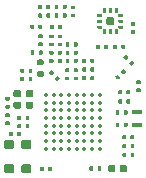
<source format=gtp>
G04 #@! TF.GenerationSoftware,KiCad,Pcbnew,(5.1.2-1)-1*
G04 #@! TF.CreationDate,2019-07-31T11:47:25+02:00*
G04 #@! TF.ProjectId,TLM-v1_2,544c4d2d-7631-45f3-922e-6b696361645f,1.1*
G04 #@! TF.SameCoordinates,Original*
G04 #@! TF.FileFunction,Paste,Top*
G04 #@! TF.FilePolarity,Positive*
%FSLAX46Y46*%
G04 Gerber Fmt 4.6, Leading zero omitted, Abs format (unit mm)*
G04 Created by KiCad (PCBNEW (5.1.2-1)-1) date 2019-07-31 11:47:25*
%MOMM*%
%LPD*%
G04 APERTURE LIST*
%ADD10C,0.100000*%
%ADD11C,0.318000*%
%ADD12C,0.760000*%
%ADD13C,0.740000*%
%ADD14C,0.347600*%
%ADD15C,0.590000*%
%ADD16C,0.350000*%
%ADD17C,0.250000*%
%ADD18C,0.670000*%
%ADD19C,0.488400*%
G04 APERTURE END LIST*
D10*
G36*
X132507292Y-84320383D02*
G01*
X132515010Y-84321528D01*
X132522578Y-84323423D01*
X132529923Y-84326052D01*
X132536976Y-84329387D01*
X132543668Y-84333398D01*
X132549934Y-84338046D01*
X132555715Y-84343285D01*
X132560954Y-84349066D01*
X132565602Y-84355332D01*
X132569613Y-84362024D01*
X132572948Y-84369077D01*
X132575577Y-84376422D01*
X132577472Y-84383990D01*
X132578617Y-84391708D01*
X132579000Y-84399500D01*
X132579000Y-84600500D01*
X132578617Y-84608292D01*
X132577472Y-84616010D01*
X132575577Y-84623578D01*
X132572948Y-84630923D01*
X132569613Y-84637976D01*
X132565602Y-84644668D01*
X132560954Y-84650934D01*
X132555715Y-84656715D01*
X132549934Y-84661954D01*
X132543668Y-84666602D01*
X132536976Y-84670613D01*
X132529923Y-84673948D01*
X132522578Y-84676577D01*
X132515010Y-84678472D01*
X132507292Y-84679617D01*
X132499500Y-84680000D01*
X132340500Y-84680000D01*
X132332708Y-84679617D01*
X132324990Y-84678472D01*
X132317422Y-84676577D01*
X132310077Y-84673948D01*
X132303024Y-84670613D01*
X132296332Y-84666602D01*
X132290066Y-84661954D01*
X132284285Y-84656715D01*
X132279046Y-84650934D01*
X132274398Y-84644668D01*
X132270387Y-84637976D01*
X132267052Y-84630923D01*
X132264423Y-84623578D01*
X132262528Y-84616010D01*
X132261383Y-84608292D01*
X132261000Y-84600500D01*
X132261000Y-84399500D01*
X132261383Y-84391708D01*
X132262528Y-84383990D01*
X132264423Y-84376422D01*
X132267052Y-84369077D01*
X132270387Y-84362024D01*
X132274398Y-84355332D01*
X132279046Y-84349066D01*
X132284285Y-84343285D01*
X132290066Y-84338046D01*
X132296332Y-84333398D01*
X132303024Y-84329387D01*
X132310077Y-84326052D01*
X132317422Y-84323423D01*
X132324990Y-84321528D01*
X132332708Y-84320383D01*
X132340500Y-84320000D01*
X132499500Y-84320000D01*
X132507292Y-84320383D01*
X132507292Y-84320383D01*
G37*
D11*
X132420000Y-84500000D03*
D10*
G36*
X131817292Y-84320383D02*
G01*
X131825010Y-84321528D01*
X131832578Y-84323423D01*
X131839923Y-84326052D01*
X131846976Y-84329387D01*
X131853668Y-84333398D01*
X131859934Y-84338046D01*
X131865715Y-84343285D01*
X131870954Y-84349066D01*
X131875602Y-84355332D01*
X131879613Y-84362024D01*
X131882948Y-84369077D01*
X131885577Y-84376422D01*
X131887472Y-84383990D01*
X131888617Y-84391708D01*
X131889000Y-84399500D01*
X131889000Y-84600500D01*
X131888617Y-84608292D01*
X131887472Y-84616010D01*
X131885577Y-84623578D01*
X131882948Y-84630923D01*
X131879613Y-84637976D01*
X131875602Y-84644668D01*
X131870954Y-84650934D01*
X131865715Y-84656715D01*
X131859934Y-84661954D01*
X131853668Y-84666602D01*
X131846976Y-84670613D01*
X131839923Y-84673948D01*
X131832578Y-84676577D01*
X131825010Y-84678472D01*
X131817292Y-84679617D01*
X131809500Y-84680000D01*
X131650500Y-84680000D01*
X131642708Y-84679617D01*
X131634990Y-84678472D01*
X131627422Y-84676577D01*
X131620077Y-84673948D01*
X131613024Y-84670613D01*
X131606332Y-84666602D01*
X131600066Y-84661954D01*
X131594285Y-84656715D01*
X131589046Y-84650934D01*
X131584398Y-84644668D01*
X131580387Y-84637976D01*
X131577052Y-84630923D01*
X131574423Y-84623578D01*
X131572528Y-84616010D01*
X131571383Y-84608292D01*
X131571000Y-84600500D01*
X131571000Y-84399500D01*
X131571383Y-84391708D01*
X131572528Y-84383990D01*
X131574423Y-84376422D01*
X131577052Y-84369077D01*
X131580387Y-84362024D01*
X131584398Y-84355332D01*
X131589046Y-84349066D01*
X131594285Y-84343285D01*
X131600066Y-84338046D01*
X131606332Y-84333398D01*
X131613024Y-84329387D01*
X131620077Y-84326052D01*
X131627422Y-84323423D01*
X131634990Y-84321528D01*
X131642708Y-84320383D01*
X131650500Y-84320000D01*
X131809500Y-84320000D01*
X131817292Y-84320383D01*
X131817292Y-84320383D01*
G37*
D11*
X131730000Y-84500000D03*
D10*
G36*
X131133623Y-87720914D02*
G01*
X131152067Y-87723650D01*
X131170154Y-87728180D01*
X131187710Y-87734462D01*
X131204565Y-87742434D01*
X131220558Y-87752020D01*
X131235535Y-87763127D01*
X131249350Y-87775649D01*
X131261872Y-87789464D01*
X131272979Y-87804441D01*
X131282565Y-87820434D01*
X131290537Y-87837289D01*
X131296819Y-87854845D01*
X131301349Y-87872932D01*
X131304085Y-87891376D01*
X131305000Y-87909999D01*
X131305000Y-88289999D01*
X131304085Y-88308622D01*
X131301349Y-88327066D01*
X131296819Y-88345153D01*
X131290537Y-88362709D01*
X131282565Y-88379564D01*
X131272979Y-88395557D01*
X131261872Y-88410534D01*
X131249350Y-88424349D01*
X131235535Y-88436871D01*
X131220558Y-88447978D01*
X131204565Y-88457564D01*
X131187710Y-88465536D01*
X131170154Y-88471818D01*
X131152067Y-88476348D01*
X131133623Y-88479084D01*
X131115000Y-88479999D01*
X130635000Y-88479999D01*
X130616377Y-88479084D01*
X130597933Y-88476348D01*
X130579846Y-88471818D01*
X130562290Y-88465536D01*
X130545435Y-88457564D01*
X130529442Y-88447978D01*
X130514465Y-88436871D01*
X130500650Y-88424349D01*
X130488128Y-88410534D01*
X130477021Y-88395557D01*
X130467435Y-88379564D01*
X130459463Y-88362709D01*
X130453181Y-88345153D01*
X130448651Y-88327066D01*
X130445915Y-88308622D01*
X130445000Y-88289999D01*
X130445000Y-87909999D01*
X130445915Y-87891376D01*
X130448651Y-87872932D01*
X130453181Y-87854845D01*
X130459463Y-87837289D01*
X130467435Y-87820434D01*
X130477021Y-87804441D01*
X130488128Y-87789464D01*
X130500650Y-87775649D01*
X130514465Y-87763127D01*
X130529442Y-87752020D01*
X130545435Y-87742434D01*
X130562290Y-87734462D01*
X130579846Y-87728180D01*
X130597933Y-87723650D01*
X130616377Y-87720914D01*
X130635000Y-87719999D01*
X131115000Y-87719999D01*
X131133623Y-87720914D01*
X131133623Y-87720914D01*
G37*
D12*
X130875000Y-88099999D03*
D10*
G36*
X132578133Y-87730890D02*
G01*
X132596092Y-87733554D01*
X132613703Y-87737965D01*
X132630796Y-87744081D01*
X132647208Y-87751844D01*
X132662780Y-87761177D01*
X132677363Y-87771992D01*
X132690815Y-87784184D01*
X132703007Y-87797636D01*
X132713822Y-87812219D01*
X132723155Y-87827791D01*
X132730918Y-87844203D01*
X132737034Y-87861296D01*
X132741445Y-87878907D01*
X132744109Y-87896866D01*
X132745000Y-87914999D01*
X132745000Y-88284999D01*
X132744109Y-88303132D01*
X132741445Y-88321091D01*
X132737034Y-88338702D01*
X132730918Y-88355795D01*
X132723155Y-88372207D01*
X132713822Y-88387779D01*
X132703007Y-88402362D01*
X132690815Y-88415814D01*
X132677363Y-88428006D01*
X132662780Y-88438821D01*
X132647208Y-88448154D01*
X132630796Y-88455917D01*
X132613703Y-88462033D01*
X132596092Y-88466444D01*
X132578133Y-88469108D01*
X132560000Y-88469999D01*
X132090000Y-88469999D01*
X132071867Y-88469108D01*
X132053908Y-88466444D01*
X132036297Y-88462033D01*
X132019204Y-88455917D01*
X132002792Y-88448154D01*
X131987220Y-88438821D01*
X131972637Y-88428006D01*
X131959185Y-88415814D01*
X131946993Y-88402362D01*
X131936178Y-88387779D01*
X131926845Y-88372207D01*
X131919082Y-88355795D01*
X131912966Y-88338702D01*
X131908555Y-88321091D01*
X131905891Y-88303132D01*
X131905000Y-88284999D01*
X131905000Y-87914999D01*
X131905891Y-87896866D01*
X131908555Y-87878907D01*
X131912966Y-87861296D01*
X131919082Y-87844203D01*
X131926845Y-87827791D01*
X131936178Y-87812219D01*
X131946993Y-87797636D01*
X131959185Y-87784184D01*
X131972637Y-87771992D01*
X131987220Y-87761177D01*
X132002792Y-87751844D01*
X132019204Y-87744081D01*
X132036297Y-87737965D01*
X132053908Y-87733554D01*
X132071867Y-87730890D01*
X132090000Y-87729999D01*
X132560000Y-87729999D01*
X132578133Y-87730890D01*
X132578133Y-87730890D01*
G37*
D13*
X132325000Y-88099999D03*
D10*
G36*
X131133623Y-85670915D02*
G01*
X131152067Y-85673651D01*
X131170154Y-85678181D01*
X131187710Y-85684463D01*
X131204565Y-85692435D01*
X131220558Y-85702021D01*
X131235535Y-85713128D01*
X131249350Y-85725650D01*
X131261872Y-85739465D01*
X131272979Y-85754442D01*
X131282565Y-85770435D01*
X131290537Y-85787290D01*
X131296819Y-85804846D01*
X131301349Y-85822933D01*
X131304085Y-85841377D01*
X131305000Y-85860000D01*
X131305000Y-86240000D01*
X131304085Y-86258623D01*
X131301349Y-86277067D01*
X131296819Y-86295154D01*
X131290537Y-86312710D01*
X131282565Y-86329565D01*
X131272979Y-86345558D01*
X131261872Y-86360535D01*
X131249350Y-86374350D01*
X131235535Y-86386872D01*
X131220558Y-86397979D01*
X131204565Y-86407565D01*
X131187710Y-86415537D01*
X131170154Y-86421819D01*
X131152067Y-86426349D01*
X131133623Y-86429085D01*
X131115000Y-86430000D01*
X130635000Y-86430000D01*
X130616377Y-86429085D01*
X130597933Y-86426349D01*
X130579846Y-86421819D01*
X130562290Y-86415537D01*
X130545435Y-86407565D01*
X130529442Y-86397979D01*
X130514465Y-86386872D01*
X130500650Y-86374350D01*
X130488128Y-86360535D01*
X130477021Y-86345558D01*
X130467435Y-86329565D01*
X130459463Y-86312710D01*
X130453181Y-86295154D01*
X130448651Y-86277067D01*
X130445915Y-86258623D01*
X130445000Y-86240000D01*
X130445000Y-85860000D01*
X130445915Y-85841377D01*
X130448651Y-85822933D01*
X130453181Y-85804846D01*
X130459463Y-85787290D01*
X130467435Y-85770435D01*
X130477021Y-85754442D01*
X130488128Y-85739465D01*
X130500650Y-85725650D01*
X130514465Y-85713128D01*
X130529442Y-85702021D01*
X130545435Y-85692435D01*
X130562290Y-85684463D01*
X130579846Y-85678181D01*
X130597933Y-85673651D01*
X130616377Y-85670915D01*
X130635000Y-85670000D01*
X131115000Y-85670000D01*
X131133623Y-85670915D01*
X131133623Y-85670915D01*
G37*
D12*
X130875000Y-86050000D03*
D10*
G36*
X132583623Y-85670915D02*
G01*
X132602067Y-85673651D01*
X132620154Y-85678181D01*
X132637710Y-85684463D01*
X132654565Y-85692435D01*
X132670558Y-85702021D01*
X132685535Y-85713128D01*
X132699350Y-85725650D01*
X132711872Y-85739465D01*
X132722979Y-85754442D01*
X132732565Y-85770435D01*
X132740537Y-85787290D01*
X132746819Y-85804846D01*
X132751349Y-85822933D01*
X132754085Y-85841377D01*
X132755000Y-85860000D01*
X132755000Y-86240000D01*
X132754085Y-86258623D01*
X132751349Y-86277067D01*
X132746819Y-86295154D01*
X132740537Y-86312710D01*
X132732565Y-86329565D01*
X132722979Y-86345558D01*
X132711872Y-86360535D01*
X132699350Y-86374350D01*
X132685535Y-86386872D01*
X132670558Y-86397979D01*
X132654565Y-86407565D01*
X132637710Y-86415537D01*
X132620154Y-86421819D01*
X132602067Y-86426349D01*
X132583623Y-86429085D01*
X132565000Y-86430000D01*
X132085000Y-86430000D01*
X132066377Y-86429085D01*
X132047933Y-86426349D01*
X132029846Y-86421819D01*
X132012290Y-86415537D01*
X131995435Y-86407565D01*
X131979442Y-86397979D01*
X131964465Y-86386872D01*
X131950650Y-86374350D01*
X131938128Y-86360535D01*
X131927021Y-86345558D01*
X131917435Y-86329565D01*
X131909463Y-86312710D01*
X131903181Y-86295154D01*
X131898651Y-86277067D01*
X131895915Y-86258623D01*
X131895000Y-86240000D01*
X131895000Y-85860000D01*
X131895915Y-85841377D01*
X131898651Y-85822933D01*
X131903181Y-85804846D01*
X131909463Y-85787290D01*
X131917435Y-85770435D01*
X131927021Y-85754442D01*
X131938128Y-85739465D01*
X131950650Y-85725650D01*
X131964465Y-85713128D01*
X131979442Y-85702021D01*
X131995435Y-85692435D01*
X132012290Y-85684463D01*
X132029846Y-85678181D01*
X132047933Y-85673651D01*
X132066377Y-85670915D01*
X132085000Y-85670000D01*
X132565000Y-85670000D01*
X132583623Y-85670915D01*
X132583623Y-85670915D01*
G37*
D12*
X132325000Y-86050000D03*
D10*
G36*
X142045418Y-83126618D02*
G01*
X142053853Y-83127870D01*
X142062126Y-83129942D01*
X142070155Y-83132815D01*
X142077864Y-83136461D01*
X142085179Y-83140845D01*
X142092029Y-83145925D01*
X142098348Y-83151652D01*
X142104075Y-83157971D01*
X142109155Y-83164821D01*
X142113539Y-83172136D01*
X142117185Y-83179845D01*
X142120058Y-83187874D01*
X142122130Y-83196147D01*
X142123382Y-83204582D01*
X142123800Y-83213100D01*
X142123800Y-83386900D01*
X142123382Y-83395418D01*
X142122130Y-83403853D01*
X142120058Y-83412126D01*
X142117185Y-83420155D01*
X142113539Y-83427864D01*
X142109155Y-83435179D01*
X142104075Y-83442029D01*
X142098348Y-83448348D01*
X142092029Y-83454075D01*
X142085179Y-83459155D01*
X142077864Y-83463539D01*
X142070155Y-83467185D01*
X142062126Y-83470058D01*
X142053853Y-83472130D01*
X142045418Y-83473382D01*
X142036900Y-83473800D01*
X141363100Y-83473800D01*
X141354582Y-83473382D01*
X141346147Y-83472130D01*
X141337874Y-83470058D01*
X141329845Y-83467185D01*
X141322136Y-83463539D01*
X141314821Y-83459155D01*
X141307971Y-83454075D01*
X141301652Y-83448348D01*
X141295925Y-83442029D01*
X141290845Y-83435179D01*
X141286461Y-83427864D01*
X141282815Y-83420155D01*
X141279942Y-83412126D01*
X141277870Y-83403853D01*
X141276618Y-83395418D01*
X141276200Y-83386900D01*
X141276200Y-83213100D01*
X141276618Y-83204582D01*
X141277870Y-83196147D01*
X141279942Y-83187874D01*
X141282815Y-83179845D01*
X141286461Y-83172136D01*
X141290845Y-83164821D01*
X141295925Y-83157971D01*
X141301652Y-83151652D01*
X141307971Y-83145925D01*
X141314821Y-83140845D01*
X141322136Y-83136461D01*
X141329845Y-83132815D01*
X141337874Y-83129942D01*
X141346147Y-83127870D01*
X141354582Y-83126618D01*
X141363100Y-83126200D01*
X142036900Y-83126200D01*
X142045418Y-83126618D01*
X142045418Y-83126618D01*
G37*
D14*
X141700000Y-83300000D03*
D10*
G36*
X142045418Y-84226618D02*
G01*
X142053853Y-84227870D01*
X142062126Y-84229942D01*
X142070155Y-84232815D01*
X142077864Y-84236461D01*
X142085179Y-84240845D01*
X142092029Y-84245925D01*
X142098348Y-84251652D01*
X142104075Y-84257971D01*
X142109155Y-84264821D01*
X142113539Y-84272136D01*
X142117185Y-84279845D01*
X142120058Y-84287874D01*
X142122130Y-84296147D01*
X142123382Y-84304582D01*
X142123800Y-84313100D01*
X142123800Y-84486900D01*
X142123382Y-84495418D01*
X142122130Y-84503853D01*
X142120058Y-84512126D01*
X142117185Y-84520155D01*
X142113539Y-84527864D01*
X142109155Y-84535179D01*
X142104075Y-84542029D01*
X142098348Y-84548348D01*
X142092029Y-84554075D01*
X142085179Y-84559155D01*
X142077864Y-84563539D01*
X142070155Y-84567185D01*
X142062126Y-84570058D01*
X142053853Y-84572130D01*
X142045418Y-84573382D01*
X142036900Y-84573800D01*
X141363100Y-84573800D01*
X141354582Y-84573382D01*
X141346147Y-84572130D01*
X141337874Y-84570058D01*
X141329845Y-84567185D01*
X141322136Y-84563539D01*
X141314821Y-84559155D01*
X141307971Y-84554075D01*
X141301652Y-84548348D01*
X141295925Y-84542029D01*
X141290845Y-84535179D01*
X141286461Y-84527864D01*
X141282815Y-84520155D01*
X141279942Y-84512126D01*
X141277870Y-84503853D01*
X141276618Y-84495418D01*
X141276200Y-84486900D01*
X141276200Y-84313100D01*
X141276618Y-84304582D01*
X141277870Y-84296147D01*
X141279942Y-84287874D01*
X141282815Y-84279845D01*
X141286461Y-84272136D01*
X141290845Y-84264821D01*
X141295925Y-84257971D01*
X141301652Y-84251652D01*
X141307971Y-84245925D01*
X141314821Y-84240845D01*
X141322136Y-84236461D01*
X141329845Y-84232815D01*
X141337874Y-84229942D01*
X141346147Y-84227870D01*
X141354582Y-84226618D01*
X141363100Y-84226200D01*
X142036900Y-84226200D01*
X142045418Y-84226618D01*
X142045418Y-84226618D01*
G37*
D14*
X141700000Y-84400000D03*
D10*
G36*
X132796958Y-82420710D02*
G01*
X132811276Y-82422834D01*
X132825317Y-82426351D01*
X132838946Y-82431228D01*
X132852031Y-82437417D01*
X132864447Y-82444858D01*
X132876073Y-82453481D01*
X132886798Y-82463202D01*
X132896519Y-82473927D01*
X132905142Y-82485553D01*
X132912583Y-82497969D01*
X132918772Y-82511054D01*
X132923649Y-82524683D01*
X132927166Y-82538724D01*
X132929290Y-82553042D01*
X132930000Y-82567500D01*
X132930000Y-82862500D01*
X132929290Y-82876958D01*
X132927166Y-82891276D01*
X132923649Y-82905317D01*
X132918772Y-82918946D01*
X132912583Y-82932031D01*
X132905142Y-82944447D01*
X132896519Y-82956073D01*
X132886798Y-82966798D01*
X132876073Y-82976519D01*
X132864447Y-82985142D01*
X132852031Y-82992583D01*
X132838946Y-82998772D01*
X132825317Y-83003649D01*
X132811276Y-83007166D01*
X132796958Y-83009290D01*
X132782500Y-83010000D01*
X132437500Y-83010000D01*
X132423042Y-83009290D01*
X132408724Y-83007166D01*
X132394683Y-83003649D01*
X132381054Y-82998772D01*
X132367969Y-82992583D01*
X132355553Y-82985142D01*
X132343927Y-82976519D01*
X132333202Y-82966798D01*
X132323481Y-82956073D01*
X132314858Y-82944447D01*
X132307417Y-82932031D01*
X132301228Y-82918946D01*
X132296351Y-82905317D01*
X132292834Y-82891276D01*
X132290710Y-82876958D01*
X132290000Y-82862500D01*
X132290000Y-82567500D01*
X132290710Y-82553042D01*
X132292834Y-82538724D01*
X132296351Y-82524683D01*
X132301228Y-82511054D01*
X132307417Y-82497969D01*
X132314858Y-82485553D01*
X132323481Y-82473927D01*
X132333202Y-82463202D01*
X132343927Y-82453481D01*
X132355553Y-82444858D01*
X132367969Y-82437417D01*
X132381054Y-82431228D01*
X132394683Y-82426351D01*
X132408724Y-82422834D01*
X132423042Y-82420710D01*
X132437500Y-82420000D01*
X132782500Y-82420000D01*
X132796958Y-82420710D01*
X132796958Y-82420710D01*
G37*
D15*
X132610000Y-82715000D03*
D10*
G36*
X132796958Y-81450710D02*
G01*
X132811276Y-81452834D01*
X132825317Y-81456351D01*
X132838946Y-81461228D01*
X132852031Y-81467417D01*
X132864447Y-81474858D01*
X132876073Y-81483481D01*
X132886798Y-81493202D01*
X132896519Y-81503927D01*
X132905142Y-81515553D01*
X132912583Y-81527969D01*
X132918772Y-81541054D01*
X132923649Y-81554683D01*
X132927166Y-81568724D01*
X132929290Y-81583042D01*
X132930000Y-81597500D01*
X132930000Y-81892500D01*
X132929290Y-81906958D01*
X132927166Y-81921276D01*
X132923649Y-81935317D01*
X132918772Y-81948946D01*
X132912583Y-81962031D01*
X132905142Y-81974447D01*
X132896519Y-81986073D01*
X132886798Y-81996798D01*
X132876073Y-82006519D01*
X132864447Y-82015142D01*
X132852031Y-82022583D01*
X132838946Y-82028772D01*
X132825317Y-82033649D01*
X132811276Y-82037166D01*
X132796958Y-82039290D01*
X132782500Y-82040000D01*
X132437500Y-82040000D01*
X132423042Y-82039290D01*
X132408724Y-82037166D01*
X132394683Y-82033649D01*
X132381054Y-82028772D01*
X132367969Y-82022583D01*
X132355553Y-82015142D01*
X132343927Y-82006519D01*
X132333202Y-81996798D01*
X132323481Y-81986073D01*
X132314858Y-81974447D01*
X132307417Y-81962031D01*
X132301228Y-81948946D01*
X132296351Y-81935317D01*
X132292834Y-81921276D01*
X132290710Y-81906958D01*
X132290000Y-81892500D01*
X132290000Y-81597500D01*
X132290710Y-81583042D01*
X132292834Y-81568724D01*
X132296351Y-81554683D01*
X132301228Y-81541054D01*
X132307417Y-81527969D01*
X132314858Y-81515553D01*
X132323481Y-81503927D01*
X132333202Y-81493202D01*
X132343927Y-81483481D01*
X132355553Y-81474858D01*
X132367969Y-81467417D01*
X132381054Y-81461228D01*
X132394683Y-81456351D01*
X132408724Y-81452834D01*
X132423042Y-81450710D01*
X132437500Y-81450000D01*
X132782500Y-81450000D01*
X132796958Y-81450710D01*
X132796958Y-81450710D01*
G37*
D15*
X132610000Y-81745000D03*
D10*
G36*
X130848292Y-82706383D02*
G01*
X130856010Y-82707528D01*
X130863578Y-82709423D01*
X130870923Y-82712052D01*
X130877976Y-82715387D01*
X130884668Y-82719398D01*
X130890934Y-82724046D01*
X130896715Y-82729285D01*
X130901954Y-82735066D01*
X130906602Y-82741332D01*
X130910613Y-82748024D01*
X130913948Y-82755077D01*
X130916577Y-82762422D01*
X130918472Y-82769990D01*
X130919617Y-82777708D01*
X130920000Y-82785500D01*
X130920000Y-82944500D01*
X130919617Y-82952292D01*
X130918472Y-82960010D01*
X130916577Y-82967578D01*
X130913948Y-82974923D01*
X130910613Y-82981976D01*
X130906602Y-82988668D01*
X130901954Y-82994934D01*
X130896715Y-83000715D01*
X130890934Y-83005954D01*
X130884668Y-83010602D01*
X130877976Y-83014613D01*
X130870923Y-83017948D01*
X130863578Y-83020577D01*
X130856010Y-83022472D01*
X130848292Y-83023617D01*
X130840500Y-83024000D01*
X130639500Y-83024000D01*
X130631708Y-83023617D01*
X130623990Y-83022472D01*
X130616422Y-83020577D01*
X130609077Y-83017948D01*
X130602024Y-83014613D01*
X130595332Y-83010602D01*
X130589066Y-83005954D01*
X130583285Y-83000715D01*
X130578046Y-82994934D01*
X130573398Y-82988668D01*
X130569387Y-82981976D01*
X130566052Y-82974923D01*
X130563423Y-82967578D01*
X130561528Y-82960010D01*
X130560383Y-82952292D01*
X130560000Y-82944500D01*
X130560000Y-82785500D01*
X130560383Y-82777708D01*
X130561528Y-82769990D01*
X130563423Y-82762422D01*
X130566052Y-82755077D01*
X130569387Y-82748024D01*
X130573398Y-82741332D01*
X130578046Y-82735066D01*
X130583285Y-82729285D01*
X130589066Y-82724046D01*
X130595332Y-82719398D01*
X130602024Y-82715387D01*
X130609077Y-82712052D01*
X130616422Y-82709423D01*
X130623990Y-82707528D01*
X130631708Y-82706383D01*
X130639500Y-82706000D01*
X130840500Y-82706000D01*
X130848292Y-82706383D01*
X130848292Y-82706383D01*
G37*
D11*
X130740000Y-82865000D03*
D10*
G36*
X130848292Y-82016383D02*
G01*
X130856010Y-82017528D01*
X130863578Y-82019423D01*
X130870923Y-82022052D01*
X130877976Y-82025387D01*
X130884668Y-82029398D01*
X130890934Y-82034046D01*
X130896715Y-82039285D01*
X130901954Y-82045066D01*
X130906602Y-82051332D01*
X130910613Y-82058024D01*
X130913948Y-82065077D01*
X130916577Y-82072422D01*
X130918472Y-82079990D01*
X130919617Y-82087708D01*
X130920000Y-82095500D01*
X130920000Y-82254500D01*
X130919617Y-82262292D01*
X130918472Y-82270010D01*
X130916577Y-82277578D01*
X130913948Y-82284923D01*
X130910613Y-82291976D01*
X130906602Y-82298668D01*
X130901954Y-82304934D01*
X130896715Y-82310715D01*
X130890934Y-82315954D01*
X130884668Y-82320602D01*
X130877976Y-82324613D01*
X130870923Y-82327948D01*
X130863578Y-82330577D01*
X130856010Y-82332472D01*
X130848292Y-82333617D01*
X130840500Y-82334000D01*
X130639500Y-82334000D01*
X130631708Y-82333617D01*
X130623990Y-82332472D01*
X130616422Y-82330577D01*
X130609077Y-82327948D01*
X130602024Y-82324613D01*
X130595332Y-82320602D01*
X130589066Y-82315954D01*
X130583285Y-82310715D01*
X130578046Y-82304934D01*
X130573398Y-82298668D01*
X130569387Y-82291976D01*
X130566052Y-82284923D01*
X130563423Y-82277578D01*
X130561528Y-82270010D01*
X130560383Y-82262292D01*
X130560000Y-82254500D01*
X130560000Y-82095500D01*
X130560383Y-82087708D01*
X130561528Y-82079990D01*
X130563423Y-82072422D01*
X130566052Y-82065077D01*
X130569387Y-82058024D01*
X130573398Y-82051332D01*
X130578046Y-82045066D01*
X130583285Y-82039285D01*
X130589066Y-82034046D01*
X130595332Y-82029398D01*
X130602024Y-82025387D01*
X130609077Y-82022052D01*
X130616422Y-82019423D01*
X130623990Y-82017528D01*
X130631708Y-82016383D01*
X130639500Y-82016000D01*
X130840500Y-82016000D01*
X130848292Y-82016383D01*
X130848292Y-82016383D01*
G37*
D11*
X130740000Y-82175000D03*
D10*
G36*
X141407292Y-86020383D02*
G01*
X141415010Y-86021528D01*
X141422578Y-86023423D01*
X141429923Y-86026052D01*
X141436976Y-86029387D01*
X141443668Y-86033398D01*
X141449934Y-86038046D01*
X141455715Y-86043285D01*
X141460954Y-86049066D01*
X141465602Y-86055332D01*
X141469613Y-86062024D01*
X141472948Y-86069077D01*
X141475577Y-86076422D01*
X141477472Y-86083990D01*
X141478617Y-86091708D01*
X141479000Y-86099500D01*
X141479000Y-86300500D01*
X141478617Y-86308292D01*
X141477472Y-86316010D01*
X141475577Y-86323578D01*
X141472948Y-86330923D01*
X141469613Y-86337976D01*
X141465602Y-86344668D01*
X141460954Y-86350934D01*
X141455715Y-86356715D01*
X141449934Y-86361954D01*
X141443668Y-86366602D01*
X141436976Y-86370613D01*
X141429923Y-86373948D01*
X141422578Y-86376577D01*
X141415010Y-86378472D01*
X141407292Y-86379617D01*
X141399500Y-86380000D01*
X141240500Y-86380000D01*
X141232708Y-86379617D01*
X141224990Y-86378472D01*
X141217422Y-86376577D01*
X141210077Y-86373948D01*
X141203024Y-86370613D01*
X141196332Y-86366602D01*
X141190066Y-86361954D01*
X141184285Y-86356715D01*
X141179046Y-86350934D01*
X141174398Y-86344668D01*
X141170387Y-86337976D01*
X141167052Y-86330923D01*
X141164423Y-86323578D01*
X141162528Y-86316010D01*
X141161383Y-86308292D01*
X141161000Y-86300500D01*
X141161000Y-86099500D01*
X141161383Y-86091708D01*
X141162528Y-86083990D01*
X141164423Y-86076422D01*
X141167052Y-86069077D01*
X141170387Y-86062024D01*
X141174398Y-86055332D01*
X141179046Y-86049066D01*
X141184285Y-86043285D01*
X141190066Y-86038046D01*
X141196332Y-86033398D01*
X141203024Y-86029387D01*
X141210077Y-86026052D01*
X141217422Y-86023423D01*
X141224990Y-86021528D01*
X141232708Y-86020383D01*
X141240500Y-86020000D01*
X141399500Y-86020000D01*
X141407292Y-86020383D01*
X141407292Y-86020383D01*
G37*
D11*
X141320000Y-86200000D03*
D10*
G36*
X140717292Y-86020383D02*
G01*
X140725010Y-86021528D01*
X140732578Y-86023423D01*
X140739923Y-86026052D01*
X140746976Y-86029387D01*
X140753668Y-86033398D01*
X140759934Y-86038046D01*
X140765715Y-86043285D01*
X140770954Y-86049066D01*
X140775602Y-86055332D01*
X140779613Y-86062024D01*
X140782948Y-86069077D01*
X140785577Y-86076422D01*
X140787472Y-86083990D01*
X140788617Y-86091708D01*
X140789000Y-86099500D01*
X140789000Y-86300500D01*
X140788617Y-86308292D01*
X140787472Y-86316010D01*
X140785577Y-86323578D01*
X140782948Y-86330923D01*
X140779613Y-86337976D01*
X140775602Y-86344668D01*
X140770954Y-86350934D01*
X140765715Y-86356715D01*
X140759934Y-86361954D01*
X140753668Y-86366602D01*
X140746976Y-86370613D01*
X140739923Y-86373948D01*
X140732578Y-86376577D01*
X140725010Y-86378472D01*
X140717292Y-86379617D01*
X140709500Y-86380000D01*
X140550500Y-86380000D01*
X140542708Y-86379617D01*
X140534990Y-86378472D01*
X140527422Y-86376577D01*
X140520077Y-86373948D01*
X140513024Y-86370613D01*
X140506332Y-86366602D01*
X140500066Y-86361954D01*
X140494285Y-86356715D01*
X140489046Y-86350934D01*
X140484398Y-86344668D01*
X140480387Y-86337976D01*
X140477052Y-86330923D01*
X140474423Y-86323578D01*
X140472528Y-86316010D01*
X140471383Y-86308292D01*
X140471000Y-86300500D01*
X140471000Y-86099500D01*
X140471383Y-86091708D01*
X140472528Y-86083990D01*
X140474423Y-86076422D01*
X140477052Y-86069077D01*
X140480387Y-86062024D01*
X140484398Y-86055332D01*
X140489046Y-86049066D01*
X140494285Y-86043285D01*
X140500066Y-86038046D01*
X140506332Y-86033398D01*
X140513024Y-86029387D01*
X140520077Y-86026052D01*
X140527422Y-86023423D01*
X140534990Y-86021528D01*
X140542708Y-86020383D01*
X140550500Y-86020000D01*
X140709500Y-86020000D01*
X140717292Y-86020383D01*
X140717292Y-86020383D01*
G37*
D11*
X140630000Y-86200000D03*
D10*
G36*
X141407292Y-86745383D02*
G01*
X141415010Y-86746528D01*
X141422578Y-86748423D01*
X141429923Y-86751052D01*
X141436976Y-86754387D01*
X141443668Y-86758398D01*
X141449934Y-86763046D01*
X141455715Y-86768285D01*
X141460954Y-86774066D01*
X141465602Y-86780332D01*
X141469613Y-86787024D01*
X141472948Y-86794077D01*
X141475577Y-86801422D01*
X141477472Y-86808990D01*
X141478617Y-86816708D01*
X141479000Y-86824500D01*
X141479000Y-87025500D01*
X141478617Y-87033292D01*
X141477472Y-87041010D01*
X141475577Y-87048578D01*
X141472948Y-87055923D01*
X141469613Y-87062976D01*
X141465602Y-87069668D01*
X141460954Y-87075934D01*
X141455715Y-87081715D01*
X141449934Y-87086954D01*
X141443668Y-87091602D01*
X141436976Y-87095613D01*
X141429923Y-87098948D01*
X141422578Y-87101577D01*
X141415010Y-87103472D01*
X141407292Y-87104617D01*
X141399500Y-87105000D01*
X141240500Y-87105000D01*
X141232708Y-87104617D01*
X141224990Y-87103472D01*
X141217422Y-87101577D01*
X141210077Y-87098948D01*
X141203024Y-87095613D01*
X141196332Y-87091602D01*
X141190066Y-87086954D01*
X141184285Y-87081715D01*
X141179046Y-87075934D01*
X141174398Y-87069668D01*
X141170387Y-87062976D01*
X141167052Y-87055923D01*
X141164423Y-87048578D01*
X141162528Y-87041010D01*
X141161383Y-87033292D01*
X141161000Y-87025500D01*
X141161000Y-86824500D01*
X141161383Y-86816708D01*
X141162528Y-86808990D01*
X141164423Y-86801422D01*
X141167052Y-86794077D01*
X141170387Y-86787024D01*
X141174398Y-86780332D01*
X141179046Y-86774066D01*
X141184285Y-86768285D01*
X141190066Y-86763046D01*
X141196332Y-86758398D01*
X141203024Y-86754387D01*
X141210077Y-86751052D01*
X141217422Y-86748423D01*
X141224990Y-86746528D01*
X141232708Y-86745383D01*
X141240500Y-86745000D01*
X141399500Y-86745000D01*
X141407292Y-86745383D01*
X141407292Y-86745383D01*
G37*
D11*
X141320000Y-86925000D03*
D10*
G36*
X140717292Y-86745383D02*
G01*
X140725010Y-86746528D01*
X140732578Y-86748423D01*
X140739923Y-86751052D01*
X140746976Y-86754387D01*
X140753668Y-86758398D01*
X140759934Y-86763046D01*
X140765715Y-86768285D01*
X140770954Y-86774066D01*
X140775602Y-86780332D01*
X140779613Y-86787024D01*
X140782948Y-86794077D01*
X140785577Y-86801422D01*
X140787472Y-86808990D01*
X140788617Y-86816708D01*
X140789000Y-86824500D01*
X140789000Y-87025500D01*
X140788617Y-87033292D01*
X140787472Y-87041010D01*
X140785577Y-87048578D01*
X140782948Y-87055923D01*
X140779613Y-87062976D01*
X140775602Y-87069668D01*
X140770954Y-87075934D01*
X140765715Y-87081715D01*
X140759934Y-87086954D01*
X140753668Y-87091602D01*
X140746976Y-87095613D01*
X140739923Y-87098948D01*
X140732578Y-87101577D01*
X140725010Y-87103472D01*
X140717292Y-87104617D01*
X140709500Y-87105000D01*
X140550500Y-87105000D01*
X140542708Y-87104617D01*
X140534990Y-87103472D01*
X140527422Y-87101577D01*
X140520077Y-87098948D01*
X140513024Y-87095613D01*
X140506332Y-87091602D01*
X140500066Y-87086954D01*
X140494285Y-87081715D01*
X140489046Y-87075934D01*
X140484398Y-87069668D01*
X140480387Y-87062976D01*
X140477052Y-87055923D01*
X140474423Y-87048578D01*
X140472528Y-87041010D01*
X140471383Y-87033292D01*
X140471000Y-87025500D01*
X140471000Y-86824500D01*
X140471383Y-86816708D01*
X140472528Y-86808990D01*
X140474423Y-86801422D01*
X140477052Y-86794077D01*
X140480387Y-86787024D01*
X140484398Y-86780332D01*
X140489046Y-86774066D01*
X140494285Y-86768285D01*
X140500066Y-86763046D01*
X140506332Y-86758398D01*
X140513024Y-86754387D01*
X140520077Y-86751052D01*
X140527422Y-86748423D01*
X140534990Y-86746528D01*
X140542708Y-86745383D01*
X140550500Y-86745000D01*
X140709500Y-86745000D01*
X140717292Y-86745383D01*
X140717292Y-86745383D01*
G37*
D11*
X140630000Y-86925000D03*
D10*
G36*
X130848292Y-83416383D02*
G01*
X130856010Y-83417528D01*
X130863578Y-83419423D01*
X130870923Y-83422052D01*
X130877976Y-83425387D01*
X130884668Y-83429398D01*
X130890934Y-83434046D01*
X130896715Y-83439285D01*
X130901954Y-83445066D01*
X130906602Y-83451332D01*
X130910613Y-83458024D01*
X130913948Y-83465077D01*
X130916577Y-83472422D01*
X130918472Y-83479990D01*
X130919617Y-83487708D01*
X130920000Y-83495500D01*
X130920000Y-83654500D01*
X130919617Y-83662292D01*
X130918472Y-83670010D01*
X130916577Y-83677578D01*
X130913948Y-83684923D01*
X130910613Y-83691976D01*
X130906602Y-83698668D01*
X130901954Y-83704934D01*
X130896715Y-83710715D01*
X130890934Y-83715954D01*
X130884668Y-83720602D01*
X130877976Y-83724613D01*
X130870923Y-83727948D01*
X130863578Y-83730577D01*
X130856010Y-83732472D01*
X130848292Y-83733617D01*
X130840500Y-83734000D01*
X130639500Y-83734000D01*
X130631708Y-83733617D01*
X130623990Y-83732472D01*
X130616422Y-83730577D01*
X130609077Y-83727948D01*
X130602024Y-83724613D01*
X130595332Y-83720602D01*
X130589066Y-83715954D01*
X130583285Y-83710715D01*
X130578046Y-83704934D01*
X130573398Y-83698668D01*
X130569387Y-83691976D01*
X130566052Y-83684923D01*
X130563423Y-83677578D01*
X130561528Y-83670010D01*
X130560383Y-83662292D01*
X130560000Y-83654500D01*
X130560000Y-83495500D01*
X130560383Y-83487708D01*
X130561528Y-83479990D01*
X130563423Y-83472422D01*
X130566052Y-83465077D01*
X130569387Y-83458024D01*
X130573398Y-83451332D01*
X130578046Y-83445066D01*
X130583285Y-83439285D01*
X130589066Y-83434046D01*
X130595332Y-83429398D01*
X130602024Y-83425387D01*
X130609077Y-83422052D01*
X130616422Y-83419423D01*
X130623990Y-83417528D01*
X130631708Y-83416383D01*
X130639500Y-83416000D01*
X130840500Y-83416000D01*
X130848292Y-83416383D01*
X130848292Y-83416383D01*
G37*
D11*
X130740000Y-83575000D03*
D10*
G36*
X130848292Y-84106383D02*
G01*
X130856010Y-84107528D01*
X130863578Y-84109423D01*
X130870923Y-84112052D01*
X130877976Y-84115387D01*
X130884668Y-84119398D01*
X130890934Y-84124046D01*
X130896715Y-84129285D01*
X130901954Y-84135066D01*
X130906602Y-84141332D01*
X130910613Y-84148024D01*
X130913948Y-84155077D01*
X130916577Y-84162422D01*
X130918472Y-84169990D01*
X130919617Y-84177708D01*
X130920000Y-84185500D01*
X130920000Y-84344500D01*
X130919617Y-84352292D01*
X130918472Y-84360010D01*
X130916577Y-84367578D01*
X130913948Y-84374923D01*
X130910613Y-84381976D01*
X130906602Y-84388668D01*
X130901954Y-84394934D01*
X130896715Y-84400715D01*
X130890934Y-84405954D01*
X130884668Y-84410602D01*
X130877976Y-84414613D01*
X130870923Y-84417948D01*
X130863578Y-84420577D01*
X130856010Y-84422472D01*
X130848292Y-84423617D01*
X130840500Y-84424000D01*
X130639500Y-84424000D01*
X130631708Y-84423617D01*
X130623990Y-84422472D01*
X130616422Y-84420577D01*
X130609077Y-84417948D01*
X130602024Y-84414613D01*
X130595332Y-84410602D01*
X130589066Y-84405954D01*
X130583285Y-84400715D01*
X130578046Y-84394934D01*
X130573398Y-84388668D01*
X130569387Y-84381976D01*
X130566052Y-84374923D01*
X130563423Y-84367578D01*
X130561528Y-84360010D01*
X130560383Y-84352292D01*
X130560000Y-84344500D01*
X130560000Y-84185500D01*
X130560383Y-84177708D01*
X130561528Y-84169990D01*
X130563423Y-84162422D01*
X130566052Y-84155077D01*
X130569387Y-84148024D01*
X130573398Y-84141332D01*
X130578046Y-84135066D01*
X130583285Y-84129285D01*
X130589066Y-84124046D01*
X130595332Y-84119398D01*
X130602024Y-84115387D01*
X130609077Y-84112052D01*
X130616422Y-84109423D01*
X130623990Y-84107528D01*
X130631708Y-84106383D01*
X130639500Y-84106000D01*
X130840500Y-84106000D01*
X130848292Y-84106383D01*
X130848292Y-84106383D01*
G37*
D11*
X130740000Y-84265000D03*
D10*
G36*
X132762292Y-80320383D02*
G01*
X132770010Y-80321528D01*
X132777578Y-80323423D01*
X132784923Y-80326052D01*
X132791976Y-80329387D01*
X132798668Y-80333398D01*
X132804934Y-80338046D01*
X132810715Y-80343285D01*
X132815954Y-80349066D01*
X132820602Y-80355332D01*
X132824613Y-80362024D01*
X132827948Y-80369077D01*
X132830577Y-80376422D01*
X132832472Y-80383990D01*
X132833617Y-80391708D01*
X132834000Y-80399500D01*
X132834000Y-80600500D01*
X132833617Y-80608292D01*
X132832472Y-80616010D01*
X132830577Y-80623578D01*
X132827948Y-80630923D01*
X132824613Y-80637976D01*
X132820602Y-80644668D01*
X132815954Y-80650934D01*
X132810715Y-80656715D01*
X132804934Y-80661954D01*
X132798668Y-80666602D01*
X132791976Y-80670613D01*
X132784923Y-80673948D01*
X132777578Y-80676577D01*
X132770010Y-80678472D01*
X132762292Y-80679617D01*
X132754500Y-80680000D01*
X132595500Y-80680000D01*
X132587708Y-80679617D01*
X132579990Y-80678472D01*
X132572422Y-80676577D01*
X132565077Y-80673948D01*
X132558024Y-80670613D01*
X132551332Y-80666602D01*
X132545066Y-80661954D01*
X132539285Y-80656715D01*
X132534046Y-80650934D01*
X132529398Y-80644668D01*
X132525387Y-80637976D01*
X132522052Y-80630923D01*
X132519423Y-80623578D01*
X132517528Y-80616010D01*
X132516383Y-80608292D01*
X132516000Y-80600500D01*
X132516000Y-80399500D01*
X132516383Y-80391708D01*
X132517528Y-80383990D01*
X132519423Y-80376422D01*
X132522052Y-80369077D01*
X132525387Y-80362024D01*
X132529398Y-80355332D01*
X132534046Y-80349066D01*
X132539285Y-80343285D01*
X132545066Y-80338046D01*
X132551332Y-80333398D01*
X132558024Y-80329387D01*
X132565077Y-80326052D01*
X132572422Y-80323423D01*
X132579990Y-80321528D01*
X132587708Y-80320383D01*
X132595500Y-80320000D01*
X132754500Y-80320000D01*
X132762292Y-80320383D01*
X132762292Y-80320383D01*
G37*
D11*
X132675000Y-80500000D03*
D10*
G36*
X132072292Y-80320383D02*
G01*
X132080010Y-80321528D01*
X132087578Y-80323423D01*
X132094923Y-80326052D01*
X132101976Y-80329387D01*
X132108668Y-80333398D01*
X132114934Y-80338046D01*
X132120715Y-80343285D01*
X132125954Y-80349066D01*
X132130602Y-80355332D01*
X132134613Y-80362024D01*
X132137948Y-80369077D01*
X132140577Y-80376422D01*
X132142472Y-80383990D01*
X132143617Y-80391708D01*
X132144000Y-80399500D01*
X132144000Y-80600500D01*
X132143617Y-80608292D01*
X132142472Y-80616010D01*
X132140577Y-80623578D01*
X132137948Y-80630923D01*
X132134613Y-80637976D01*
X132130602Y-80644668D01*
X132125954Y-80650934D01*
X132120715Y-80656715D01*
X132114934Y-80661954D01*
X132108668Y-80666602D01*
X132101976Y-80670613D01*
X132094923Y-80673948D01*
X132087578Y-80676577D01*
X132080010Y-80678472D01*
X132072292Y-80679617D01*
X132064500Y-80680000D01*
X131905500Y-80680000D01*
X131897708Y-80679617D01*
X131889990Y-80678472D01*
X131882422Y-80676577D01*
X131875077Y-80673948D01*
X131868024Y-80670613D01*
X131861332Y-80666602D01*
X131855066Y-80661954D01*
X131849285Y-80656715D01*
X131844046Y-80650934D01*
X131839398Y-80644668D01*
X131835387Y-80637976D01*
X131832052Y-80630923D01*
X131829423Y-80623578D01*
X131827528Y-80616010D01*
X131826383Y-80608292D01*
X131826000Y-80600500D01*
X131826000Y-80399500D01*
X131826383Y-80391708D01*
X131827528Y-80383990D01*
X131829423Y-80376422D01*
X131832052Y-80369077D01*
X131835387Y-80362024D01*
X131839398Y-80355332D01*
X131844046Y-80349066D01*
X131849285Y-80343285D01*
X131855066Y-80338046D01*
X131861332Y-80333398D01*
X131868024Y-80329387D01*
X131875077Y-80326052D01*
X131882422Y-80323423D01*
X131889990Y-80321528D01*
X131897708Y-80320383D01*
X131905500Y-80320000D01*
X132064500Y-80320000D01*
X132072292Y-80320383D01*
X132072292Y-80320383D01*
G37*
D11*
X131985000Y-80500000D03*
D10*
G36*
X132069292Y-79620383D02*
G01*
X132077010Y-79621528D01*
X132084578Y-79623423D01*
X132091923Y-79626052D01*
X132098976Y-79629387D01*
X132105668Y-79633398D01*
X132111934Y-79638046D01*
X132117715Y-79643285D01*
X132122954Y-79649066D01*
X132127602Y-79655332D01*
X132131613Y-79662024D01*
X132134948Y-79669077D01*
X132137577Y-79676422D01*
X132139472Y-79683990D01*
X132140617Y-79691708D01*
X132141000Y-79699500D01*
X132141000Y-79900500D01*
X132140617Y-79908292D01*
X132139472Y-79916010D01*
X132137577Y-79923578D01*
X132134948Y-79930923D01*
X132131613Y-79937976D01*
X132127602Y-79944668D01*
X132122954Y-79950934D01*
X132117715Y-79956715D01*
X132111934Y-79961954D01*
X132105668Y-79966602D01*
X132098976Y-79970613D01*
X132091923Y-79973948D01*
X132084578Y-79976577D01*
X132077010Y-79978472D01*
X132069292Y-79979617D01*
X132061500Y-79980000D01*
X131902500Y-79980000D01*
X131894708Y-79979617D01*
X131886990Y-79978472D01*
X131879422Y-79976577D01*
X131872077Y-79973948D01*
X131865024Y-79970613D01*
X131858332Y-79966602D01*
X131852066Y-79961954D01*
X131846285Y-79956715D01*
X131841046Y-79950934D01*
X131836398Y-79944668D01*
X131832387Y-79937976D01*
X131829052Y-79930923D01*
X131826423Y-79923578D01*
X131824528Y-79916010D01*
X131823383Y-79908292D01*
X131823000Y-79900500D01*
X131823000Y-79699500D01*
X131823383Y-79691708D01*
X131824528Y-79683990D01*
X131826423Y-79676422D01*
X131829052Y-79669077D01*
X131832387Y-79662024D01*
X131836398Y-79655332D01*
X131841046Y-79649066D01*
X131846285Y-79643285D01*
X131852066Y-79638046D01*
X131858332Y-79633398D01*
X131865024Y-79629387D01*
X131872077Y-79626052D01*
X131879422Y-79623423D01*
X131886990Y-79621528D01*
X131894708Y-79620383D01*
X131902500Y-79620000D01*
X132061500Y-79620000D01*
X132069292Y-79620383D01*
X132069292Y-79620383D01*
G37*
D11*
X131982000Y-79800000D03*
D10*
G36*
X132759292Y-79620383D02*
G01*
X132767010Y-79621528D01*
X132774578Y-79623423D01*
X132781923Y-79626052D01*
X132788976Y-79629387D01*
X132795668Y-79633398D01*
X132801934Y-79638046D01*
X132807715Y-79643285D01*
X132812954Y-79649066D01*
X132817602Y-79655332D01*
X132821613Y-79662024D01*
X132824948Y-79669077D01*
X132827577Y-79676422D01*
X132829472Y-79683990D01*
X132830617Y-79691708D01*
X132831000Y-79699500D01*
X132831000Y-79900500D01*
X132830617Y-79908292D01*
X132829472Y-79916010D01*
X132827577Y-79923578D01*
X132824948Y-79930923D01*
X132821613Y-79937976D01*
X132817602Y-79944668D01*
X132812954Y-79950934D01*
X132807715Y-79956715D01*
X132801934Y-79961954D01*
X132795668Y-79966602D01*
X132788976Y-79970613D01*
X132781923Y-79973948D01*
X132774578Y-79976577D01*
X132767010Y-79978472D01*
X132759292Y-79979617D01*
X132751500Y-79980000D01*
X132592500Y-79980000D01*
X132584708Y-79979617D01*
X132576990Y-79978472D01*
X132569422Y-79976577D01*
X132562077Y-79973948D01*
X132555024Y-79970613D01*
X132548332Y-79966602D01*
X132542066Y-79961954D01*
X132536285Y-79956715D01*
X132531046Y-79950934D01*
X132526398Y-79944668D01*
X132522387Y-79937976D01*
X132519052Y-79930923D01*
X132516423Y-79923578D01*
X132514528Y-79916010D01*
X132513383Y-79908292D01*
X132513000Y-79900500D01*
X132513000Y-79699500D01*
X132513383Y-79691708D01*
X132514528Y-79683990D01*
X132516423Y-79676422D01*
X132519052Y-79669077D01*
X132522387Y-79662024D01*
X132526398Y-79655332D01*
X132531046Y-79649066D01*
X132536285Y-79643285D01*
X132542066Y-79638046D01*
X132548332Y-79633398D01*
X132555024Y-79629387D01*
X132562077Y-79626052D01*
X132569422Y-79623423D01*
X132576990Y-79621528D01*
X132584708Y-79620383D01*
X132592500Y-79620000D01*
X132751500Y-79620000D01*
X132759292Y-79620383D01*
X132759292Y-79620383D01*
G37*
D11*
X132672000Y-79800000D03*
D10*
G36*
X132507292Y-83620383D02*
G01*
X132515010Y-83621528D01*
X132522578Y-83623423D01*
X132529923Y-83626052D01*
X132536976Y-83629387D01*
X132543668Y-83633398D01*
X132549934Y-83638046D01*
X132555715Y-83643285D01*
X132560954Y-83649066D01*
X132565602Y-83655332D01*
X132569613Y-83662024D01*
X132572948Y-83669077D01*
X132575577Y-83676422D01*
X132577472Y-83683990D01*
X132578617Y-83691708D01*
X132579000Y-83699500D01*
X132579000Y-83900500D01*
X132578617Y-83908292D01*
X132577472Y-83916010D01*
X132575577Y-83923578D01*
X132572948Y-83930923D01*
X132569613Y-83937976D01*
X132565602Y-83944668D01*
X132560954Y-83950934D01*
X132555715Y-83956715D01*
X132549934Y-83961954D01*
X132543668Y-83966602D01*
X132536976Y-83970613D01*
X132529923Y-83973948D01*
X132522578Y-83976577D01*
X132515010Y-83978472D01*
X132507292Y-83979617D01*
X132499500Y-83980000D01*
X132340500Y-83980000D01*
X132332708Y-83979617D01*
X132324990Y-83978472D01*
X132317422Y-83976577D01*
X132310077Y-83973948D01*
X132303024Y-83970613D01*
X132296332Y-83966602D01*
X132290066Y-83961954D01*
X132284285Y-83956715D01*
X132279046Y-83950934D01*
X132274398Y-83944668D01*
X132270387Y-83937976D01*
X132267052Y-83930923D01*
X132264423Y-83923578D01*
X132262528Y-83916010D01*
X132261383Y-83908292D01*
X132261000Y-83900500D01*
X132261000Y-83699500D01*
X132261383Y-83691708D01*
X132262528Y-83683990D01*
X132264423Y-83676422D01*
X132267052Y-83669077D01*
X132270387Y-83662024D01*
X132274398Y-83655332D01*
X132279046Y-83649066D01*
X132284285Y-83643285D01*
X132290066Y-83638046D01*
X132296332Y-83633398D01*
X132303024Y-83629387D01*
X132310077Y-83626052D01*
X132317422Y-83623423D01*
X132324990Y-83621528D01*
X132332708Y-83620383D01*
X132340500Y-83620000D01*
X132499500Y-83620000D01*
X132507292Y-83620383D01*
X132507292Y-83620383D01*
G37*
D11*
X132420000Y-83800000D03*
D10*
G36*
X131817292Y-83620383D02*
G01*
X131825010Y-83621528D01*
X131832578Y-83623423D01*
X131839923Y-83626052D01*
X131846976Y-83629387D01*
X131853668Y-83633398D01*
X131859934Y-83638046D01*
X131865715Y-83643285D01*
X131870954Y-83649066D01*
X131875602Y-83655332D01*
X131879613Y-83662024D01*
X131882948Y-83669077D01*
X131885577Y-83676422D01*
X131887472Y-83683990D01*
X131888617Y-83691708D01*
X131889000Y-83699500D01*
X131889000Y-83900500D01*
X131888617Y-83908292D01*
X131887472Y-83916010D01*
X131885577Y-83923578D01*
X131882948Y-83930923D01*
X131879613Y-83937976D01*
X131875602Y-83944668D01*
X131870954Y-83950934D01*
X131865715Y-83956715D01*
X131859934Y-83961954D01*
X131853668Y-83966602D01*
X131846976Y-83970613D01*
X131839923Y-83973948D01*
X131832578Y-83976577D01*
X131825010Y-83978472D01*
X131817292Y-83979617D01*
X131809500Y-83980000D01*
X131650500Y-83980000D01*
X131642708Y-83979617D01*
X131634990Y-83978472D01*
X131627422Y-83976577D01*
X131620077Y-83973948D01*
X131613024Y-83970613D01*
X131606332Y-83966602D01*
X131600066Y-83961954D01*
X131594285Y-83956715D01*
X131589046Y-83950934D01*
X131584398Y-83944668D01*
X131580387Y-83937976D01*
X131577052Y-83930923D01*
X131574423Y-83923578D01*
X131572528Y-83916010D01*
X131571383Y-83908292D01*
X131571000Y-83900500D01*
X131571000Y-83699500D01*
X131571383Y-83691708D01*
X131572528Y-83683990D01*
X131574423Y-83676422D01*
X131577052Y-83669077D01*
X131580387Y-83662024D01*
X131584398Y-83655332D01*
X131589046Y-83649066D01*
X131594285Y-83643285D01*
X131600066Y-83638046D01*
X131606332Y-83633398D01*
X131613024Y-83629387D01*
X131620077Y-83626052D01*
X131627422Y-83623423D01*
X131634990Y-83621528D01*
X131642708Y-83620383D01*
X131650500Y-83620000D01*
X131809500Y-83620000D01*
X131817292Y-83620383D01*
X131817292Y-83620383D01*
G37*
D11*
X131730000Y-83800000D03*
D10*
G36*
X139172292Y-77590383D02*
G01*
X139180010Y-77591528D01*
X139187578Y-77593423D01*
X139194923Y-77596052D01*
X139201976Y-77599387D01*
X139208668Y-77603398D01*
X139214934Y-77608046D01*
X139220715Y-77613285D01*
X139225954Y-77619066D01*
X139230602Y-77625332D01*
X139234613Y-77632024D01*
X139237948Y-77639077D01*
X139240577Y-77646422D01*
X139242472Y-77653990D01*
X139243617Y-77661708D01*
X139244000Y-77669500D01*
X139244000Y-77870500D01*
X139243617Y-77878292D01*
X139242472Y-77886010D01*
X139240577Y-77893578D01*
X139237948Y-77900923D01*
X139234613Y-77907976D01*
X139230602Y-77914668D01*
X139225954Y-77920934D01*
X139220715Y-77926715D01*
X139214934Y-77931954D01*
X139208668Y-77936602D01*
X139201976Y-77940613D01*
X139194923Y-77943948D01*
X139187578Y-77946577D01*
X139180010Y-77948472D01*
X139172292Y-77949617D01*
X139164500Y-77950000D01*
X139005500Y-77950000D01*
X138997708Y-77949617D01*
X138989990Y-77948472D01*
X138982422Y-77946577D01*
X138975077Y-77943948D01*
X138968024Y-77940613D01*
X138961332Y-77936602D01*
X138955066Y-77931954D01*
X138949285Y-77926715D01*
X138944046Y-77920934D01*
X138939398Y-77914668D01*
X138935387Y-77907976D01*
X138932052Y-77900923D01*
X138929423Y-77893578D01*
X138927528Y-77886010D01*
X138926383Y-77878292D01*
X138926000Y-77870500D01*
X138926000Y-77669500D01*
X138926383Y-77661708D01*
X138927528Y-77653990D01*
X138929423Y-77646422D01*
X138932052Y-77639077D01*
X138935387Y-77632024D01*
X138939398Y-77625332D01*
X138944046Y-77619066D01*
X138949285Y-77613285D01*
X138955066Y-77608046D01*
X138961332Y-77603398D01*
X138968024Y-77599387D01*
X138975077Y-77596052D01*
X138982422Y-77593423D01*
X138989990Y-77591528D01*
X138997708Y-77590383D01*
X139005500Y-77590000D01*
X139164500Y-77590000D01*
X139172292Y-77590383D01*
X139172292Y-77590383D01*
G37*
D11*
X139085000Y-77770000D03*
D10*
G36*
X138482292Y-77590383D02*
G01*
X138490010Y-77591528D01*
X138497578Y-77593423D01*
X138504923Y-77596052D01*
X138511976Y-77599387D01*
X138518668Y-77603398D01*
X138524934Y-77608046D01*
X138530715Y-77613285D01*
X138535954Y-77619066D01*
X138540602Y-77625332D01*
X138544613Y-77632024D01*
X138547948Y-77639077D01*
X138550577Y-77646422D01*
X138552472Y-77653990D01*
X138553617Y-77661708D01*
X138554000Y-77669500D01*
X138554000Y-77870500D01*
X138553617Y-77878292D01*
X138552472Y-77886010D01*
X138550577Y-77893578D01*
X138547948Y-77900923D01*
X138544613Y-77907976D01*
X138540602Y-77914668D01*
X138535954Y-77920934D01*
X138530715Y-77926715D01*
X138524934Y-77931954D01*
X138518668Y-77936602D01*
X138511976Y-77940613D01*
X138504923Y-77943948D01*
X138497578Y-77946577D01*
X138490010Y-77948472D01*
X138482292Y-77949617D01*
X138474500Y-77950000D01*
X138315500Y-77950000D01*
X138307708Y-77949617D01*
X138299990Y-77948472D01*
X138292422Y-77946577D01*
X138285077Y-77943948D01*
X138278024Y-77940613D01*
X138271332Y-77936602D01*
X138265066Y-77931954D01*
X138259285Y-77926715D01*
X138254046Y-77920934D01*
X138249398Y-77914668D01*
X138245387Y-77907976D01*
X138242052Y-77900923D01*
X138239423Y-77893578D01*
X138237528Y-77886010D01*
X138236383Y-77878292D01*
X138236000Y-77870500D01*
X138236000Y-77669500D01*
X138236383Y-77661708D01*
X138237528Y-77653990D01*
X138239423Y-77646422D01*
X138242052Y-77639077D01*
X138245387Y-77632024D01*
X138249398Y-77625332D01*
X138254046Y-77619066D01*
X138259285Y-77613285D01*
X138265066Y-77608046D01*
X138271332Y-77603398D01*
X138278024Y-77599387D01*
X138285077Y-77596052D01*
X138292422Y-77593423D01*
X138299990Y-77591528D01*
X138307708Y-77590383D01*
X138315500Y-77590000D01*
X138474500Y-77590000D01*
X138482292Y-77590383D01*
X138482292Y-77590383D01*
G37*
D11*
X138395000Y-77770000D03*
D10*
G36*
X140362292Y-81460383D02*
G01*
X140370010Y-81461528D01*
X140377578Y-81463423D01*
X140384923Y-81466052D01*
X140391976Y-81469387D01*
X140398668Y-81473398D01*
X140404934Y-81478046D01*
X140410715Y-81483285D01*
X140415954Y-81489066D01*
X140420602Y-81495332D01*
X140424613Y-81502024D01*
X140427948Y-81509077D01*
X140430577Y-81516422D01*
X140432472Y-81523990D01*
X140433617Y-81531708D01*
X140434000Y-81539500D01*
X140434000Y-81740500D01*
X140433617Y-81748292D01*
X140432472Y-81756010D01*
X140430577Y-81763578D01*
X140427948Y-81770923D01*
X140424613Y-81777976D01*
X140420602Y-81784668D01*
X140415954Y-81790934D01*
X140410715Y-81796715D01*
X140404934Y-81801954D01*
X140398668Y-81806602D01*
X140391976Y-81810613D01*
X140384923Y-81813948D01*
X140377578Y-81816577D01*
X140370010Y-81818472D01*
X140362292Y-81819617D01*
X140354500Y-81820000D01*
X140195500Y-81820000D01*
X140187708Y-81819617D01*
X140179990Y-81818472D01*
X140172422Y-81816577D01*
X140165077Y-81813948D01*
X140158024Y-81810613D01*
X140151332Y-81806602D01*
X140145066Y-81801954D01*
X140139285Y-81796715D01*
X140134046Y-81790934D01*
X140129398Y-81784668D01*
X140125387Y-81777976D01*
X140122052Y-81770923D01*
X140119423Y-81763578D01*
X140117528Y-81756010D01*
X140116383Y-81748292D01*
X140116000Y-81740500D01*
X140116000Y-81539500D01*
X140116383Y-81531708D01*
X140117528Y-81523990D01*
X140119423Y-81516422D01*
X140122052Y-81509077D01*
X140125387Y-81502024D01*
X140129398Y-81495332D01*
X140134046Y-81489066D01*
X140139285Y-81483285D01*
X140145066Y-81478046D01*
X140151332Y-81473398D01*
X140158024Y-81469387D01*
X140165077Y-81466052D01*
X140172422Y-81463423D01*
X140179990Y-81461528D01*
X140187708Y-81460383D01*
X140195500Y-81460000D01*
X140354500Y-81460000D01*
X140362292Y-81460383D01*
X140362292Y-81460383D01*
G37*
D11*
X140275000Y-81640000D03*
D10*
G36*
X141052292Y-81460383D02*
G01*
X141060010Y-81461528D01*
X141067578Y-81463423D01*
X141074923Y-81466052D01*
X141081976Y-81469387D01*
X141088668Y-81473398D01*
X141094934Y-81478046D01*
X141100715Y-81483285D01*
X141105954Y-81489066D01*
X141110602Y-81495332D01*
X141114613Y-81502024D01*
X141117948Y-81509077D01*
X141120577Y-81516422D01*
X141122472Y-81523990D01*
X141123617Y-81531708D01*
X141124000Y-81539500D01*
X141124000Y-81740500D01*
X141123617Y-81748292D01*
X141122472Y-81756010D01*
X141120577Y-81763578D01*
X141117948Y-81770923D01*
X141114613Y-81777976D01*
X141110602Y-81784668D01*
X141105954Y-81790934D01*
X141100715Y-81796715D01*
X141094934Y-81801954D01*
X141088668Y-81806602D01*
X141081976Y-81810613D01*
X141074923Y-81813948D01*
X141067578Y-81816577D01*
X141060010Y-81818472D01*
X141052292Y-81819617D01*
X141044500Y-81820000D01*
X140885500Y-81820000D01*
X140877708Y-81819617D01*
X140869990Y-81818472D01*
X140862422Y-81816577D01*
X140855077Y-81813948D01*
X140848024Y-81810613D01*
X140841332Y-81806602D01*
X140835066Y-81801954D01*
X140829285Y-81796715D01*
X140824046Y-81790934D01*
X140819398Y-81784668D01*
X140815387Y-81777976D01*
X140812052Y-81770923D01*
X140809423Y-81763578D01*
X140807528Y-81756010D01*
X140806383Y-81748292D01*
X140806000Y-81740500D01*
X140806000Y-81539500D01*
X140806383Y-81531708D01*
X140807528Y-81523990D01*
X140809423Y-81516422D01*
X140812052Y-81509077D01*
X140815387Y-81502024D01*
X140819398Y-81495332D01*
X140824046Y-81489066D01*
X140829285Y-81483285D01*
X140835066Y-81478046D01*
X140841332Y-81473398D01*
X140848024Y-81469387D01*
X140855077Y-81466052D01*
X140862422Y-81463423D01*
X140869990Y-81461528D01*
X140877708Y-81460383D01*
X140885500Y-81460000D01*
X141044500Y-81460000D01*
X141052292Y-81460383D01*
X141052292Y-81460383D01*
G37*
D11*
X140965000Y-81640000D03*
D10*
G36*
X140362292Y-82230383D02*
G01*
X140370010Y-82231528D01*
X140377578Y-82233423D01*
X140384923Y-82236052D01*
X140391976Y-82239387D01*
X140398668Y-82243398D01*
X140404934Y-82248046D01*
X140410715Y-82253285D01*
X140415954Y-82259066D01*
X140420602Y-82265332D01*
X140424613Y-82272024D01*
X140427948Y-82279077D01*
X140430577Y-82286422D01*
X140432472Y-82293990D01*
X140433617Y-82301708D01*
X140434000Y-82309500D01*
X140434000Y-82510500D01*
X140433617Y-82518292D01*
X140432472Y-82526010D01*
X140430577Y-82533578D01*
X140427948Y-82540923D01*
X140424613Y-82547976D01*
X140420602Y-82554668D01*
X140415954Y-82560934D01*
X140410715Y-82566715D01*
X140404934Y-82571954D01*
X140398668Y-82576602D01*
X140391976Y-82580613D01*
X140384923Y-82583948D01*
X140377578Y-82586577D01*
X140370010Y-82588472D01*
X140362292Y-82589617D01*
X140354500Y-82590000D01*
X140195500Y-82590000D01*
X140187708Y-82589617D01*
X140179990Y-82588472D01*
X140172422Y-82586577D01*
X140165077Y-82583948D01*
X140158024Y-82580613D01*
X140151332Y-82576602D01*
X140145066Y-82571954D01*
X140139285Y-82566715D01*
X140134046Y-82560934D01*
X140129398Y-82554668D01*
X140125387Y-82547976D01*
X140122052Y-82540923D01*
X140119423Y-82533578D01*
X140117528Y-82526010D01*
X140116383Y-82518292D01*
X140116000Y-82510500D01*
X140116000Y-82309500D01*
X140116383Y-82301708D01*
X140117528Y-82293990D01*
X140119423Y-82286422D01*
X140122052Y-82279077D01*
X140125387Y-82272024D01*
X140129398Y-82265332D01*
X140134046Y-82259066D01*
X140139285Y-82253285D01*
X140145066Y-82248046D01*
X140151332Y-82243398D01*
X140158024Y-82239387D01*
X140165077Y-82236052D01*
X140172422Y-82233423D01*
X140179990Y-82231528D01*
X140187708Y-82230383D01*
X140195500Y-82230000D01*
X140354500Y-82230000D01*
X140362292Y-82230383D01*
X140362292Y-82230383D01*
G37*
D11*
X140275000Y-82410000D03*
D10*
G36*
X141052292Y-82230383D02*
G01*
X141060010Y-82231528D01*
X141067578Y-82233423D01*
X141074923Y-82236052D01*
X141081976Y-82239387D01*
X141088668Y-82243398D01*
X141094934Y-82248046D01*
X141100715Y-82253285D01*
X141105954Y-82259066D01*
X141110602Y-82265332D01*
X141114613Y-82272024D01*
X141117948Y-82279077D01*
X141120577Y-82286422D01*
X141122472Y-82293990D01*
X141123617Y-82301708D01*
X141124000Y-82309500D01*
X141124000Y-82510500D01*
X141123617Y-82518292D01*
X141122472Y-82526010D01*
X141120577Y-82533578D01*
X141117948Y-82540923D01*
X141114613Y-82547976D01*
X141110602Y-82554668D01*
X141105954Y-82560934D01*
X141100715Y-82566715D01*
X141094934Y-82571954D01*
X141088668Y-82576602D01*
X141081976Y-82580613D01*
X141074923Y-82583948D01*
X141067578Y-82586577D01*
X141060010Y-82588472D01*
X141052292Y-82589617D01*
X141044500Y-82590000D01*
X140885500Y-82590000D01*
X140877708Y-82589617D01*
X140869990Y-82588472D01*
X140862422Y-82586577D01*
X140855077Y-82583948D01*
X140848024Y-82580613D01*
X140841332Y-82576602D01*
X140835066Y-82571954D01*
X140829285Y-82566715D01*
X140824046Y-82560934D01*
X140819398Y-82554668D01*
X140815387Y-82547976D01*
X140812052Y-82540923D01*
X140809423Y-82533578D01*
X140807528Y-82526010D01*
X140806383Y-82518292D01*
X140806000Y-82510500D01*
X140806000Y-82309500D01*
X140806383Y-82301708D01*
X140807528Y-82293990D01*
X140809423Y-82286422D01*
X140812052Y-82279077D01*
X140815387Y-82272024D01*
X140819398Y-82265332D01*
X140824046Y-82259066D01*
X140829285Y-82253285D01*
X140835066Y-82248046D01*
X140841332Y-82243398D01*
X140848024Y-82239387D01*
X140855077Y-82236052D01*
X140862422Y-82233423D01*
X140869990Y-82231528D01*
X140877708Y-82230383D01*
X140885500Y-82230000D01*
X141044500Y-82230000D01*
X141052292Y-82230383D01*
X141052292Y-82230383D01*
G37*
D11*
X140965000Y-82410000D03*
D10*
G36*
X133742292Y-87920383D02*
G01*
X133750010Y-87921528D01*
X133757578Y-87923423D01*
X133764923Y-87926052D01*
X133771976Y-87929387D01*
X133778668Y-87933398D01*
X133784934Y-87938046D01*
X133790715Y-87943285D01*
X133795954Y-87949066D01*
X133800602Y-87955332D01*
X133804613Y-87962024D01*
X133807948Y-87969077D01*
X133810577Y-87976422D01*
X133812472Y-87983990D01*
X133813617Y-87991708D01*
X133814000Y-87999500D01*
X133814000Y-88200500D01*
X133813617Y-88208292D01*
X133812472Y-88216010D01*
X133810577Y-88223578D01*
X133807948Y-88230923D01*
X133804613Y-88237976D01*
X133800602Y-88244668D01*
X133795954Y-88250934D01*
X133790715Y-88256715D01*
X133784934Y-88261954D01*
X133778668Y-88266602D01*
X133771976Y-88270613D01*
X133764923Y-88273948D01*
X133757578Y-88276577D01*
X133750010Y-88278472D01*
X133742292Y-88279617D01*
X133734500Y-88280000D01*
X133575500Y-88280000D01*
X133567708Y-88279617D01*
X133559990Y-88278472D01*
X133552422Y-88276577D01*
X133545077Y-88273948D01*
X133538024Y-88270613D01*
X133531332Y-88266602D01*
X133525066Y-88261954D01*
X133519285Y-88256715D01*
X133514046Y-88250934D01*
X133509398Y-88244668D01*
X133505387Y-88237976D01*
X133502052Y-88230923D01*
X133499423Y-88223578D01*
X133497528Y-88216010D01*
X133496383Y-88208292D01*
X133496000Y-88200500D01*
X133496000Y-87999500D01*
X133496383Y-87991708D01*
X133497528Y-87983990D01*
X133499423Y-87976422D01*
X133502052Y-87969077D01*
X133505387Y-87962024D01*
X133509398Y-87955332D01*
X133514046Y-87949066D01*
X133519285Y-87943285D01*
X133525066Y-87938046D01*
X133531332Y-87933398D01*
X133538024Y-87929387D01*
X133545077Y-87926052D01*
X133552422Y-87923423D01*
X133559990Y-87921528D01*
X133567708Y-87920383D01*
X133575500Y-87920000D01*
X133734500Y-87920000D01*
X133742292Y-87920383D01*
X133742292Y-87920383D01*
G37*
D11*
X133655000Y-88100000D03*
D10*
G36*
X134432292Y-87920383D02*
G01*
X134440010Y-87921528D01*
X134447578Y-87923423D01*
X134454923Y-87926052D01*
X134461976Y-87929387D01*
X134468668Y-87933398D01*
X134474934Y-87938046D01*
X134480715Y-87943285D01*
X134485954Y-87949066D01*
X134490602Y-87955332D01*
X134494613Y-87962024D01*
X134497948Y-87969077D01*
X134500577Y-87976422D01*
X134502472Y-87983990D01*
X134503617Y-87991708D01*
X134504000Y-87999500D01*
X134504000Y-88200500D01*
X134503617Y-88208292D01*
X134502472Y-88216010D01*
X134500577Y-88223578D01*
X134497948Y-88230923D01*
X134494613Y-88237976D01*
X134490602Y-88244668D01*
X134485954Y-88250934D01*
X134480715Y-88256715D01*
X134474934Y-88261954D01*
X134468668Y-88266602D01*
X134461976Y-88270613D01*
X134454923Y-88273948D01*
X134447578Y-88276577D01*
X134440010Y-88278472D01*
X134432292Y-88279617D01*
X134424500Y-88280000D01*
X134265500Y-88280000D01*
X134257708Y-88279617D01*
X134249990Y-88278472D01*
X134242422Y-88276577D01*
X134235077Y-88273948D01*
X134228024Y-88270613D01*
X134221332Y-88266602D01*
X134215066Y-88261954D01*
X134209285Y-88256715D01*
X134204046Y-88250934D01*
X134199398Y-88244668D01*
X134195387Y-88237976D01*
X134192052Y-88230923D01*
X134189423Y-88223578D01*
X134187528Y-88216010D01*
X134186383Y-88208292D01*
X134186000Y-88200500D01*
X134186000Y-87999500D01*
X134186383Y-87991708D01*
X134187528Y-87983990D01*
X134189423Y-87976422D01*
X134192052Y-87969077D01*
X134195387Y-87962024D01*
X134199398Y-87955332D01*
X134204046Y-87949066D01*
X134209285Y-87943285D01*
X134215066Y-87938046D01*
X134221332Y-87933398D01*
X134228024Y-87929387D01*
X134235077Y-87926052D01*
X134242422Y-87923423D01*
X134249990Y-87921528D01*
X134257708Y-87920383D01*
X134265500Y-87920000D01*
X134424500Y-87920000D01*
X134432292Y-87920383D01*
X134432292Y-87920383D01*
G37*
D11*
X134345000Y-88100000D03*
D10*
G36*
X141392292Y-85270383D02*
G01*
X141400010Y-85271528D01*
X141407578Y-85273423D01*
X141414923Y-85276052D01*
X141421976Y-85279387D01*
X141428668Y-85283398D01*
X141434934Y-85288046D01*
X141440715Y-85293285D01*
X141445954Y-85299066D01*
X141450602Y-85305332D01*
X141454613Y-85312024D01*
X141457948Y-85319077D01*
X141460577Y-85326422D01*
X141462472Y-85333990D01*
X141463617Y-85341708D01*
X141464000Y-85349500D01*
X141464000Y-85550500D01*
X141463617Y-85558292D01*
X141462472Y-85566010D01*
X141460577Y-85573578D01*
X141457948Y-85580923D01*
X141454613Y-85587976D01*
X141450602Y-85594668D01*
X141445954Y-85600934D01*
X141440715Y-85606715D01*
X141434934Y-85611954D01*
X141428668Y-85616602D01*
X141421976Y-85620613D01*
X141414923Y-85623948D01*
X141407578Y-85626577D01*
X141400010Y-85628472D01*
X141392292Y-85629617D01*
X141384500Y-85630000D01*
X141225500Y-85630000D01*
X141217708Y-85629617D01*
X141209990Y-85628472D01*
X141202422Y-85626577D01*
X141195077Y-85623948D01*
X141188024Y-85620613D01*
X141181332Y-85616602D01*
X141175066Y-85611954D01*
X141169285Y-85606715D01*
X141164046Y-85600934D01*
X141159398Y-85594668D01*
X141155387Y-85587976D01*
X141152052Y-85580923D01*
X141149423Y-85573578D01*
X141147528Y-85566010D01*
X141146383Y-85558292D01*
X141146000Y-85550500D01*
X141146000Y-85349500D01*
X141146383Y-85341708D01*
X141147528Y-85333990D01*
X141149423Y-85326422D01*
X141152052Y-85319077D01*
X141155387Y-85312024D01*
X141159398Y-85305332D01*
X141164046Y-85299066D01*
X141169285Y-85293285D01*
X141175066Y-85288046D01*
X141181332Y-85283398D01*
X141188024Y-85279387D01*
X141195077Y-85276052D01*
X141202422Y-85273423D01*
X141209990Y-85271528D01*
X141217708Y-85270383D01*
X141225500Y-85270000D01*
X141384500Y-85270000D01*
X141392292Y-85270383D01*
X141392292Y-85270383D01*
G37*
D11*
X141305000Y-85450000D03*
D10*
G36*
X140702292Y-85270383D02*
G01*
X140710010Y-85271528D01*
X140717578Y-85273423D01*
X140724923Y-85276052D01*
X140731976Y-85279387D01*
X140738668Y-85283398D01*
X140744934Y-85288046D01*
X140750715Y-85293285D01*
X140755954Y-85299066D01*
X140760602Y-85305332D01*
X140764613Y-85312024D01*
X140767948Y-85319077D01*
X140770577Y-85326422D01*
X140772472Y-85333990D01*
X140773617Y-85341708D01*
X140774000Y-85349500D01*
X140774000Y-85550500D01*
X140773617Y-85558292D01*
X140772472Y-85566010D01*
X140770577Y-85573578D01*
X140767948Y-85580923D01*
X140764613Y-85587976D01*
X140760602Y-85594668D01*
X140755954Y-85600934D01*
X140750715Y-85606715D01*
X140744934Y-85611954D01*
X140738668Y-85616602D01*
X140731976Y-85620613D01*
X140724923Y-85623948D01*
X140717578Y-85626577D01*
X140710010Y-85628472D01*
X140702292Y-85629617D01*
X140694500Y-85630000D01*
X140535500Y-85630000D01*
X140527708Y-85629617D01*
X140519990Y-85628472D01*
X140512422Y-85626577D01*
X140505077Y-85623948D01*
X140498024Y-85620613D01*
X140491332Y-85616602D01*
X140485066Y-85611954D01*
X140479285Y-85606715D01*
X140474046Y-85600934D01*
X140469398Y-85594668D01*
X140465387Y-85587976D01*
X140462052Y-85580923D01*
X140459423Y-85573578D01*
X140457528Y-85566010D01*
X140456383Y-85558292D01*
X140456000Y-85550500D01*
X140456000Y-85349500D01*
X140456383Y-85341708D01*
X140457528Y-85333990D01*
X140459423Y-85326422D01*
X140462052Y-85319077D01*
X140465387Y-85312024D01*
X140469398Y-85305332D01*
X140474046Y-85299066D01*
X140479285Y-85293285D01*
X140485066Y-85288046D01*
X140491332Y-85283398D01*
X140498024Y-85279387D01*
X140505077Y-85276052D01*
X140512422Y-85273423D01*
X140519990Y-85271528D01*
X140527708Y-85270383D01*
X140535500Y-85270000D01*
X140694500Y-85270000D01*
X140702292Y-85270383D01*
X140702292Y-85270383D01*
G37*
D11*
X140615000Y-85450000D03*
D10*
G36*
X137918292Y-87907583D02*
G01*
X137926010Y-87908728D01*
X137933578Y-87910623D01*
X137940923Y-87913252D01*
X137947976Y-87916587D01*
X137954668Y-87920598D01*
X137960934Y-87925246D01*
X137966715Y-87930485D01*
X137971954Y-87936266D01*
X137976602Y-87942532D01*
X137980613Y-87949224D01*
X137983948Y-87956277D01*
X137986577Y-87963622D01*
X137988472Y-87971190D01*
X137989617Y-87978908D01*
X137990000Y-87986700D01*
X137990000Y-88187700D01*
X137989617Y-88195492D01*
X137988472Y-88203210D01*
X137986577Y-88210778D01*
X137983948Y-88218123D01*
X137980613Y-88225176D01*
X137976602Y-88231868D01*
X137971954Y-88238134D01*
X137966715Y-88243915D01*
X137960934Y-88249154D01*
X137954668Y-88253802D01*
X137947976Y-88257813D01*
X137940923Y-88261148D01*
X137933578Y-88263777D01*
X137926010Y-88265672D01*
X137918292Y-88266817D01*
X137910500Y-88267200D01*
X137751500Y-88267200D01*
X137743708Y-88266817D01*
X137735990Y-88265672D01*
X137728422Y-88263777D01*
X137721077Y-88261148D01*
X137714024Y-88257813D01*
X137707332Y-88253802D01*
X137701066Y-88249154D01*
X137695285Y-88243915D01*
X137690046Y-88238134D01*
X137685398Y-88231868D01*
X137681387Y-88225176D01*
X137678052Y-88218123D01*
X137675423Y-88210778D01*
X137673528Y-88203210D01*
X137672383Y-88195492D01*
X137672000Y-88187700D01*
X137672000Y-87986700D01*
X137672383Y-87978908D01*
X137673528Y-87971190D01*
X137675423Y-87963622D01*
X137678052Y-87956277D01*
X137681387Y-87949224D01*
X137685398Y-87942532D01*
X137690046Y-87936266D01*
X137695285Y-87930485D01*
X137701066Y-87925246D01*
X137707332Y-87920598D01*
X137714024Y-87916587D01*
X137721077Y-87913252D01*
X137728422Y-87910623D01*
X137735990Y-87908728D01*
X137743708Y-87907583D01*
X137751500Y-87907200D01*
X137910500Y-87907200D01*
X137918292Y-87907583D01*
X137918292Y-87907583D01*
G37*
D11*
X137831000Y-88087200D03*
D10*
G36*
X138608292Y-87907583D02*
G01*
X138616010Y-87908728D01*
X138623578Y-87910623D01*
X138630923Y-87913252D01*
X138637976Y-87916587D01*
X138644668Y-87920598D01*
X138650934Y-87925246D01*
X138656715Y-87930485D01*
X138661954Y-87936266D01*
X138666602Y-87942532D01*
X138670613Y-87949224D01*
X138673948Y-87956277D01*
X138676577Y-87963622D01*
X138678472Y-87971190D01*
X138679617Y-87978908D01*
X138680000Y-87986700D01*
X138680000Y-88187700D01*
X138679617Y-88195492D01*
X138678472Y-88203210D01*
X138676577Y-88210778D01*
X138673948Y-88218123D01*
X138670613Y-88225176D01*
X138666602Y-88231868D01*
X138661954Y-88238134D01*
X138656715Y-88243915D01*
X138650934Y-88249154D01*
X138644668Y-88253802D01*
X138637976Y-88257813D01*
X138630923Y-88261148D01*
X138623578Y-88263777D01*
X138616010Y-88265672D01*
X138608292Y-88266817D01*
X138600500Y-88267200D01*
X138441500Y-88267200D01*
X138433708Y-88266817D01*
X138425990Y-88265672D01*
X138418422Y-88263777D01*
X138411077Y-88261148D01*
X138404024Y-88257813D01*
X138397332Y-88253802D01*
X138391066Y-88249154D01*
X138385285Y-88243915D01*
X138380046Y-88238134D01*
X138375398Y-88231868D01*
X138371387Y-88225176D01*
X138368052Y-88218123D01*
X138365423Y-88210778D01*
X138363528Y-88203210D01*
X138362383Y-88195492D01*
X138362000Y-88187700D01*
X138362000Y-87986700D01*
X138362383Y-87978908D01*
X138363528Y-87971190D01*
X138365423Y-87963622D01*
X138368052Y-87956277D01*
X138371387Y-87949224D01*
X138375398Y-87942532D01*
X138380046Y-87936266D01*
X138385285Y-87930485D01*
X138391066Y-87925246D01*
X138397332Y-87920598D01*
X138404024Y-87916587D01*
X138411077Y-87913252D01*
X138418422Y-87910623D01*
X138425990Y-87908728D01*
X138433708Y-87907583D01*
X138441500Y-87907200D01*
X138600500Y-87907200D01*
X138608292Y-87907583D01*
X138608292Y-87907583D01*
G37*
D11*
X138521000Y-88087200D03*
D10*
G36*
X134976972Y-74216983D02*
G01*
X134984690Y-74218128D01*
X134992258Y-74220023D01*
X134999603Y-74222652D01*
X135006656Y-74225987D01*
X135013348Y-74229998D01*
X135019614Y-74234646D01*
X135025395Y-74239885D01*
X135030634Y-74245666D01*
X135035282Y-74251932D01*
X135039293Y-74258624D01*
X135042628Y-74265677D01*
X135045257Y-74273022D01*
X135047152Y-74280590D01*
X135048297Y-74288308D01*
X135048680Y-74296100D01*
X135048680Y-74497100D01*
X135048297Y-74504892D01*
X135047152Y-74512610D01*
X135045257Y-74520178D01*
X135042628Y-74527523D01*
X135039293Y-74534576D01*
X135035282Y-74541268D01*
X135030634Y-74547534D01*
X135025395Y-74553315D01*
X135019614Y-74558554D01*
X135013348Y-74563202D01*
X135006656Y-74567213D01*
X134999603Y-74570548D01*
X134992258Y-74573177D01*
X134984690Y-74575072D01*
X134976972Y-74576217D01*
X134969180Y-74576600D01*
X134810180Y-74576600D01*
X134802388Y-74576217D01*
X134794670Y-74575072D01*
X134787102Y-74573177D01*
X134779757Y-74570548D01*
X134772704Y-74567213D01*
X134766012Y-74563202D01*
X134759746Y-74558554D01*
X134753965Y-74553315D01*
X134748726Y-74547534D01*
X134744078Y-74541268D01*
X134740067Y-74534576D01*
X134736732Y-74527523D01*
X134734103Y-74520178D01*
X134732208Y-74512610D01*
X134731063Y-74504892D01*
X134730680Y-74497100D01*
X134730680Y-74296100D01*
X134731063Y-74288308D01*
X134732208Y-74280590D01*
X134734103Y-74273022D01*
X134736732Y-74265677D01*
X134740067Y-74258624D01*
X134744078Y-74251932D01*
X134748726Y-74245666D01*
X134753965Y-74239885D01*
X134759746Y-74234646D01*
X134766012Y-74229998D01*
X134772704Y-74225987D01*
X134779757Y-74222652D01*
X134787102Y-74220023D01*
X134794670Y-74218128D01*
X134802388Y-74216983D01*
X134810180Y-74216600D01*
X134969180Y-74216600D01*
X134976972Y-74216983D01*
X134976972Y-74216983D01*
G37*
D11*
X134889680Y-74396600D03*
D10*
G36*
X135666972Y-74216983D02*
G01*
X135674690Y-74218128D01*
X135682258Y-74220023D01*
X135689603Y-74222652D01*
X135696656Y-74225987D01*
X135703348Y-74229998D01*
X135709614Y-74234646D01*
X135715395Y-74239885D01*
X135720634Y-74245666D01*
X135725282Y-74251932D01*
X135729293Y-74258624D01*
X135732628Y-74265677D01*
X135735257Y-74273022D01*
X135737152Y-74280590D01*
X135738297Y-74288308D01*
X135738680Y-74296100D01*
X135738680Y-74497100D01*
X135738297Y-74504892D01*
X135737152Y-74512610D01*
X135735257Y-74520178D01*
X135732628Y-74527523D01*
X135729293Y-74534576D01*
X135725282Y-74541268D01*
X135720634Y-74547534D01*
X135715395Y-74553315D01*
X135709614Y-74558554D01*
X135703348Y-74563202D01*
X135696656Y-74567213D01*
X135689603Y-74570548D01*
X135682258Y-74573177D01*
X135674690Y-74575072D01*
X135666972Y-74576217D01*
X135659180Y-74576600D01*
X135500180Y-74576600D01*
X135492388Y-74576217D01*
X135484670Y-74575072D01*
X135477102Y-74573177D01*
X135469757Y-74570548D01*
X135462704Y-74567213D01*
X135456012Y-74563202D01*
X135449746Y-74558554D01*
X135443965Y-74553315D01*
X135438726Y-74547534D01*
X135434078Y-74541268D01*
X135430067Y-74534576D01*
X135426732Y-74527523D01*
X135424103Y-74520178D01*
X135422208Y-74512610D01*
X135421063Y-74504892D01*
X135420680Y-74497100D01*
X135420680Y-74296100D01*
X135421063Y-74288308D01*
X135422208Y-74280590D01*
X135424103Y-74273022D01*
X135426732Y-74265677D01*
X135430067Y-74258624D01*
X135434078Y-74251932D01*
X135438726Y-74245666D01*
X135443965Y-74239885D01*
X135449746Y-74234646D01*
X135456012Y-74229998D01*
X135462704Y-74225987D01*
X135469757Y-74222652D01*
X135477102Y-74220023D01*
X135484670Y-74218128D01*
X135492388Y-74216983D01*
X135500180Y-74216600D01*
X135659180Y-74216600D01*
X135666972Y-74216983D01*
X135666972Y-74216983D01*
G37*
D11*
X135579680Y-74396600D03*
D10*
G36*
X133636092Y-77417623D02*
G01*
X133643810Y-77418768D01*
X133651378Y-77420663D01*
X133658723Y-77423292D01*
X133665776Y-77426627D01*
X133672468Y-77430638D01*
X133678734Y-77435286D01*
X133684515Y-77440525D01*
X133689754Y-77446306D01*
X133694402Y-77452572D01*
X133698413Y-77459264D01*
X133701748Y-77466317D01*
X133704377Y-77473662D01*
X133706272Y-77481230D01*
X133707417Y-77488948D01*
X133707800Y-77496740D01*
X133707800Y-77655740D01*
X133707417Y-77663532D01*
X133706272Y-77671250D01*
X133704377Y-77678818D01*
X133701748Y-77686163D01*
X133698413Y-77693216D01*
X133694402Y-77699908D01*
X133689754Y-77706174D01*
X133684515Y-77711955D01*
X133678734Y-77717194D01*
X133672468Y-77721842D01*
X133665776Y-77725853D01*
X133658723Y-77729188D01*
X133651378Y-77731817D01*
X133643810Y-77733712D01*
X133636092Y-77734857D01*
X133628300Y-77735240D01*
X133427300Y-77735240D01*
X133419508Y-77734857D01*
X133411790Y-77733712D01*
X133404222Y-77731817D01*
X133396877Y-77729188D01*
X133389824Y-77725853D01*
X133383132Y-77721842D01*
X133376866Y-77717194D01*
X133371085Y-77711955D01*
X133365846Y-77706174D01*
X133361198Y-77699908D01*
X133357187Y-77693216D01*
X133353852Y-77686163D01*
X133351223Y-77678818D01*
X133349328Y-77671250D01*
X133348183Y-77663532D01*
X133347800Y-77655740D01*
X133347800Y-77496740D01*
X133348183Y-77488948D01*
X133349328Y-77481230D01*
X133351223Y-77473662D01*
X133353852Y-77466317D01*
X133357187Y-77459264D01*
X133361198Y-77452572D01*
X133365846Y-77446306D01*
X133371085Y-77440525D01*
X133376866Y-77435286D01*
X133383132Y-77430638D01*
X133389824Y-77426627D01*
X133396877Y-77423292D01*
X133404222Y-77420663D01*
X133411790Y-77418768D01*
X133419508Y-77417623D01*
X133427300Y-77417240D01*
X133628300Y-77417240D01*
X133636092Y-77417623D01*
X133636092Y-77417623D01*
G37*
D11*
X133527800Y-77576240D03*
D10*
G36*
X133636092Y-76727623D02*
G01*
X133643810Y-76728768D01*
X133651378Y-76730663D01*
X133658723Y-76733292D01*
X133665776Y-76736627D01*
X133672468Y-76740638D01*
X133678734Y-76745286D01*
X133684515Y-76750525D01*
X133689754Y-76756306D01*
X133694402Y-76762572D01*
X133698413Y-76769264D01*
X133701748Y-76776317D01*
X133704377Y-76783662D01*
X133706272Y-76791230D01*
X133707417Y-76798948D01*
X133707800Y-76806740D01*
X133707800Y-76965740D01*
X133707417Y-76973532D01*
X133706272Y-76981250D01*
X133704377Y-76988818D01*
X133701748Y-76996163D01*
X133698413Y-77003216D01*
X133694402Y-77009908D01*
X133689754Y-77016174D01*
X133684515Y-77021955D01*
X133678734Y-77027194D01*
X133672468Y-77031842D01*
X133665776Y-77035853D01*
X133658723Y-77039188D01*
X133651378Y-77041817D01*
X133643810Y-77043712D01*
X133636092Y-77044857D01*
X133628300Y-77045240D01*
X133427300Y-77045240D01*
X133419508Y-77044857D01*
X133411790Y-77043712D01*
X133404222Y-77041817D01*
X133396877Y-77039188D01*
X133389824Y-77035853D01*
X133383132Y-77031842D01*
X133376866Y-77027194D01*
X133371085Y-77021955D01*
X133365846Y-77016174D01*
X133361198Y-77009908D01*
X133357187Y-77003216D01*
X133353852Y-76996163D01*
X133351223Y-76988818D01*
X133349328Y-76981250D01*
X133348183Y-76973532D01*
X133347800Y-76965740D01*
X133347800Y-76806740D01*
X133348183Y-76798948D01*
X133349328Y-76791230D01*
X133351223Y-76783662D01*
X133353852Y-76776317D01*
X133357187Y-76769264D01*
X133361198Y-76762572D01*
X133365846Y-76756306D01*
X133371085Y-76750525D01*
X133376866Y-76745286D01*
X133383132Y-76740638D01*
X133389824Y-76736627D01*
X133396877Y-76733292D01*
X133404222Y-76730663D01*
X133411790Y-76728768D01*
X133419508Y-76727623D01*
X133427300Y-76727240D01*
X133628300Y-76727240D01*
X133636092Y-76727623D01*
X133636092Y-76727623D01*
G37*
D11*
X133527800Y-76886240D03*
D10*
G36*
X132939892Y-78093023D02*
G01*
X132947610Y-78094168D01*
X132955178Y-78096063D01*
X132962523Y-78098692D01*
X132969576Y-78102027D01*
X132976268Y-78106038D01*
X132982534Y-78110686D01*
X132988315Y-78115925D01*
X132993554Y-78121706D01*
X132998202Y-78127972D01*
X133002213Y-78134664D01*
X133005548Y-78141717D01*
X133008177Y-78149062D01*
X133010072Y-78156630D01*
X133011217Y-78164348D01*
X133011600Y-78172140D01*
X133011600Y-78373140D01*
X133011217Y-78380932D01*
X133010072Y-78388650D01*
X133008177Y-78396218D01*
X133005548Y-78403563D01*
X133002213Y-78410616D01*
X132998202Y-78417308D01*
X132993554Y-78423574D01*
X132988315Y-78429355D01*
X132982534Y-78434594D01*
X132976268Y-78439242D01*
X132969576Y-78443253D01*
X132962523Y-78446588D01*
X132955178Y-78449217D01*
X132947610Y-78451112D01*
X132939892Y-78452257D01*
X132932100Y-78452640D01*
X132773100Y-78452640D01*
X132765308Y-78452257D01*
X132757590Y-78451112D01*
X132750022Y-78449217D01*
X132742677Y-78446588D01*
X132735624Y-78443253D01*
X132728932Y-78439242D01*
X132722666Y-78434594D01*
X132716885Y-78429355D01*
X132711646Y-78423574D01*
X132706998Y-78417308D01*
X132702987Y-78410616D01*
X132699652Y-78403563D01*
X132697023Y-78396218D01*
X132695128Y-78388650D01*
X132693983Y-78380932D01*
X132693600Y-78373140D01*
X132693600Y-78172140D01*
X132693983Y-78164348D01*
X132695128Y-78156630D01*
X132697023Y-78149062D01*
X132699652Y-78141717D01*
X132702987Y-78134664D01*
X132706998Y-78127972D01*
X132711646Y-78121706D01*
X132716885Y-78115925D01*
X132722666Y-78110686D01*
X132728932Y-78106038D01*
X132735624Y-78102027D01*
X132742677Y-78098692D01*
X132750022Y-78096063D01*
X132757590Y-78094168D01*
X132765308Y-78093023D01*
X132773100Y-78092640D01*
X132932100Y-78092640D01*
X132939892Y-78093023D01*
X132939892Y-78093023D01*
G37*
D11*
X132852600Y-78272640D03*
D10*
G36*
X133629892Y-78093023D02*
G01*
X133637610Y-78094168D01*
X133645178Y-78096063D01*
X133652523Y-78098692D01*
X133659576Y-78102027D01*
X133666268Y-78106038D01*
X133672534Y-78110686D01*
X133678315Y-78115925D01*
X133683554Y-78121706D01*
X133688202Y-78127972D01*
X133692213Y-78134664D01*
X133695548Y-78141717D01*
X133698177Y-78149062D01*
X133700072Y-78156630D01*
X133701217Y-78164348D01*
X133701600Y-78172140D01*
X133701600Y-78373140D01*
X133701217Y-78380932D01*
X133700072Y-78388650D01*
X133698177Y-78396218D01*
X133695548Y-78403563D01*
X133692213Y-78410616D01*
X133688202Y-78417308D01*
X133683554Y-78423574D01*
X133678315Y-78429355D01*
X133672534Y-78434594D01*
X133666268Y-78439242D01*
X133659576Y-78443253D01*
X133652523Y-78446588D01*
X133645178Y-78449217D01*
X133637610Y-78451112D01*
X133629892Y-78452257D01*
X133622100Y-78452640D01*
X133463100Y-78452640D01*
X133455308Y-78452257D01*
X133447590Y-78451112D01*
X133440022Y-78449217D01*
X133432677Y-78446588D01*
X133425624Y-78443253D01*
X133418932Y-78439242D01*
X133412666Y-78434594D01*
X133406885Y-78429355D01*
X133401646Y-78423574D01*
X133396998Y-78417308D01*
X133392987Y-78410616D01*
X133389652Y-78403563D01*
X133387023Y-78396218D01*
X133385128Y-78388650D01*
X133383983Y-78380932D01*
X133383600Y-78373140D01*
X133383600Y-78172140D01*
X133383983Y-78164348D01*
X133385128Y-78156630D01*
X133387023Y-78149062D01*
X133389652Y-78141717D01*
X133392987Y-78134664D01*
X133396998Y-78127972D01*
X133401646Y-78121706D01*
X133406885Y-78115925D01*
X133412666Y-78110686D01*
X133418932Y-78106038D01*
X133425624Y-78102027D01*
X133432677Y-78098692D01*
X133440022Y-78096063D01*
X133447590Y-78094168D01*
X133455308Y-78093023D01*
X133463100Y-78092640D01*
X133622100Y-78092640D01*
X133629892Y-78093023D01*
X133629892Y-78093023D01*
G37*
D11*
X133542600Y-78272640D03*
D10*
G36*
X132914492Y-75898463D02*
G01*
X132922210Y-75899608D01*
X132929778Y-75901503D01*
X132937123Y-75904132D01*
X132944176Y-75907467D01*
X132950868Y-75911478D01*
X132957134Y-75916126D01*
X132962915Y-75921365D01*
X132968154Y-75927146D01*
X132972802Y-75933412D01*
X132976813Y-75940104D01*
X132980148Y-75947157D01*
X132982777Y-75954502D01*
X132984672Y-75962070D01*
X132985817Y-75969788D01*
X132986200Y-75977580D01*
X132986200Y-76178580D01*
X132985817Y-76186372D01*
X132984672Y-76194090D01*
X132982777Y-76201658D01*
X132980148Y-76209003D01*
X132976813Y-76216056D01*
X132972802Y-76222748D01*
X132968154Y-76229014D01*
X132962915Y-76234795D01*
X132957134Y-76240034D01*
X132950868Y-76244682D01*
X132944176Y-76248693D01*
X132937123Y-76252028D01*
X132929778Y-76254657D01*
X132922210Y-76256552D01*
X132914492Y-76257697D01*
X132906700Y-76258080D01*
X132747700Y-76258080D01*
X132739908Y-76257697D01*
X132732190Y-76256552D01*
X132724622Y-76254657D01*
X132717277Y-76252028D01*
X132710224Y-76248693D01*
X132703532Y-76244682D01*
X132697266Y-76240034D01*
X132691485Y-76234795D01*
X132686246Y-76229014D01*
X132681598Y-76222748D01*
X132677587Y-76216056D01*
X132674252Y-76209003D01*
X132671623Y-76201658D01*
X132669728Y-76194090D01*
X132668583Y-76186372D01*
X132668200Y-76178580D01*
X132668200Y-75977580D01*
X132668583Y-75969788D01*
X132669728Y-75962070D01*
X132671623Y-75954502D01*
X132674252Y-75947157D01*
X132677587Y-75940104D01*
X132681598Y-75933412D01*
X132686246Y-75927146D01*
X132691485Y-75921365D01*
X132697266Y-75916126D01*
X132703532Y-75911478D01*
X132710224Y-75907467D01*
X132717277Y-75904132D01*
X132724622Y-75901503D01*
X132732190Y-75899608D01*
X132739908Y-75898463D01*
X132747700Y-75898080D01*
X132906700Y-75898080D01*
X132914492Y-75898463D01*
X132914492Y-75898463D01*
G37*
D11*
X132827200Y-76078080D03*
D10*
G36*
X133604492Y-75898463D02*
G01*
X133612210Y-75899608D01*
X133619778Y-75901503D01*
X133627123Y-75904132D01*
X133634176Y-75907467D01*
X133640868Y-75911478D01*
X133647134Y-75916126D01*
X133652915Y-75921365D01*
X133658154Y-75927146D01*
X133662802Y-75933412D01*
X133666813Y-75940104D01*
X133670148Y-75947157D01*
X133672777Y-75954502D01*
X133674672Y-75962070D01*
X133675817Y-75969788D01*
X133676200Y-75977580D01*
X133676200Y-76178580D01*
X133675817Y-76186372D01*
X133674672Y-76194090D01*
X133672777Y-76201658D01*
X133670148Y-76209003D01*
X133666813Y-76216056D01*
X133662802Y-76222748D01*
X133658154Y-76229014D01*
X133652915Y-76234795D01*
X133647134Y-76240034D01*
X133640868Y-76244682D01*
X133634176Y-76248693D01*
X133627123Y-76252028D01*
X133619778Y-76254657D01*
X133612210Y-76256552D01*
X133604492Y-76257697D01*
X133596700Y-76258080D01*
X133437700Y-76258080D01*
X133429908Y-76257697D01*
X133422190Y-76256552D01*
X133414622Y-76254657D01*
X133407277Y-76252028D01*
X133400224Y-76248693D01*
X133393532Y-76244682D01*
X133387266Y-76240034D01*
X133381485Y-76234795D01*
X133376246Y-76229014D01*
X133371598Y-76222748D01*
X133367587Y-76216056D01*
X133364252Y-76209003D01*
X133361623Y-76201658D01*
X133359728Y-76194090D01*
X133358583Y-76186372D01*
X133358200Y-76178580D01*
X133358200Y-75977580D01*
X133358583Y-75969788D01*
X133359728Y-75962070D01*
X133361623Y-75954502D01*
X133364252Y-75947157D01*
X133367587Y-75940104D01*
X133371598Y-75933412D01*
X133376246Y-75927146D01*
X133381485Y-75921365D01*
X133387266Y-75916126D01*
X133393532Y-75911478D01*
X133400224Y-75907467D01*
X133407277Y-75904132D01*
X133414622Y-75901503D01*
X133422190Y-75899608D01*
X133429908Y-75898463D01*
X133437700Y-75898080D01*
X133596700Y-75898080D01*
X133604492Y-75898463D01*
X133604492Y-75898463D01*
G37*
D11*
X133517200Y-76078080D03*
D10*
G36*
X134244572Y-74216983D02*
G01*
X134252290Y-74218128D01*
X134259858Y-74220023D01*
X134267203Y-74222652D01*
X134274256Y-74225987D01*
X134280948Y-74229998D01*
X134287214Y-74234646D01*
X134292995Y-74239885D01*
X134298234Y-74245666D01*
X134302882Y-74251932D01*
X134306893Y-74258624D01*
X134310228Y-74265677D01*
X134312857Y-74273022D01*
X134314752Y-74280590D01*
X134315897Y-74288308D01*
X134316280Y-74296100D01*
X134316280Y-74497100D01*
X134315897Y-74504892D01*
X134314752Y-74512610D01*
X134312857Y-74520178D01*
X134310228Y-74527523D01*
X134306893Y-74534576D01*
X134302882Y-74541268D01*
X134298234Y-74547534D01*
X134292995Y-74553315D01*
X134287214Y-74558554D01*
X134280948Y-74563202D01*
X134274256Y-74567213D01*
X134267203Y-74570548D01*
X134259858Y-74573177D01*
X134252290Y-74575072D01*
X134244572Y-74576217D01*
X134236780Y-74576600D01*
X134077780Y-74576600D01*
X134069988Y-74576217D01*
X134062270Y-74575072D01*
X134054702Y-74573177D01*
X134047357Y-74570548D01*
X134040304Y-74567213D01*
X134033612Y-74563202D01*
X134027346Y-74558554D01*
X134021565Y-74553315D01*
X134016326Y-74547534D01*
X134011678Y-74541268D01*
X134007667Y-74534576D01*
X134004332Y-74527523D01*
X134001703Y-74520178D01*
X133999808Y-74512610D01*
X133998663Y-74504892D01*
X133998280Y-74497100D01*
X133998280Y-74296100D01*
X133998663Y-74288308D01*
X133999808Y-74280590D01*
X134001703Y-74273022D01*
X134004332Y-74265677D01*
X134007667Y-74258624D01*
X134011678Y-74251932D01*
X134016326Y-74245666D01*
X134021565Y-74239885D01*
X134027346Y-74234646D01*
X134033612Y-74229998D01*
X134040304Y-74225987D01*
X134047357Y-74222652D01*
X134054702Y-74220023D01*
X134062270Y-74218128D01*
X134069988Y-74216983D01*
X134077780Y-74216600D01*
X134236780Y-74216600D01*
X134244572Y-74216983D01*
X134244572Y-74216983D01*
G37*
D11*
X134157280Y-74396600D03*
D10*
G36*
X133554572Y-74216983D02*
G01*
X133562290Y-74218128D01*
X133569858Y-74220023D01*
X133577203Y-74222652D01*
X133584256Y-74225987D01*
X133590948Y-74229998D01*
X133597214Y-74234646D01*
X133602995Y-74239885D01*
X133608234Y-74245666D01*
X133612882Y-74251932D01*
X133616893Y-74258624D01*
X133620228Y-74265677D01*
X133622857Y-74273022D01*
X133624752Y-74280590D01*
X133625897Y-74288308D01*
X133626280Y-74296100D01*
X133626280Y-74497100D01*
X133625897Y-74504892D01*
X133624752Y-74512610D01*
X133622857Y-74520178D01*
X133620228Y-74527523D01*
X133616893Y-74534576D01*
X133612882Y-74541268D01*
X133608234Y-74547534D01*
X133602995Y-74553315D01*
X133597214Y-74558554D01*
X133590948Y-74563202D01*
X133584256Y-74567213D01*
X133577203Y-74570548D01*
X133569858Y-74573177D01*
X133562290Y-74575072D01*
X133554572Y-74576217D01*
X133546780Y-74576600D01*
X133387780Y-74576600D01*
X133379988Y-74576217D01*
X133372270Y-74575072D01*
X133364702Y-74573177D01*
X133357357Y-74570548D01*
X133350304Y-74567213D01*
X133343612Y-74563202D01*
X133337346Y-74558554D01*
X133331565Y-74553315D01*
X133326326Y-74547534D01*
X133321678Y-74541268D01*
X133317667Y-74534576D01*
X133314332Y-74527523D01*
X133311703Y-74520178D01*
X133309808Y-74512610D01*
X133308663Y-74504892D01*
X133308280Y-74497100D01*
X133308280Y-74296100D01*
X133308663Y-74288308D01*
X133309808Y-74280590D01*
X133311703Y-74273022D01*
X133314332Y-74265677D01*
X133317667Y-74258624D01*
X133321678Y-74251932D01*
X133326326Y-74245666D01*
X133331565Y-74239885D01*
X133337346Y-74234646D01*
X133343612Y-74229998D01*
X133350304Y-74225987D01*
X133357357Y-74222652D01*
X133364702Y-74220023D01*
X133372270Y-74218128D01*
X133379988Y-74216983D01*
X133387780Y-74216600D01*
X133546780Y-74216600D01*
X133554572Y-74216983D01*
X133554572Y-74216983D01*
G37*
D11*
X133467280Y-74396600D03*
D10*
G36*
X136409772Y-74286683D02*
G01*
X136417490Y-74287828D01*
X136425058Y-74289723D01*
X136432403Y-74292352D01*
X136439456Y-74295687D01*
X136446148Y-74299698D01*
X136452414Y-74304346D01*
X136458195Y-74309585D01*
X136463434Y-74315366D01*
X136468082Y-74321632D01*
X136472093Y-74328324D01*
X136475428Y-74335377D01*
X136478057Y-74342722D01*
X136479952Y-74350290D01*
X136481097Y-74358008D01*
X136481480Y-74365800D01*
X136481480Y-74524800D01*
X136481097Y-74532592D01*
X136479952Y-74540310D01*
X136478057Y-74547878D01*
X136475428Y-74555223D01*
X136472093Y-74562276D01*
X136468082Y-74568968D01*
X136463434Y-74575234D01*
X136458195Y-74581015D01*
X136452414Y-74586254D01*
X136446148Y-74590902D01*
X136439456Y-74594913D01*
X136432403Y-74598248D01*
X136425058Y-74600877D01*
X136417490Y-74602772D01*
X136409772Y-74603917D01*
X136401980Y-74604300D01*
X136200980Y-74604300D01*
X136193188Y-74603917D01*
X136185470Y-74602772D01*
X136177902Y-74600877D01*
X136170557Y-74598248D01*
X136163504Y-74594913D01*
X136156812Y-74590902D01*
X136150546Y-74586254D01*
X136144765Y-74581015D01*
X136139526Y-74575234D01*
X136134878Y-74568968D01*
X136130867Y-74562276D01*
X136127532Y-74555223D01*
X136124903Y-74547878D01*
X136123008Y-74540310D01*
X136121863Y-74532592D01*
X136121480Y-74524800D01*
X136121480Y-74365800D01*
X136121863Y-74358008D01*
X136123008Y-74350290D01*
X136124903Y-74342722D01*
X136127532Y-74335377D01*
X136130867Y-74328324D01*
X136134878Y-74321632D01*
X136139526Y-74315366D01*
X136144765Y-74309585D01*
X136150546Y-74304346D01*
X136156812Y-74299698D01*
X136163504Y-74295687D01*
X136170557Y-74292352D01*
X136177902Y-74289723D01*
X136185470Y-74287828D01*
X136193188Y-74286683D01*
X136200980Y-74286300D01*
X136401980Y-74286300D01*
X136409772Y-74286683D01*
X136409772Y-74286683D01*
G37*
D11*
X136301480Y-74445300D03*
D10*
G36*
X136409772Y-74976683D02*
G01*
X136417490Y-74977828D01*
X136425058Y-74979723D01*
X136432403Y-74982352D01*
X136439456Y-74985687D01*
X136446148Y-74989698D01*
X136452414Y-74994346D01*
X136458195Y-74999585D01*
X136463434Y-75005366D01*
X136468082Y-75011632D01*
X136472093Y-75018324D01*
X136475428Y-75025377D01*
X136478057Y-75032722D01*
X136479952Y-75040290D01*
X136481097Y-75048008D01*
X136481480Y-75055800D01*
X136481480Y-75214800D01*
X136481097Y-75222592D01*
X136479952Y-75230310D01*
X136478057Y-75237878D01*
X136475428Y-75245223D01*
X136472093Y-75252276D01*
X136468082Y-75258968D01*
X136463434Y-75265234D01*
X136458195Y-75271015D01*
X136452414Y-75276254D01*
X136446148Y-75280902D01*
X136439456Y-75284913D01*
X136432403Y-75288248D01*
X136425058Y-75290877D01*
X136417490Y-75292772D01*
X136409772Y-75293917D01*
X136401980Y-75294300D01*
X136200980Y-75294300D01*
X136193188Y-75293917D01*
X136185470Y-75292772D01*
X136177902Y-75290877D01*
X136170557Y-75288248D01*
X136163504Y-75284913D01*
X136156812Y-75280902D01*
X136150546Y-75276254D01*
X136144765Y-75271015D01*
X136139526Y-75265234D01*
X136134878Y-75258968D01*
X136130867Y-75252276D01*
X136127532Y-75245223D01*
X136124903Y-75237878D01*
X136123008Y-75230310D01*
X136121863Y-75222592D01*
X136121480Y-75214800D01*
X136121480Y-75055800D01*
X136121863Y-75048008D01*
X136123008Y-75040290D01*
X136124903Y-75032722D01*
X136127532Y-75025377D01*
X136130867Y-75018324D01*
X136134878Y-75011632D01*
X136139526Y-75005366D01*
X136144765Y-74999585D01*
X136150546Y-74994346D01*
X136156812Y-74989698D01*
X136163504Y-74985687D01*
X136170557Y-74982352D01*
X136177902Y-74979723D01*
X136185470Y-74977828D01*
X136193188Y-74976683D01*
X136200980Y-74976300D01*
X136401980Y-74976300D01*
X136409772Y-74976683D01*
X136409772Y-74976683D01*
G37*
D11*
X136301480Y-75135300D03*
D10*
G36*
X141484692Y-76386383D02*
G01*
X141492410Y-76387528D01*
X141499978Y-76389423D01*
X141507323Y-76392052D01*
X141514376Y-76395387D01*
X141521068Y-76399398D01*
X141527334Y-76404046D01*
X141533115Y-76409285D01*
X141538354Y-76415066D01*
X141543002Y-76421332D01*
X141547013Y-76428024D01*
X141550348Y-76435077D01*
X141552977Y-76442422D01*
X141554872Y-76449990D01*
X141556017Y-76457708D01*
X141556400Y-76465500D01*
X141556400Y-76624500D01*
X141556017Y-76632292D01*
X141554872Y-76640010D01*
X141552977Y-76647578D01*
X141550348Y-76654923D01*
X141547013Y-76661976D01*
X141543002Y-76668668D01*
X141538354Y-76674934D01*
X141533115Y-76680715D01*
X141527334Y-76685954D01*
X141521068Y-76690602D01*
X141514376Y-76694613D01*
X141507323Y-76697948D01*
X141499978Y-76700577D01*
X141492410Y-76702472D01*
X141484692Y-76703617D01*
X141476900Y-76704000D01*
X141275900Y-76704000D01*
X141268108Y-76703617D01*
X141260390Y-76702472D01*
X141252822Y-76700577D01*
X141245477Y-76697948D01*
X141238424Y-76694613D01*
X141231732Y-76690602D01*
X141225466Y-76685954D01*
X141219685Y-76680715D01*
X141214446Y-76674934D01*
X141209798Y-76668668D01*
X141205787Y-76661976D01*
X141202452Y-76654923D01*
X141199823Y-76647578D01*
X141197928Y-76640010D01*
X141196783Y-76632292D01*
X141196400Y-76624500D01*
X141196400Y-76465500D01*
X141196783Y-76457708D01*
X141197928Y-76449990D01*
X141199823Y-76442422D01*
X141202452Y-76435077D01*
X141205787Y-76428024D01*
X141209798Y-76421332D01*
X141214446Y-76415066D01*
X141219685Y-76409285D01*
X141225466Y-76404046D01*
X141231732Y-76399398D01*
X141238424Y-76395387D01*
X141245477Y-76392052D01*
X141252822Y-76389423D01*
X141260390Y-76387528D01*
X141268108Y-76386383D01*
X141275900Y-76386000D01*
X141476900Y-76386000D01*
X141484692Y-76386383D01*
X141484692Y-76386383D01*
G37*
D11*
X141376400Y-76545000D03*
D10*
G36*
X141484692Y-75696383D02*
G01*
X141492410Y-75697528D01*
X141499978Y-75699423D01*
X141507323Y-75702052D01*
X141514376Y-75705387D01*
X141521068Y-75709398D01*
X141527334Y-75714046D01*
X141533115Y-75719285D01*
X141538354Y-75725066D01*
X141543002Y-75731332D01*
X141547013Y-75738024D01*
X141550348Y-75745077D01*
X141552977Y-75752422D01*
X141554872Y-75759990D01*
X141556017Y-75767708D01*
X141556400Y-75775500D01*
X141556400Y-75934500D01*
X141556017Y-75942292D01*
X141554872Y-75950010D01*
X141552977Y-75957578D01*
X141550348Y-75964923D01*
X141547013Y-75971976D01*
X141543002Y-75978668D01*
X141538354Y-75984934D01*
X141533115Y-75990715D01*
X141527334Y-75995954D01*
X141521068Y-76000602D01*
X141514376Y-76004613D01*
X141507323Y-76007948D01*
X141499978Y-76010577D01*
X141492410Y-76012472D01*
X141484692Y-76013617D01*
X141476900Y-76014000D01*
X141275900Y-76014000D01*
X141268108Y-76013617D01*
X141260390Y-76012472D01*
X141252822Y-76010577D01*
X141245477Y-76007948D01*
X141238424Y-76004613D01*
X141231732Y-76000602D01*
X141225466Y-75995954D01*
X141219685Y-75990715D01*
X141214446Y-75984934D01*
X141209798Y-75978668D01*
X141205787Y-75971976D01*
X141202452Y-75964923D01*
X141199823Y-75957578D01*
X141197928Y-75950010D01*
X141196783Y-75942292D01*
X141196400Y-75934500D01*
X141196400Y-75775500D01*
X141196783Y-75767708D01*
X141197928Y-75759990D01*
X141199823Y-75752422D01*
X141202452Y-75745077D01*
X141205787Y-75738024D01*
X141209798Y-75731332D01*
X141214446Y-75725066D01*
X141219685Y-75719285D01*
X141225466Y-75714046D01*
X141231732Y-75709398D01*
X141238424Y-75705387D01*
X141245477Y-75702052D01*
X141252822Y-75699423D01*
X141260390Y-75697528D01*
X141268108Y-75696383D01*
X141275900Y-75696000D01*
X141476900Y-75696000D01*
X141484692Y-75696383D01*
X141484692Y-75696383D01*
G37*
D11*
X141376400Y-75855000D03*
D10*
G36*
X140774963Y-78485926D02*
G01*
X140782681Y-78487071D01*
X140790249Y-78488966D01*
X140797594Y-78491595D01*
X140804647Y-78494930D01*
X140811339Y-78498941D01*
X140817605Y-78503589D01*
X140823386Y-78508828D01*
X140935816Y-78621258D01*
X140941055Y-78627039D01*
X140945703Y-78633305D01*
X140949714Y-78639997D01*
X140953049Y-78647050D01*
X140955678Y-78654395D01*
X140957573Y-78661963D01*
X140958718Y-78669681D01*
X140959101Y-78677473D01*
X140958718Y-78685265D01*
X140957573Y-78692983D01*
X140955678Y-78700551D01*
X140953049Y-78707896D01*
X140949714Y-78714949D01*
X140945703Y-78721641D01*
X140941055Y-78727907D01*
X140935816Y-78733688D01*
X140793688Y-78875816D01*
X140787907Y-78881055D01*
X140781641Y-78885703D01*
X140774949Y-78889714D01*
X140767896Y-78893049D01*
X140760551Y-78895678D01*
X140752983Y-78897573D01*
X140745265Y-78898718D01*
X140737473Y-78899101D01*
X140729681Y-78898718D01*
X140721963Y-78897573D01*
X140714395Y-78895678D01*
X140707050Y-78893049D01*
X140699997Y-78889714D01*
X140693305Y-78885703D01*
X140687039Y-78881055D01*
X140681258Y-78875816D01*
X140568828Y-78763386D01*
X140563589Y-78757605D01*
X140558941Y-78751339D01*
X140554930Y-78744647D01*
X140551595Y-78737594D01*
X140548966Y-78730249D01*
X140547071Y-78722681D01*
X140545926Y-78714963D01*
X140545543Y-78707171D01*
X140545926Y-78699379D01*
X140547071Y-78691661D01*
X140548966Y-78684093D01*
X140551595Y-78676748D01*
X140554930Y-78669695D01*
X140558941Y-78663003D01*
X140563589Y-78656737D01*
X140568828Y-78650956D01*
X140710956Y-78508828D01*
X140716737Y-78503589D01*
X140723003Y-78498941D01*
X140729695Y-78494930D01*
X140736748Y-78491595D01*
X140744093Y-78488966D01*
X140751661Y-78487071D01*
X140759379Y-78485926D01*
X140767171Y-78485543D01*
X140774963Y-78485926D01*
X140774963Y-78485926D01*
G37*
D11*
X140752322Y-78692322D03*
D10*
G36*
X141262867Y-78973830D02*
G01*
X141270585Y-78974975D01*
X141278153Y-78976870D01*
X141285498Y-78979499D01*
X141292551Y-78982834D01*
X141299243Y-78986845D01*
X141305509Y-78991493D01*
X141311290Y-78996732D01*
X141423720Y-79109162D01*
X141428959Y-79114943D01*
X141433607Y-79121209D01*
X141437618Y-79127901D01*
X141440953Y-79134954D01*
X141443582Y-79142299D01*
X141445477Y-79149867D01*
X141446622Y-79157585D01*
X141447005Y-79165377D01*
X141446622Y-79173169D01*
X141445477Y-79180887D01*
X141443582Y-79188455D01*
X141440953Y-79195800D01*
X141437618Y-79202853D01*
X141433607Y-79209545D01*
X141428959Y-79215811D01*
X141423720Y-79221592D01*
X141281592Y-79363720D01*
X141275811Y-79368959D01*
X141269545Y-79373607D01*
X141262853Y-79377618D01*
X141255800Y-79380953D01*
X141248455Y-79383582D01*
X141240887Y-79385477D01*
X141233169Y-79386622D01*
X141225377Y-79387005D01*
X141217585Y-79386622D01*
X141209867Y-79385477D01*
X141202299Y-79383582D01*
X141194954Y-79380953D01*
X141187901Y-79377618D01*
X141181209Y-79373607D01*
X141174943Y-79368959D01*
X141169162Y-79363720D01*
X141056732Y-79251290D01*
X141051493Y-79245509D01*
X141046845Y-79239243D01*
X141042834Y-79232551D01*
X141039499Y-79225498D01*
X141036870Y-79218153D01*
X141034975Y-79210585D01*
X141033830Y-79202867D01*
X141033447Y-79195075D01*
X141033830Y-79187283D01*
X141034975Y-79179565D01*
X141036870Y-79171997D01*
X141039499Y-79164652D01*
X141042834Y-79157599D01*
X141046845Y-79150907D01*
X141051493Y-79144641D01*
X141056732Y-79138860D01*
X141198860Y-78996732D01*
X141204641Y-78991493D01*
X141210907Y-78986845D01*
X141217599Y-78982834D01*
X141224652Y-78979499D01*
X141231997Y-78976870D01*
X141239565Y-78974975D01*
X141247283Y-78973830D01*
X141255075Y-78973447D01*
X141262867Y-78973830D01*
X141262867Y-78973830D01*
G37*
D11*
X141240226Y-79180226D03*
D10*
G36*
X136619292Y-80306383D02*
G01*
X136627010Y-80307528D01*
X136634578Y-80309423D01*
X136641923Y-80312052D01*
X136648976Y-80315387D01*
X136655668Y-80319398D01*
X136661934Y-80324046D01*
X136667715Y-80329285D01*
X136672954Y-80335066D01*
X136677602Y-80341332D01*
X136681613Y-80348024D01*
X136684948Y-80355077D01*
X136687577Y-80362422D01*
X136689472Y-80369990D01*
X136690617Y-80377708D01*
X136691000Y-80385500D01*
X136691000Y-80544500D01*
X136690617Y-80552292D01*
X136689472Y-80560010D01*
X136687577Y-80567578D01*
X136684948Y-80574923D01*
X136681613Y-80581976D01*
X136677602Y-80588668D01*
X136672954Y-80594934D01*
X136667715Y-80600715D01*
X136661934Y-80605954D01*
X136655668Y-80610602D01*
X136648976Y-80614613D01*
X136641923Y-80617948D01*
X136634578Y-80620577D01*
X136627010Y-80622472D01*
X136619292Y-80623617D01*
X136611500Y-80624000D01*
X136410500Y-80624000D01*
X136402708Y-80623617D01*
X136394990Y-80622472D01*
X136387422Y-80620577D01*
X136380077Y-80617948D01*
X136373024Y-80614613D01*
X136366332Y-80610602D01*
X136360066Y-80605954D01*
X136354285Y-80600715D01*
X136349046Y-80594934D01*
X136344398Y-80588668D01*
X136340387Y-80581976D01*
X136337052Y-80574923D01*
X136334423Y-80567578D01*
X136332528Y-80560010D01*
X136331383Y-80552292D01*
X136331000Y-80544500D01*
X136331000Y-80385500D01*
X136331383Y-80377708D01*
X136332528Y-80369990D01*
X136334423Y-80362422D01*
X136337052Y-80355077D01*
X136340387Y-80348024D01*
X136344398Y-80341332D01*
X136349046Y-80335066D01*
X136354285Y-80329285D01*
X136360066Y-80324046D01*
X136366332Y-80319398D01*
X136373024Y-80315387D01*
X136380077Y-80312052D01*
X136387422Y-80309423D01*
X136394990Y-80307528D01*
X136402708Y-80306383D01*
X136410500Y-80306000D01*
X136611500Y-80306000D01*
X136619292Y-80306383D01*
X136619292Y-80306383D01*
G37*
D11*
X136511000Y-80465000D03*
D10*
G36*
X136619292Y-79616383D02*
G01*
X136627010Y-79617528D01*
X136634578Y-79619423D01*
X136641923Y-79622052D01*
X136648976Y-79625387D01*
X136655668Y-79629398D01*
X136661934Y-79634046D01*
X136667715Y-79639285D01*
X136672954Y-79645066D01*
X136677602Y-79651332D01*
X136681613Y-79658024D01*
X136684948Y-79665077D01*
X136687577Y-79672422D01*
X136689472Y-79679990D01*
X136690617Y-79687708D01*
X136691000Y-79695500D01*
X136691000Y-79854500D01*
X136690617Y-79862292D01*
X136689472Y-79870010D01*
X136687577Y-79877578D01*
X136684948Y-79884923D01*
X136681613Y-79891976D01*
X136677602Y-79898668D01*
X136672954Y-79904934D01*
X136667715Y-79910715D01*
X136661934Y-79915954D01*
X136655668Y-79920602D01*
X136648976Y-79924613D01*
X136641923Y-79927948D01*
X136634578Y-79930577D01*
X136627010Y-79932472D01*
X136619292Y-79933617D01*
X136611500Y-79934000D01*
X136410500Y-79934000D01*
X136402708Y-79933617D01*
X136394990Y-79932472D01*
X136387422Y-79930577D01*
X136380077Y-79927948D01*
X136373024Y-79924613D01*
X136366332Y-79920602D01*
X136360066Y-79915954D01*
X136354285Y-79910715D01*
X136349046Y-79904934D01*
X136344398Y-79898668D01*
X136340387Y-79891976D01*
X136337052Y-79884923D01*
X136334423Y-79877578D01*
X136332528Y-79870010D01*
X136331383Y-79862292D01*
X136331000Y-79854500D01*
X136331000Y-79695500D01*
X136331383Y-79687708D01*
X136332528Y-79679990D01*
X136334423Y-79672422D01*
X136337052Y-79665077D01*
X136340387Y-79658024D01*
X136344398Y-79651332D01*
X136349046Y-79645066D01*
X136354285Y-79639285D01*
X136360066Y-79634046D01*
X136366332Y-79629398D01*
X136373024Y-79625387D01*
X136380077Y-79622052D01*
X136387422Y-79619423D01*
X136394990Y-79617528D01*
X136402708Y-79616383D01*
X136410500Y-79616000D01*
X136611500Y-79616000D01*
X136619292Y-79616383D01*
X136619292Y-79616383D01*
G37*
D11*
X136511000Y-79775000D03*
D10*
G36*
X135908092Y-79616383D02*
G01*
X135915810Y-79617528D01*
X135923378Y-79619423D01*
X135930723Y-79622052D01*
X135937776Y-79625387D01*
X135944468Y-79629398D01*
X135950734Y-79634046D01*
X135956515Y-79639285D01*
X135961754Y-79645066D01*
X135966402Y-79651332D01*
X135970413Y-79658024D01*
X135973748Y-79665077D01*
X135976377Y-79672422D01*
X135978272Y-79679990D01*
X135979417Y-79687708D01*
X135979800Y-79695500D01*
X135979800Y-79854500D01*
X135979417Y-79862292D01*
X135978272Y-79870010D01*
X135976377Y-79877578D01*
X135973748Y-79884923D01*
X135970413Y-79891976D01*
X135966402Y-79898668D01*
X135961754Y-79904934D01*
X135956515Y-79910715D01*
X135950734Y-79915954D01*
X135944468Y-79920602D01*
X135937776Y-79924613D01*
X135930723Y-79927948D01*
X135923378Y-79930577D01*
X135915810Y-79932472D01*
X135908092Y-79933617D01*
X135900300Y-79934000D01*
X135699300Y-79934000D01*
X135691508Y-79933617D01*
X135683790Y-79932472D01*
X135676222Y-79930577D01*
X135668877Y-79927948D01*
X135661824Y-79924613D01*
X135655132Y-79920602D01*
X135648866Y-79915954D01*
X135643085Y-79910715D01*
X135637846Y-79904934D01*
X135633198Y-79898668D01*
X135629187Y-79891976D01*
X135625852Y-79884923D01*
X135623223Y-79877578D01*
X135621328Y-79870010D01*
X135620183Y-79862292D01*
X135619800Y-79854500D01*
X135619800Y-79695500D01*
X135620183Y-79687708D01*
X135621328Y-79679990D01*
X135623223Y-79672422D01*
X135625852Y-79665077D01*
X135629187Y-79658024D01*
X135633198Y-79651332D01*
X135637846Y-79645066D01*
X135643085Y-79639285D01*
X135648866Y-79634046D01*
X135655132Y-79629398D01*
X135661824Y-79625387D01*
X135668877Y-79622052D01*
X135676222Y-79619423D01*
X135683790Y-79617528D01*
X135691508Y-79616383D01*
X135699300Y-79616000D01*
X135900300Y-79616000D01*
X135908092Y-79616383D01*
X135908092Y-79616383D01*
G37*
D11*
X135799800Y-79775000D03*
D10*
G36*
X135908092Y-80306383D02*
G01*
X135915810Y-80307528D01*
X135923378Y-80309423D01*
X135930723Y-80312052D01*
X135937776Y-80315387D01*
X135944468Y-80319398D01*
X135950734Y-80324046D01*
X135956515Y-80329285D01*
X135961754Y-80335066D01*
X135966402Y-80341332D01*
X135970413Y-80348024D01*
X135973748Y-80355077D01*
X135976377Y-80362422D01*
X135978272Y-80369990D01*
X135979417Y-80377708D01*
X135979800Y-80385500D01*
X135979800Y-80544500D01*
X135979417Y-80552292D01*
X135978272Y-80560010D01*
X135976377Y-80567578D01*
X135973748Y-80574923D01*
X135970413Y-80581976D01*
X135966402Y-80588668D01*
X135961754Y-80594934D01*
X135956515Y-80600715D01*
X135950734Y-80605954D01*
X135944468Y-80610602D01*
X135937776Y-80614613D01*
X135930723Y-80617948D01*
X135923378Y-80620577D01*
X135915810Y-80622472D01*
X135908092Y-80623617D01*
X135900300Y-80624000D01*
X135699300Y-80624000D01*
X135691508Y-80623617D01*
X135683790Y-80622472D01*
X135676222Y-80620577D01*
X135668877Y-80617948D01*
X135661824Y-80614613D01*
X135655132Y-80610602D01*
X135648866Y-80605954D01*
X135643085Y-80600715D01*
X135637846Y-80594934D01*
X135633198Y-80588668D01*
X135629187Y-80581976D01*
X135625852Y-80574923D01*
X135623223Y-80567578D01*
X135621328Y-80560010D01*
X135620183Y-80552292D01*
X135619800Y-80544500D01*
X135619800Y-80385500D01*
X135620183Y-80377708D01*
X135621328Y-80369990D01*
X135623223Y-80362422D01*
X135625852Y-80355077D01*
X135629187Y-80348024D01*
X135633198Y-80341332D01*
X135637846Y-80335066D01*
X135643085Y-80329285D01*
X135648866Y-80324046D01*
X135655132Y-80319398D01*
X135661824Y-80315387D01*
X135668877Y-80312052D01*
X135676222Y-80309423D01*
X135683790Y-80307528D01*
X135691508Y-80306383D01*
X135699300Y-80306000D01*
X135900300Y-80306000D01*
X135908092Y-80306383D01*
X135908092Y-80306383D01*
G37*
D11*
X135799800Y-80465000D03*
D10*
G36*
X134560652Y-78824783D02*
G01*
X134568370Y-78825928D01*
X134575938Y-78827823D01*
X134583283Y-78830452D01*
X134590336Y-78833787D01*
X134597028Y-78837798D01*
X134603294Y-78842446D01*
X134609075Y-78847685D01*
X134614314Y-78853466D01*
X134618962Y-78859732D01*
X134622973Y-78866424D01*
X134626308Y-78873477D01*
X134628937Y-78880822D01*
X134630832Y-78888390D01*
X134631977Y-78896108D01*
X134632360Y-78903900D01*
X134632360Y-79062900D01*
X134631977Y-79070692D01*
X134630832Y-79078410D01*
X134628937Y-79085978D01*
X134626308Y-79093323D01*
X134622973Y-79100376D01*
X134618962Y-79107068D01*
X134614314Y-79113334D01*
X134609075Y-79119115D01*
X134603294Y-79124354D01*
X134597028Y-79129002D01*
X134590336Y-79133013D01*
X134583283Y-79136348D01*
X134575938Y-79138977D01*
X134568370Y-79140872D01*
X134560652Y-79142017D01*
X134552860Y-79142400D01*
X134351860Y-79142400D01*
X134344068Y-79142017D01*
X134336350Y-79140872D01*
X134328782Y-79138977D01*
X134321437Y-79136348D01*
X134314384Y-79133013D01*
X134307692Y-79129002D01*
X134301426Y-79124354D01*
X134295645Y-79119115D01*
X134290406Y-79113334D01*
X134285758Y-79107068D01*
X134281747Y-79100376D01*
X134278412Y-79093323D01*
X134275783Y-79085978D01*
X134273888Y-79078410D01*
X134272743Y-79070692D01*
X134272360Y-79062900D01*
X134272360Y-78903900D01*
X134272743Y-78896108D01*
X134273888Y-78888390D01*
X134275783Y-78880822D01*
X134278412Y-78873477D01*
X134281747Y-78866424D01*
X134285758Y-78859732D01*
X134290406Y-78853466D01*
X134295645Y-78847685D01*
X134301426Y-78842446D01*
X134307692Y-78837798D01*
X134314384Y-78833787D01*
X134321437Y-78830452D01*
X134328782Y-78827823D01*
X134336350Y-78825928D01*
X134344068Y-78824783D01*
X134351860Y-78824400D01*
X134552860Y-78824400D01*
X134560652Y-78824783D01*
X134560652Y-78824783D01*
G37*
D11*
X134452360Y-78983400D03*
D10*
G36*
X134560652Y-78134783D02*
G01*
X134568370Y-78135928D01*
X134575938Y-78137823D01*
X134583283Y-78140452D01*
X134590336Y-78143787D01*
X134597028Y-78147798D01*
X134603294Y-78152446D01*
X134609075Y-78157685D01*
X134614314Y-78163466D01*
X134618962Y-78169732D01*
X134622973Y-78176424D01*
X134626308Y-78183477D01*
X134628937Y-78190822D01*
X134630832Y-78198390D01*
X134631977Y-78206108D01*
X134632360Y-78213900D01*
X134632360Y-78372900D01*
X134631977Y-78380692D01*
X134630832Y-78388410D01*
X134628937Y-78395978D01*
X134626308Y-78403323D01*
X134622973Y-78410376D01*
X134618962Y-78417068D01*
X134614314Y-78423334D01*
X134609075Y-78429115D01*
X134603294Y-78434354D01*
X134597028Y-78439002D01*
X134590336Y-78443013D01*
X134583283Y-78446348D01*
X134575938Y-78448977D01*
X134568370Y-78450872D01*
X134560652Y-78452017D01*
X134552860Y-78452400D01*
X134351860Y-78452400D01*
X134344068Y-78452017D01*
X134336350Y-78450872D01*
X134328782Y-78448977D01*
X134321437Y-78446348D01*
X134314384Y-78443013D01*
X134307692Y-78439002D01*
X134301426Y-78434354D01*
X134295645Y-78429115D01*
X134290406Y-78423334D01*
X134285758Y-78417068D01*
X134281747Y-78410376D01*
X134278412Y-78403323D01*
X134275783Y-78395978D01*
X134273888Y-78388410D01*
X134272743Y-78380692D01*
X134272360Y-78372900D01*
X134272360Y-78213900D01*
X134272743Y-78206108D01*
X134273888Y-78198390D01*
X134275783Y-78190822D01*
X134278412Y-78183477D01*
X134281747Y-78176424D01*
X134285758Y-78169732D01*
X134290406Y-78163466D01*
X134295645Y-78157685D01*
X134301426Y-78152446D01*
X134307692Y-78147798D01*
X134314384Y-78143787D01*
X134321437Y-78140452D01*
X134328782Y-78137823D01*
X134336350Y-78135928D01*
X134344068Y-78134783D01*
X134351860Y-78134400D01*
X134552860Y-78134400D01*
X134560652Y-78134783D01*
X134560652Y-78134783D01*
G37*
D11*
X134452360Y-78293400D03*
D10*
G36*
X134560652Y-77437943D02*
G01*
X134568370Y-77439088D01*
X134575938Y-77440983D01*
X134583283Y-77443612D01*
X134590336Y-77446947D01*
X134597028Y-77450958D01*
X134603294Y-77455606D01*
X134609075Y-77460845D01*
X134614314Y-77466626D01*
X134618962Y-77472892D01*
X134622973Y-77479584D01*
X134626308Y-77486637D01*
X134628937Y-77493982D01*
X134630832Y-77501550D01*
X134631977Y-77509268D01*
X134632360Y-77517060D01*
X134632360Y-77676060D01*
X134631977Y-77683852D01*
X134630832Y-77691570D01*
X134628937Y-77699138D01*
X134626308Y-77706483D01*
X134622973Y-77713536D01*
X134618962Y-77720228D01*
X134614314Y-77726494D01*
X134609075Y-77732275D01*
X134603294Y-77737514D01*
X134597028Y-77742162D01*
X134590336Y-77746173D01*
X134583283Y-77749508D01*
X134575938Y-77752137D01*
X134568370Y-77754032D01*
X134560652Y-77755177D01*
X134552860Y-77755560D01*
X134351860Y-77755560D01*
X134344068Y-77755177D01*
X134336350Y-77754032D01*
X134328782Y-77752137D01*
X134321437Y-77749508D01*
X134314384Y-77746173D01*
X134307692Y-77742162D01*
X134301426Y-77737514D01*
X134295645Y-77732275D01*
X134290406Y-77726494D01*
X134285758Y-77720228D01*
X134281747Y-77713536D01*
X134278412Y-77706483D01*
X134275783Y-77699138D01*
X134273888Y-77691570D01*
X134272743Y-77683852D01*
X134272360Y-77676060D01*
X134272360Y-77517060D01*
X134272743Y-77509268D01*
X134273888Y-77501550D01*
X134275783Y-77493982D01*
X134278412Y-77486637D01*
X134281747Y-77479584D01*
X134285758Y-77472892D01*
X134290406Y-77466626D01*
X134295645Y-77460845D01*
X134301426Y-77455606D01*
X134307692Y-77450958D01*
X134314384Y-77446947D01*
X134321437Y-77443612D01*
X134328782Y-77440983D01*
X134336350Y-77439088D01*
X134344068Y-77437943D01*
X134351860Y-77437560D01*
X134552860Y-77437560D01*
X134560652Y-77437943D01*
X134560652Y-77437943D01*
G37*
D11*
X134452360Y-77596560D03*
D10*
G36*
X134560652Y-76747943D02*
G01*
X134568370Y-76749088D01*
X134575938Y-76750983D01*
X134583283Y-76753612D01*
X134590336Y-76756947D01*
X134597028Y-76760958D01*
X134603294Y-76765606D01*
X134609075Y-76770845D01*
X134614314Y-76776626D01*
X134618962Y-76782892D01*
X134622973Y-76789584D01*
X134626308Y-76796637D01*
X134628937Y-76803982D01*
X134630832Y-76811550D01*
X134631977Y-76819268D01*
X134632360Y-76827060D01*
X134632360Y-76986060D01*
X134631977Y-76993852D01*
X134630832Y-77001570D01*
X134628937Y-77009138D01*
X134626308Y-77016483D01*
X134622973Y-77023536D01*
X134618962Y-77030228D01*
X134614314Y-77036494D01*
X134609075Y-77042275D01*
X134603294Y-77047514D01*
X134597028Y-77052162D01*
X134590336Y-77056173D01*
X134583283Y-77059508D01*
X134575938Y-77062137D01*
X134568370Y-77064032D01*
X134560652Y-77065177D01*
X134552860Y-77065560D01*
X134351860Y-77065560D01*
X134344068Y-77065177D01*
X134336350Y-77064032D01*
X134328782Y-77062137D01*
X134321437Y-77059508D01*
X134314384Y-77056173D01*
X134307692Y-77052162D01*
X134301426Y-77047514D01*
X134295645Y-77042275D01*
X134290406Y-77036494D01*
X134285758Y-77030228D01*
X134281747Y-77023536D01*
X134278412Y-77016483D01*
X134275783Y-77009138D01*
X134273888Y-77001570D01*
X134272743Y-76993852D01*
X134272360Y-76986060D01*
X134272360Y-76827060D01*
X134272743Y-76819268D01*
X134273888Y-76811550D01*
X134275783Y-76803982D01*
X134278412Y-76796637D01*
X134281747Y-76789584D01*
X134285758Y-76782892D01*
X134290406Y-76776626D01*
X134295645Y-76770845D01*
X134301426Y-76765606D01*
X134307692Y-76760958D01*
X134314384Y-76756947D01*
X134321437Y-76753612D01*
X134328782Y-76750983D01*
X134336350Y-76749088D01*
X134344068Y-76747943D01*
X134351860Y-76747560D01*
X134552860Y-76747560D01*
X134560652Y-76747943D01*
X134560652Y-76747943D01*
G37*
D11*
X134452360Y-76906560D03*
D10*
G36*
X137313892Y-78784683D02*
G01*
X137321610Y-78785828D01*
X137329178Y-78787723D01*
X137336523Y-78790352D01*
X137343576Y-78793687D01*
X137350268Y-78797698D01*
X137356534Y-78802346D01*
X137362315Y-78807585D01*
X137367554Y-78813366D01*
X137372202Y-78819632D01*
X137376213Y-78826324D01*
X137379548Y-78833377D01*
X137382177Y-78840722D01*
X137384072Y-78848290D01*
X137385217Y-78856008D01*
X137385600Y-78863800D01*
X137385600Y-79064800D01*
X137385217Y-79072592D01*
X137384072Y-79080310D01*
X137382177Y-79087878D01*
X137379548Y-79095223D01*
X137376213Y-79102276D01*
X137372202Y-79108968D01*
X137367554Y-79115234D01*
X137362315Y-79121015D01*
X137356534Y-79126254D01*
X137350268Y-79130902D01*
X137343576Y-79134913D01*
X137336523Y-79138248D01*
X137329178Y-79140877D01*
X137321610Y-79142772D01*
X137313892Y-79143917D01*
X137306100Y-79144300D01*
X137147100Y-79144300D01*
X137139308Y-79143917D01*
X137131590Y-79142772D01*
X137124022Y-79140877D01*
X137116677Y-79138248D01*
X137109624Y-79134913D01*
X137102932Y-79130902D01*
X137096666Y-79126254D01*
X137090885Y-79121015D01*
X137085646Y-79115234D01*
X137080998Y-79108968D01*
X137076987Y-79102276D01*
X137073652Y-79095223D01*
X137071023Y-79087878D01*
X137069128Y-79080310D01*
X137067983Y-79072592D01*
X137067600Y-79064800D01*
X137067600Y-78863800D01*
X137067983Y-78856008D01*
X137069128Y-78848290D01*
X137071023Y-78840722D01*
X137073652Y-78833377D01*
X137076987Y-78826324D01*
X137080998Y-78819632D01*
X137085646Y-78813366D01*
X137090885Y-78807585D01*
X137096666Y-78802346D01*
X137102932Y-78797698D01*
X137109624Y-78793687D01*
X137116677Y-78790352D01*
X137124022Y-78787723D01*
X137131590Y-78785828D01*
X137139308Y-78784683D01*
X137147100Y-78784300D01*
X137306100Y-78784300D01*
X137313892Y-78784683D01*
X137313892Y-78784683D01*
G37*
D11*
X137226600Y-78964300D03*
D10*
G36*
X138003892Y-78784683D02*
G01*
X138011610Y-78785828D01*
X138019178Y-78787723D01*
X138026523Y-78790352D01*
X138033576Y-78793687D01*
X138040268Y-78797698D01*
X138046534Y-78802346D01*
X138052315Y-78807585D01*
X138057554Y-78813366D01*
X138062202Y-78819632D01*
X138066213Y-78826324D01*
X138069548Y-78833377D01*
X138072177Y-78840722D01*
X138074072Y-78848290D01*
X138075217Y-78856008D01*
X138075600Y-78863800D01*
X138075600Y-79064800D01*
X138075217Y-79072592D01*
X138074072Y-79080310D01*
X138072177Y-79087878D01*
X138069548Y-79095223D01*
X138066213Y-79102276D01*
X138062202Y-79108968D01*
X138057554Y-79115234D01*
X138052315Y-79121015D01*
X138046534Y-79126254D01*
X138040268Y-79130902D01*
X138033576Y-79134913D01*
X138026523Y-79138248D01*
X138019178Y-79140877D01*
X138011610Y-79142772D01*
X138003892Y-79143917D01*
X137996100Y-79144300D01*
X137837100Y-79144300D01*
X137829308Y-79143917D01*
X137821590Y-79142772D01*
X137814022Y-79140877D01*
X137806677Y-79138248D01*
X137799624Y-79134913D01*
X137792932Y-79130902D01*
X137786666Y-79126254D01*
X137780885Y-79121015D01*
X137775646Y-79115234D01*
X137770998Y-79108968D01*
X137766987Y-79102276D01*
X137763652Y-79095223D01*
X137761023Y-79087878D01*
X137759128Y-79080310D01*
X137757983Y-79072592D01*
X137757600Y-79064800D01*
X137757600Y-78863800D01*
X137757983Y-78856008D01*
X137759128Y-78848290D01*
X137761023Y-78840722D01*
X137763652Y-78833377D01*
X137766987Y-78826324D01*
X137770998Y-78819632D01*
X137775646Y-78813366D01*
X137780885Y-78807585D01*
X137786666Y-78802346D01*
X137792932Y-78797698D01*
X137799624Y-78793687D01*
X137806677Y-78790352D01*
X137814022Y-78787723D01*
X137821590Y-78785828D01*
X137829308Y-78784683D01*
X137837100Y-78784300D01*
X137996100Y-78784300D01*
X138003892Y-78784683D01*
X138003892Y-78784683D01*
G37*
D11*
X137916600Y-78964300D03*
D10*
G36*
X137313892Y-79521283D02*
G01*
X137321610Y-79522428D01*
X137329178Y-79524323D01*
X137336523Y-79526952D01*
X137343576Y-79530287D01*
X137350268Y-79534298D01*
X137356534Y-79538946D01*
X137362315Y-79544185D01*
X137367554Y-79549966D01*
X137372202Y-79556232D01*
X137376213Y-79562924D01*
X137379548Y-79569977D01*
X137382177Y-79577322D01*
X137384072Y-79584890D01*
X137385217Y-79592608D01*
X137385600Y-79600400D01*
X137385600Y-79801400D01*
X137385217Y-79809192D01*
X137384072Y-79816910D01*
X137382177Y-79824478D01*
X137379548Y-79831823D01*
X137376213Y-79838876D01*
X137372202Y-79845568D01*
X137367554Y-79851834D01*
X137362315Y-79857615D01*
X137356534Y-79862854D01*
X137350268Y-79867502D01*
X137343576Y-79871513D01*
X137336523Y-79874848D01*
X137329178Y-79877477D01*
X137321610Y-79879372D01*
X137313892Y-79880517D01*
X137306100Y-79880900D01*
X137147100Y-79880900D01*
X137139308Y-79880517D01*
X137131590Y-79879372D01*
X137124022Y-79877477D01*
X137116677Y-79874848D01*
X137109624Y-79871513D01*
X137102932Y-79867502D01*
X137096666Y-79862854D01*
X137090885Y-79857615D01*
X137085646Y-79851834D01*
X137080998Y-79845568D01*
X137076987Y-79838876D01*
X137073652Y-79831823D01*
X137071023Y-79824478D01*
X137069128Y-79816910D01*
X137067983Y-79809192D01*
X137067600Y-79801400D01*
X137067600Y-79600400D01*
X137067983Y-79592608D01*
X137069128Y-79584890D01*
X137071023Y-79577322D01*
X137073652Y-79569977D01*
X137076987Y-79562924D01*
X137080998Y-79556232D01*
X137085646Y-79549966D01*
X137090885Y-79544185D01*
X137096666Y-79538946D01*
X137102932Y-79534298D01*
X137109624Y-79530287D01*
X137116677Y-79526952D01*
X137124022Y-79524323D01*
X137131590Y-79522428D01*
X137139308Y-79521283D01*
X137147100Y-79520900D01*
X137306100Y-79520900D01*
X137313892Y-79521283D01*
X137313892Y-79521283D01*
G37*
D11*
X137226600Y-79700900D03*
D10*
G36*
X138003892Y-79521283D02*
G01*
X138011610Y-79522428D01*
X138019178Y-79524323D01*
X138026523Y-79526952D01*
X138033576Y-79530287D01*
X138040268Y-79534298D01*
X138046534Y-79538946D01*
X138052315Y-79544185D01*
X138057554Y-79549966D01*
X138062202Y-79556232D01*
X138066213Y-79562924D01*
X138069548Y-79569977D01*
X138072177Y-79577322D01*
X138074072Y-79584890D01*
X138075217Y-79592608D01*
X138075600Y-79600400D01*
X138075600Y-79801400D01*
X138075217Y-79809192D01*
X138074072Y-79816910D01*
X138072177Y-79824478D01*
X138069548Y-79831823D01*
X138066213Y-79838876D01*
X138062202Y-79845568D01*
X138057554Y-79851834D01*
X138052315Y-79857615D01*
X138046534Y-79862854D01*
X138040268Y-79867502D01*
X138033576Y-79871513D01*
X138026523Y-79874848D01*
X138019178Y-79877477D01*
X138011610Y-79879372D01*
X138003892Y-79880517D01*
X137996100Y-79880900D01*
X137837100Y-79880900D01*
X137829308Y-79880517D01*
X137821590Y-79879372D01*
X137814022Y-79877477D01*
X137806677Y-79874848D01*
X137799624Y-79871513D01*
X137792932Y-79867502D01*
X137786666Y-79862854D01*
X137780885Y-79857615D01*
X137775646Y-79851834D01*
X137770998Y-79845568D01*
X137766987Y-79838876D01*
X137763652Y-79831823D01*
X137761023Y-79824478D01*
X137759128Y-79816910D01*
X137757983Y-79809192D01*
X137757600Y-79801400D01*
X137757600Y-79600400D01*
X137757983Y-79592608D01*
X137759128Y-79584890D01*
X137761023Y-79577322D01*
X137763652Y-79569977D01*
X137766987Y-79562924D01*
X137770998Y-79556232D01*
X137775646Y-79549966D01*
X137780885Y-79544185D01*
X137786666Y-79538946D01*
X137792932Y-79534298D01*
X137799624Y-79530287D01*
X137806677Y-79526952D01*
X137814022Y-79524323D01*
X137821590Y-79522428D01*
X137829308Y-79521283D01*
X137837100Y-79520900D01*
X137996100Y-79520900D01*
X138003892Y-79521283D01*
X138003892Y-79521283D01*
G37*
D11*
X137916600Y-79700900D03*
D10*
G36*
X135906612Y-78103183D02*
G01*
X135914330Y-78104328D01*
X135921898Y-78106223D01*
X135929243Y-78108852D01*
X135936296Y-78112187D01*
X135942988Y-78116198D01*
X135949254Y-78120846D01*
X135955035Y-78126085D01*
X135960274Y-78131866D01*
X135964922Y-78138132D01*
X135968933Y-78144824D01*
X135972268Y-78151877D01*
X135974897Y-78159222D01*
X135976792Y-78166790D01*
X135977937Y-78174508D01*
X135978320Y-78182300D01*
X135978320Y-78383300D01*
X135977937Y-78391092D01*
X135976792Y-78398810D01*
X135974897Y-78406378D01*
X135972268Y-78413723D01*
X135968933Y-78420776D01*
X135964922Y-78427468D01*
X135960274Y-78433734D01*
X135955035Y-78439515D01*
X135949254Y-78444754D01*
X135942988Y-78449402D01*
X135936296Y-78453413D01*
X135929243Y-78456748D01*
X135921898Y-78459377D01*
X135914330Y-78461272D01*
X135906612Y-78462417D01*
X135898820Y-78462800D01*
X135739820Y-78462800D01*
X135732028Y-78462417D01*
X135724310Y-78461272D01*
X135716742Y-78459377D01*
X135709397Y-78456748D01*
X135702344Y-78453413D01*
X135695652Y-78449402D01*
X135689386Y-78444754D01*
X135683605Y-78439515D01*
X135678366Y-78433734D01*
X135673718Y-78427468D01*
X135669707Y-78420776D01*
X135666372Y-78413723D01*
X135663743Y-78406378D01*
X135661848Y-78398810D01*
X135660703Y-78391092D01*
X135660320Y-78383300D01*
X135660320Y-78182300D01*
X135660703Y-78174508D01*
X135661848Y-78166790D01*
X135663743Y-78159222D01*
X135666372Y-78151877D01*
X135669707Y-78144824D01*
X135673718Y-78138132D01*
X135678366Y-78131866D01*
X135683605Y-78126085D01*
X135689386Y-78120846D01*
X135695652Y-78116198D01*
X135702344Y-78112187D01*
X135709397Y-78108852D01*
X135716742Y-78106223D01*
X135724310Y-78104328D01*
X135732028Y-78103183D01*
X135739820Y-78102800D01*
X135898820Y-78102800D01*
X135906612Y-78103183D01*
X135906612Y-78103183D01*
G37*
D11*
X135819320Y-78282800D03*
D10*
G36*
X136596612Y-78103183D02*
G01*
X136604330Y-78104328D01*
X136611898Y-78106223D01*
X136619243Y-78108852D01*
X136626296Y-78112187D01*
X136632988Y-78116198D01*
X136639254Y-78120846D01*
X136645035Y-78126085D01*
X136650274Y-78131866D01*
X136654922Y-78138132D01*
X136658933Y-78144824D01*
X136662268Y-78151877D01*
X136664897Y-78159222D01*
X136666792Y-78166790D01*
X136667937Y-78174508D01*
X136668320Y-78182300D01*
X136668320Y-78383300D01*
X136667937Y-78391092D01*
X136666792Y-78398810D01*
X136664897Y-78406378D01*
X136662268Y-78413723D01*
X136658933Y-78420776D01*
X136654922Y-78427468D01*
X136650274Y-78433734D01*
X136645035Y-78439515D01*
X136639254Y-78444754D01*
X136632988Y-78449402D01*
X136626296Y-78453413D01*
X136619243Y-78456748D01*
X136611898Y-78459377D01*
X136604330Y-78461272D01*
X136596612Y-78462417D01*
X136588820Y-78462800D01*
X136429820Y-78462800D01*
X136422028Y-78462417D01*
X136414310Y-78461272D01*
X136406742Y-78459377D01*
X136399397Y-78456748D01*
X136392344Y-78453413D01*
X136385652Y-78449402D01*
X136379386Y-78444754D01*
X136373605Y-78439515D01*
X136368366Y-78433734D01*
X136363718Y-78427468D01*
X136359707Y-78420776D01*
X136356372Y-78413723D01*
X136353743Y-78406378D01*
X136351848Y-78398810D01*
X136350703Y-78391092D01*
X136350320Y-78383300D01*
X136350320Y-78182300D01*
X136350703Y-78174508D01*
X136351848Y-78166790D01*
X136353743Y-78159222D01*
X136356372Y-78151877D01*
X136359707Y-78144824D01*
X136363718Y-78138132D01*
X136368366Y-78131866D01*
X136373605Y-78126085D01*
X136379386Y-78120846D01*
X136385652Y-78116198D01*
X136392344Y-78112187D01*
X136399397Y-78108852D01*
X136406742Y-78106223D01*
X136414310Y-78104328D01*
X136422028Y-78103183D01*
X136429820Y-78102800D01*
X136588820Y-78102800D01*
X136596612Y-78103183D01*
X136596612Y-78103183D01*
G37*
D11*
X136509320Y-78282800D03*
D10*
G36*
X136596612Y-77407223D02*
G01*
X136604330Y-77408368D01*
X136611898Y-77410263D01*
X136619243Y-77412892D01*
X136626296Y-77416227D01*
X136632988Y-77420238D01*
X136639254Y-77424886D01*
X136645035Y-77430125D01*
X136650274Y-77435906D01*
X136654922Y-77442172D01*
X136658933Y-77448864D01*
X136662268Y-77455917D01*
X136664897Y-77463262D01*
X136666792Y-77470830D01*
X136667937Y-77478548D01*
X136668320Y-77486340D01*
X136668320Y-77687340D01*
X136667937Y-77695132D01*
X136666792Y-77702850D01*
X136664897Y-77710418D01*
X136662268Y-77717763D01*
X136658933Y-77724816D01*
X136654922Y-77731508D01*
X136650274Y-77737774D01*
X136645035Y-77743555D01*
X136639254Y-77748794D01*
X136632988Y-77753442D01*
X136626296Y-77757453D01*
X136619243Y-77760788D01*
X136611898Y-77763417D01*
X136604330Y-77765312D01*
X136596612Y-77766457D01*
X136588820Y-77766840D01*
X136429820Y-77766840D01*
X136422028Y-77766457D01*
X136414310Y-77765312D01*
X136406742Y-77763417D01*
X136399397Y-77760788D01*
X136392344Y-77757453D01*
X136385652Y-77753442D01*
X136379386Y-77748794D01*
X136373605Y-77743555D01*
X136368366Y-77737774D01*
X136363718Y-77731508D01*
X136359707Y-77724816D01*
X136356372Y-77717763D01*
X136353743Y-77710418D01*
X136351848Y-77702850D01*
X136350703Y-77695132D01*
X136350320Y-77687340D01*
X136350320Y-77486340D01*
X136350703Y-77478548D01*
X136351848Y-77470830D01*
X136353743Y-77463262D01*
X136356372Y-77455917D01*
X136359707Y-77448864D01*
X136363718Y-77442172D01*
X136368366Y-77435906D01*
X136373605Y-77430125D01*
X136379386Y-77424886D01*
X136385652Y-77420238D01*
X136392344Y-77416227D01*
X136399397Y-77412892D01*
X136406742Y-77410263D01*
X136414310Y-77408368D01*
X136422028Y-77407223D01*
X136429820Y-77406840D01*
X136588820Y-77406840D01*
X136596612Y-77407223D01*
X136596612Y-77407223D01*
G37*
D11*
X136509320Y-77586840D03*
D10*
G36*
X135906612Y-77407223D02*
G01*
X135914330Y-77408368D01*
X135921898Y-77410263D01*
X135929243Y-77412892D01*
X135936296Y-77416227D01*
X135942988Y-77420238D01*
X135949254Y-77424886D01*
X135955035Y-77430125D01*
X135960274Y-77435906D01*
X135964922Y-77442172D01*
X135968933Y-77448864D01*
X135972268Y-77455917D01*
X135974897Y-77463262D01*
X135976792Y-77470830D01*
X135977937Y-77478548D01*
X135978320Y-77486340D01*
X135978320Y-77687340D01*
X135977937Y-77695132D01*
X135976792Y-77702850D01*
X135974897Y-77710418D01*
X135972268Y-77717763D01*
X135968933Y-77724816D01*
X135964922Y-77731508D01*
X135960274Y-77737774D01*
X135955035Y-77743555D01*
X135949254Y-77748794D01*
X135942988Y-77753442D01*
X135936296Y-77757453D01*
X135929243Y-77760788D01*
X135921898Y-77763417D01*
X135914330Y-77765312D01*
X135906612Y-77766457D01*
X135898820Y-77766840D01*
X135739820Y-77766840D01*
X135732028Y-77766457D01*
X135724310Y-77765312D01*
X135716742Y-77763417D01*
X135709397Y-77760788D01*
X135702344Y-77757453D01*
X135695652Y-77753442D01*
X135689386Y-77748794D01*
X135683605Y-77743555D01*
X135678366Y-77737774D01*
X135673718Y-77731508D01*
X135669707Y-77724816D01*
X135666372Y-77717763D01*
X135663743Y-77710418D01*
X135661848Y-77702850D01*
X135660703Y-77695132D01*
X135660320Y-77687340D01*
X135660320Y-77486340D01*
X135660703Y-77478548D01*
X135661848Y-77470830D01*
X135663743Y-77463262D01*
X135666372Y-77455917D01*
X135669707Y-77448864D01*
X135673718Y-77442172D01*
X135678366Y-77435906D01*
X135683605Y-77430125D01*
X135689386Y-77424886D01*
X135695652Y-77420238D01*
X135702344Y-77416227D01*
X135709397Y-77412892D01*
X135716742Y-77410263D01*
X135724310Y-77408368D01*
X135732028Y-77407223D01*
X135739820Y-77406840D01*
X135898820Y-77406840D01*
X135906612Y-77407223D01*
X135906612Y-77407223D01*
G37*
D11*
X135819320Y-77586840D03*
D10*
G36*
X135265652Y-75923863D02*
G01*
X135273370Y-75925008D01*
X135280938Y-75926903D01*
X135288283Y-75929532D01*
X135295336Y-75932867D01*
X135302028Y-75936878D01*
X135308294Y-75941526D01*
X135314075Y-75946765D01*
X135319314Y-75952546D01*
X135323962Y-75958812D01*
X135327973Y-75965504D01*
X135331308Y-75972557D01*
X135333937Y-75979902D01*
X135335832Y-75987470D01*
X135336977Y-75995188D01*
X135337360Y-76002980D01*
X135337360Y-76203980D01*
X135336977Y-76211772D01*
X135335832Y-76219490D01*
X135333937Y-76227058D01*
X135331308Y-76234403D01*
X135327973Y-76241456D01*
X135323962Y-76248148D01*
X135319314Y-76254414D01*
X135314075Y-76260195D01*
X135308294Y-76265434D01*
X135302028Y-76270082D01*
X135295336Y-76274093D01*
X135288283Y-76277428D01*
X135280938Y-76280057D01*
X135273370Y-76281952D01*
X135265652Y-76283097D01*
X135257860Y-76283480D01*
X135098860Y-76283480D01*
X135091068Y-76283097D01*
X135083350Y-76281952D01*
X135075782Y-76280057D01*
X135068437Y-76277428D01*
X135061384Y-76274093D01*
X135054692Y-76270082D01*
X135048426Y-76265434D01*
X135042645Y-76260195D01*
X135037406Y-76254414D01*
X135032758Y-76248148D01*
X135028747Y-76241456D01*
X135025412Y-76234403D01*
X135022783Y-76227058D01*
X135020888Y-76219490D01*
X135019743Y-76211772D01*
X135019360Y-76203980D01*
X135019360Y-76002980D01*
X135019743Y-75995188D01*
X135020888Y-75987470D01*
X135022783Y-75979902D01*
X135025412Y-75972557D01*
X135028747Y-75965504D01*
X135032758Y-75958812D01*
X135037406Y-75952546D01*
X135042645Y-75946765D01*
X135048426Y-75941526D01*
X135054692Y-75936878D01*
X135061384Y-75932867D01*
X135068437Y-75929532D01*
X135075782Y-75926903D01*
X135083350Y-75925008D01*
X135091068Y-75923863D01*
X135098860Y-75923480D01*
X135257860Y-75923480D01*
X135265652Y-75923863D01*
X135265652Y-75923863D01*
G37*
D11*
X135178360Y-76103480D03*
D10*
G36*
X134575652Y-75923863D02*
G01*
X134583370Y-75925008D01*
X134590938Y-75926903D01*
X134598283Y-75929532D01*
X134605336Y-75932867D01*
X134612028Y-75936878D01*
X134618294Y-75941526D01*
X134624075Y-75946765D01*
X134629314Y-75952546D01*
X134633962Y-75958812D01*
X134637973Y-75965504D01*
X134641308Y-75972557D01*
X134643937Y-75979902D01*
X134645832Y-75987470D01*
X134646977Y-75995188D01*
X134647360Y-76002980D01*
X134647360Y-76203980D01*
X134646977Y-76211772D01*
X134645832Y-76219490D01*
X134643937Y-76227058D01*
X134641308Y-76234403D01*
X134637973Y-76241456D01*
X134633962Y-76248148D01*
X134629314Y-76254414D01*
X134624075Y-76260195D01*
X134618294Y-76265434D01*
X134612028Y-76270082D01*
X134605336Y-76274093D01*
X134598283Y-76277428D01*
X134590938Y-76280057D01*
X134583370Y-76281952D01*
X134575652Y-76283097D01*
X134567860Y-76283480D01*
X134408860Y-76283480D01*
X134401068Y-76283097D01*
X134393350Y-76281952D01*
X134385782Y-76280057D01*
X134378437Y-76277428D01*
X134371384Y-76274093D01*
X134364692Y-76270082D01*
X134358426Y-76265434D01*
X134352645Y-76260195D01*
X134347406Y-76254414D01*
X134342758Y-76248148D01*
X134338747Y-76241456D01*
X134335412Y-76234403D01*
X134332783Y-76227058D01*
X134330888Y-76219490D01*
X134329743Y-76211772D01*
X134329360Y-76203980D01*
X134329360Y-76002980D01*
X134329743Y-75995188D01*
X134330888Y-75987470D01*
X134332783Y-75979902D01*
X134335412Y-75972557D01*
X134338747Y-75965504D01*
X134342758Y-75958812D01*
X134347406Y-75952546D01*
X134352645Y-75946765D01*
X134358426Y-75941526D01*
X134364692Y-75936878D01*
X134371384Y-75932867D01*
X134378437Y-75929532D01*
X134385782Y-75926903D01*
X134393350Y-75925008D01*
X134401068Y-75923863D01*
X134408860Y-75923480D01*
X134567860Y-75923480D01*
X134575652Y-75923863D01*
X134575652Y-75923863D01*
G37*
D11*
X134488360Y-76103480D03*
D10*
G36*
X141938292Y-81306383D02*
G01*
X141946010Y-81307528D01*
X141953578Y-81309423D01*
X141960923Y-81312052D01*
X141967976Y-81315387D01*
X141974668Y-81319398D01*
X141980934Y-81324046D01*
X141986715Y-81329285D01*
X141991954Y-81335066D01*
X141996602Y-81341332D01*
X142000613Y-81348024D01*
X142003948Y-81355077D01*
X142006577Y-81362422D01*
X142008472Y-81369990D01*
X142009617Y-81377708D01*
X142010000Y-81385500D01*
X142010000Y-81544500D01*
X142009617Y-81552292D01*
X142008472Y-81560010D01*
X142006577Y-81567578D01*
X142003948Y-81574923D01*
X142000613Y-81581976D01*
X141996602Y-81588668D01*
X141991954Y-81594934D01*
X141986715Y-81600715D01*
X141980934Y-81605954D01*
X141974668Y-81610602D01*
X141967976Y-81614613D01*
X141960923Y-81617948D01*
X141953578Y-81620577D01*
X141946010Y-81622472D01*
X141938292Y-81623617D01*
X141930500Y-81624000D01*
X141729500Y-81624000D01*
X141721708Y-81623617D01*
X141713990Y-81622472D01*
X141706422Y-81620577D01*
X141699077Y-81617948D01*
X141692024Y-81614613D01*
X141685332Y-81610602D01*
X141679066Y-81605954D01*
X141673285Y-81600715D01*
X141668046Y-81594934D01*
X141663398Y-81588668D01*
X141659387Y-81581976D01*
X141656052Y-81574923D01*
X141653423Y-81567578D01*
X141651528Y-81560010D01*
X141650383Y-81552292D01*
X141650000Y-81544500D01*
X141650000Y-81385500D01*
X141650383Y-81377708D01*
X141651528Y-81369990D01*
X141653423Y-81362422D01*
X141656052Y-81355077D01*
X141659387Y-81348024D01*
X141663398Y-81341332D01*
X141668046Y-81335066D01*
X141673285Y-81329285D01*
X141679066Y-81324046D01*
X141685332Y-81319398D01*
X141692024Y-81315387D01*
X141699077Y-81312052D01*
X141706422Y-81309423D01*
X141713990Y-81307528D01*
X141721708Y-81306383D01*
X141729500Y-81306000D01*
X141930500Y-81306000D01*
X141938292Y-81306383D01*
X141938292Y-81306383D01*
G37*
D11*
X141830000Y-81465000D03*
D10*
G36*
X141938292Y-80616383D02*
G01*
X141946010Y-80617528D01*
X141953578Y-80619423D01*
X141960923Y-80622052D01*
X141967976Y-80625387D01*
X141974668Y-80629398D01*
X141980934Y-80634046D01*
X141986715Y-80639285D01*
X141991954Y-80645066D01*
X141996602Y-80651332D01*
X142000613Y-80658024D01*
X142003948Y-80665077D01*
X142006577Y-80672422D01*
X142008472Y-80679990D01*
X142009617Y-80687708D01*
X142010000Y-80695500D01*
X142010000Y-80854500D01*
X142009617Y-80862292D01*
X142008472Y-80870010D01*
X142006577Y-80877578D01*
X142003948Y-80884923D01*
X142000613Y-80891976D01*
X141996602Y-80898668D01*
X141991954Y-80904934D01*
X141986715Y-80910715D01*
X141980934Y-80915954D01*
X141974668Y-80920602D01*
X141967976Y-80924613D01*
X141960923Y-80927948D01*
X141953578Y-80930577D01*
X141946010Y-80932472D01*
X141938292Y-80933617D01*
X141930500Y-80934000D01*
X141729500Y-80934000D01*
X141721708Y-80933617D01*
X141713990Y-80932472D01*
X141706422Y-80930577D01*
X141699077Y-80927948D01*
X141692024Y-80924613D01*
X141685332Y-80920602D01*
X141679066Y-80915954D01*
X141673285Y-80910715D01*
X141668046Y-80904934D01*
X141663398Y-80898668D01*
X141659387Y-80891976D01*
X141656052Y-80884923D01*
X141653423Y-80877578D01*
X141651528Y-80870010D01*
X141650383Y-80862292D01*
X141650000Y-80854500D01*
X141650000Y-80695500D01*
X141650383Y-80687708D01*
X141651528Y-80679990D01*
X141653423Y-80672422D01*
X141656052Y-80665077D01*
X141659387Y-80658024D01*
X141663398Y-80651332D01*
X141668046Y-80645066D01*
X141673285Y-80639285D01*
X141679066Y-80634046D01*
X141685332Y-80629398D01*
X141692024Y-80625387D01*
X141699077Y-80622052D01*
X141706422Y-80619423D01*
X141713990Y-80617528D01*
X141721708Y-80616383D01*
X141729500Y-80616000D01*
X141930500Y-80616000D01*
X141938292Y-80616383D01*
X141938292Y-80616383D01*
G37*
D11*
X141830000Y-80775000D03*
D10*
G36*
X140622292Y-77590383D02*
G01*
X140630010Y-77591528D01*
X140637578Y-77593423D01*
X140644923Y-77596052D01*
X140651976Y-77599387D01*
X140658668Y-77603398D01*
X140664934Y-77608046D01*
X140670715Y-77613285D01*
X140675954Y-77619066D01*
X140680602Y-77625332D01*
X140684613Y-77632024D01*
X140687948Y-77639077D01*
X140690577Y-77646422D01*
X140692472Y-77653990D01*
X140693617Y-77661708D01*
X140694000Y-77669500D01*
X140694000Y-77870500D01*
X140693617Y-77878292D01*
X140692472Y-77886010D01*
X140690577Y-77893578D01*
X140687948Y-77900923D01*
X140684613Y-77907976D01*
X140680602Y-77914668D01*
X140675954Y-77920934D01*
X140670715Y-77926715D01*
X140664934Y-77931954D01*
X140658668Y-77936602D01*
X140651976Y-77940613D01*
X140644923Y-77943948D01*
X140637578Y-77946577D01*
X140630010Y-77948472D01*
X140622292Y-77949617D01*
X140614500Y-77950000D01*
X140455500Y-77950000D01*
X140447708Y-77949617D01*
X140439990Y-77948472D01*
X140432422Y-77946577D01*
X140425077Y-77943948D01*
X140418024Y-77940613D01*
X140411332Y-77936602D01*
X140405066Y-77931954D01*
X140399285Y-77926715D01*
X140394046Y-77920934D01*
X140389398Y-77914668D01*
X140385387Y-77907976D01*
X140382052Y-77900923D01*
X140379423Y-77893578D01*
X140377528Y-77886010D01*
X140376383Y-77878292D01*
X140376000Y-77870500D01*
X140376000Y-77669500D01*
X140376383Y-77661708D01*
X140377528Y-77653990D01*
X140379423Y-77646422D01*
X140382052Y-77639077D01*
X140385387Y-77632024D01*
X140389398Y-77625332D01*
X140394046Y-77619066D01*
X140399285Y-77613285D01*
X140405066Y-77608046D01*
X140411332Y-77603398D01*
X140418024Y-77599387D01*
X140425077Y-77596052D01*
X140432422Y-77593423D01*
X140439990Y-77591528D01*
X140447708Y-77590383D01*
X140455500Y-77590000D01*
X140614500Y-77590000D01*
X140622292Y-77590383D01*
X140622292Y-77590383D01*
G37*
D11*
X140535000Y-77770000D03*
D10*
G36*
X139932292Y-77590383D02*
G01*
X139940010Y-77591528D01*
X139947578Y-77593423D01*
X139954923Y-77596052D01*
X139961976Y-77599387D01*
X139968668Y-77603398D01*
X139974934Y-77608046D01*
X139980715Y-77613285D01*
X139985954Y-77619066D01*
X139990602Y-77625332D01*
X139994613Y-77632024D01*
X139997948Y-77639077D01*
X140000577Y-77646422D01*
X140002472Y-77653990D01*
X140003617Y-77661708D01*
X140004000Y-77669500D01*
X140004000Y-77870500D01*
X140003617Y-77878292D01*
X140002472Y-77886010D01*
X140000577Y-77893578D01*
X139997948Y-77900923D01*
X139994613Y-77907976D01*
X139990602Y-77914668D01*
X139985954Y-77920934D01*
X139980715Y-77926715D01*
X139974934Y-77931954D01*
X139968668Y-77936602D01*
X139961976Y-77940613D01*
X139954923Y-77943948D01*
X139947578Y-77946577D01*
X139940010Y-77948472D01*
X139932292Y-77949617D01*
X139924500Y-77950000D01*
X139765500Y-77950000D01*
X139757708Y-77949617D01*
X139749990Y-77948472D01*
X139742422Y-77946577D01*
X139735077Y-77943948D01*
X139728024Y-77940613D01*
X139721332Y-77936602D01*
X139715066Y-77931954D01*
X139709285Y-77926715D01*
X139704046Y-77920934D01*
X139699398Y-77914668D01*
X139695387Y-77907976D01*
X139692052Y-77900923D01*
X139689423Y-77893578D01*
X139687528Y-77886010D01*
X139686383Y-77878292D01*
X139686000Y-77870500D01*
X139686000Y-77669500D01*
X139686383Y-77661708D01*
X139687528Y-77653990D01*
X139689423Y-77646422D01*
X139692052Y-77639077D01*
X139695387Y-77632024D01*
X139699398Y-77625332D01*
X139704046Y-77619066D01*
X139709285Y-77613285D01*
X139715066Y-77608046D01*
X139721332Y-77603398D01*
X139728024Y-77599387D01*
X139735077Y-77596052D01*
X139742422Y-77593423D01*
X139749990Y-77591528D01*
X139757708Y-77590383D01*
X139765500Y-77590000D01*
X139924500Y-77590000D01*
X139932292Y-77590383D01*
X139932292Y-77590383D01*
G37*
D11*
X139845000Y-77770000D03*
D10*
G36*
X131807292Y-84995383D02*
G01*
X131815010Y-84996528D01*
X131822578Y-84998423D01*
X131829923Y-85001052D01*
X131836976Y-85004387D01*
X131843668Y-85008398D01*
X131849934Y-85013046D01*
X131855715Y-85018285D01*
X131860954Y-85024066D01*
X131865602Y-85030332D01*
X131869613Y-85037024D01*
X131872948Y-85044077D01*
X131875577Y-85051422D01*
X131877472Y-85058990D01*
X131878617Y-85066708D01*
X131879000Y-85074500D01*
X131879000Y-85275500D01*
X131878617Y-85283292D01*
X131877472Y-85291010D01*
X131875577Y-85298578D01*
X131872948Y-85305923D01*
X131869613Y-85312976D01*
X131865602Y-85319668D01*
X131860954Y-85325934D01*
X131855715Y-85331715D01*
X131849934Y-85336954D01*
X131843668Y-85341602D01*
X131836976Y-85345613D01*
X131829923Y-85348948D01*
X131822578Y-85351577D01*
X131815010Y-85353472D01*
X131807292Y-85354617D01*
X131799500Y-85355000D01*
X131640500Y-85355000D01*
X131632708Y-85354617D01*
X131624990Y-85353472D01*
X131617422Y-85351577D01*
X131610077Y-85348948D01*
X131603024Y-85345613D01*
X131596332Y-85341602D01*
X131590066Y-85336954D01*
X131584285Y-85331715D01*
X131579046Y-85325934D01*
X131574398Y-85319668D01*
X131570387Y-85312976D01*
X131567052Y-85305923D01*
X131564423Y-85298578D01*
X131562528Y-85291010D01*
X131561383Y-85283292D01*
X131561000Y-85275500D01*
X131561000Y-85074500D01*
X131561383Y-85066708D01*
X131562528Y-85058990D01*
X131564423Y-85051422D01*
X131567052Y-85044077D01*
X131570387Y-85037024D01*
X131574398Y-85030332D01*
X131579046Y-85024066D01*
X131584285Y-85018285D01*
X131590066Y-85013046D01*
X131596332Y-85008398D01*
X131603024Y-85004387D01*
X131610077Y-85001052D01*
X131617422Y-84998423D01*
X131624990Y-84996528D01*
X131632708Y-84995383D01*
X131640500Y-84995000D01*
X131799500Y-84995000D01*
X131807292Y-84995383D01*
X131807292Y-84995383D01*
G37*
D11*
X131720000Y-85175000D03*
D10*
G36*
X131117292Y-84995383D02*
G01*
X131125010Y-84996528D01*
X131132578Y-84998423D01*
X131139923Y-85001052D01*
X131146976Y-85004387D01*
X131153668Y-85008398D01*
X131159934Y-85013046D01*
X131165715Y-85018285D01*
X131170954Y-85024066D01*
X131175602Y-85030332D01*
X131179613Y-85037024D01*
X131182948Y-85044077D01*
X131185577Y-85051422D01*
X131187472Y-85058990D01*
X131188617Y-85066708D01*
X131189000Y-85074500D01*
X131189000Y-85275500D01*
X131188617Y-85283292D01*
X131187472Y-85291010D01*
X131185577Y-85298578D01*
X131182948Y-85305923D01*
X131179613Y-85312976D01*
X131175602Y-85319668D01*
X131170954Y-85325934D01*
X131165715Y-85331715D01*
X131159934Y-85336954D01*
X131153668Y-85341602D01*
X131146976Y-85345613D01*
X131139923Y-85348948D01*
X131132578Y-85351577D01*
X131125010Y-85353472D01*
X131117292Y-85354617D01*
X131109500Y-85355000D01*
X130950500Y-85355000D01*
X130942708Y-85354617D01*
X130934990Y-85353472D01*
X130927422Y-85351577D01*
X130920077Y-85348948D01*
X130913024Y-85345613D01*
X130906332Y-85341602D01*
X130900066Y-85336954D01*
X130894285Y-85331715D01*
X130889046Y-85325934D01*
X130884398Y-85319668D01*
X130880387Y-85312976D01*
X130877052Y-85305923D01*
X130874423Y-85298578D01*
X130872528Y-85291010D01*
X130871383Y-85283292D01*
X130871000Y-85275500D01*
X130871000Y-85074500D01*
X130871383Y-85066708D01*
X130872528Y-85058990D01*
X130874423Y-85051422D01*
X130877052Y-85044077D01*
X130880387Y-85037024D01*
X130884398Y-85030332D01*
X130889046Y-85024066D01*
X130894285Y-85018285D01*
X130900066Y-85013046D01*
X130906332Y-85008398D01*
X130913024Y-85004387D01*
X130920077Y-85001052D01*
X130927422Y-84998423D01*
X130934990Y-84996528D01*
X130942708Y-84995383D01*
X130950500Y-84995000D01*
X131109500Y-84995000D01*
X131117292Y-84995383D01*
X131117292Y-84995383D01*
G37*
D11*
X131030000Y-85175000D03*
D10*
G36*
X140832292Y-83160383D02*
G01*
X140840010Y-83161528D01*
X140847578Y-83163423D01*
X140854923Y-83166052D01*
X140861976Y-83169387D01*
X140868668Y-83173398D01*
X140874934Y-83178046D01*
X140880715Y-83183285D01*
X140885954Y-83189066D01*
X140890602Y-83195332D01*
X140894613Y-83202024D01*
X140897948Y-83209077D01*
X140900577Y-83216422D01*
X140902472Y-83223990D01*
X140903617Y-83231708D01*
X140904000Y-83239500D01*
X140904000Y-83440500D01*
X140903617Y-83448292D01*
X140902472Y-83456010D01*
X140900577Y-83463578D01*
X140897948Y-83470923D01*
X140894613Y-83477976D01*
X140890602Y-83484668D01*
X140885954Y-83490934D01*
X140880715Y-83496715D01*
X140874934Y-83501954D01*
X140868668Y-83506602D01*
X140861976Y-83510613D01*
X140854923Y-83513948D01*
X140847578Y-83516577D01*
X140840010Y-83518472D01*
X140832292Y-83519617D01*
X140824500Y-83520000D01*
X140665500Y-83520000D01*
X140657708Y-83519617D01*
X140649990Y-83518472D01*
X140642422Y-83516577D01*
X140635077Y-83513948D01*
X140628024Y-83510613D01*
X140621332Y-83506602D01*
X140615066Y-83501954D01*
X140609285Y-83496715D01*
X140604046Y-83490934D01*
X140599398Y-83484668D01*
X140595387Y-83477976D01*
X140592052Y-83470923D01*
X140589423Y-83463578D01*
X140587528Y-83456010D01*
X140586383Y-83448292D01*
X140586000Y-83440500D01*
X140586000Y-83239500D01*
X140586383Y-83231708D01*
X140587528Y-83223990D01*
X140589423Y-83216422D01*
X140592052Y-83209077D01*
X140595387Y-83202024D01*
X140599398Y-83195332D01*
X140604046Y-83189066D01*
X140609285Y-83183285D01*
X140615066Y-83178046D01*
X140621332Y-83173398D01*
X140628024Y-83169387D01*
X140635077Y-83166052D01*
X140642422Y-83163423D01*
X140649990Y-83161528D01*
X140657708Y-83160383D01*
X140665500Y-83160000D01*
X140824500Y-83160000D01*
X140832292Y-83160383D01*
X140832292Y-83160383D01*
G37*
D11*
X140745000Y-83340000D03*
D10*
G36*
X140142292Y-83160383D02*
G01*
X140150010Y-83161528D01*
X140157578Y-83163423D01*
X140164923Y-83166052D01*
X140171976Y-83169387D01*
X140178668Y-83173398D01*
X140184934Y-83178046D01*
X140190715Y-83183285D01*
X140195954Y-83189066D01*
X140200602Y-83195332D01*
X140204613Y-83202024D01*
X140207948Y-83209077D01*
X140210577Y-83216422D01*
X140212472Y-83223990D01*
X140213617Y-83231708D01*
X140214000Y-83239500D01*
X140214000Y-83440500D01*
X140213617Y-83448292D01*
X140212472Y-83456010D01*
X140210577Y-83463578D01*
X140207948Y-83470923D01*
X140204613Y-83477976D01*
X140200602Y-83484668D01*
X140195954Y-83490934D01*
X140190715Y-83496715D01*
X140184934Y-83501954D01*
X140178668Y-83506602D01*
X140171976Y-83510613D01*
X140164923Y-83513948D01*
X140157578Y-83516577D01*
X140150010Y-83518472D01*
X140142292Y-83519617D01*
X140134500Y-83520000D01*
X139975500Y-83520000D01*
X139967708Y-83519617D01*
X139959990Y-83518472D01*
X139952422Y-83516577D01*
X139945077Y-83513948D01*
X139938024Y-83510613D01*
X139931332Y-83506602D01*
X139925066Y-83501954D01*
X139919285Y-83496715D01*
X139914046Y-83490934D01*
X139909398Y-83484668D01*
X139905387Y-83477976D01*
X139902052Y-83470923D01*
X139899423Y-83463578D01*
X139897528Y-83456010D01*
X139896383Y-83448292D01*
X139896000Y-83440500D01*
X139896000Y-83239500D01*
X139896383Y-83231708D01*
X139897528Y-83223990D01*
X139899423Y-83216422D01*
X139902052Y-83209077D01*
X139905387Y-83202024D01*
X139909398Y-83195332D01*
X139914046Y-83189066D01*
X139919285Y-83183285D01*
X139925066Y-83178046D01*
X139931332Y-83173398D01*
X139938024Y-83169387D01*
X139945077Y-83166052D01*
X139952422Y-83163423D01*
X139959990Y-83161528D01*
X139967708Y-83160383D01*
X139975500Y-83160000D01*
X140134500Y-83160000D01*
X140142292Y-83160383D01*
X140142292Y-83160383D01*
G37*
D11*
X140055000Y-83340000D03*
D10*
G36*
X140142292Y-84200383D02*
G01*
X140150010Y-84201528D01*
X140157578Y-84203423D01*
X140164923Y-84206052D01*
X140171976Y-84209387D01*
X140178668Y-84213398D01*
X140184934Y-84218046D01*
X140190715Y-84223285D01*
X140195954Y-84229066D01*
X140200602Y-84235332D01*
X140204613Y-84242024D01*
X140207948Y-84249077D01*
X140210577Y-84256422D01*
X140212472Y-84263990D01*
X140213617Y-84271708D01*
X140214000Y-84279500D01*
X140214000Y-84480500D01*
X140213617Y-84488292D01*
X140212472Y-84496010D01*
X140210577Y-84503578D01*
X140207948Y-84510923D01*
X140204613Y-84517976D01*
X140200602Y-84524668D01*
X140195954Y-84530934D01*
X140190715Y-84536715D01*
X140184934Y-84541954D01*
X140178668Y-84546602D01*
X140171976Y-84550613D01*
X140164923Y-84553948D01*
X140157578Y-84556577D01*
X140150010Y-84558472D01*
X140142292Y-84559617D01*
X140134500Y-84560000D01*
X139975500Y-84560000D01*
X139967708Y-84559617D01*
X139959990Y-84558472D01*
X139952422Y-84556577D01*
X139945077Y-84553948D01*
X139938024Y-84550613D01*
X139931332Y-84546602D01*
X139925066Y-84541954D01*
X139919285Y-84536715D01*
X139914046Y-84530934D01*
X139909398Y-84524668D01*
X139905387Y-84517976D01*
X139902052Y-84510923D01*
X139899423Y-84503578D01*
X139897528Y-84496010D01*
X139896383Y-84488292D01*
X139896000Y-84480500D01*
X139896000Y-84279500D01*
X139896383Y-84271708D01*
X139897528Y-84263990D01*
X139899423Y-84256422D01*
X139902052Y-84249077D01*
X139905387Y-84242024D01*
X139909398Y-84235332D01*
X139914046Y-84229066D01*
X139919285Y-84223285D01*
X139925066Y-84218046D01*
X139931332Y-84213398D01*
X139938024Y-84209387D01*
X139945077Y-84206052D01*
X139952422Y-84203423D01*
X139959990Y-84201528D01*
X139967708Y-84200383D01*
X139975500Y-84200000D01*
X140134500Y-84200000D01*
X140142292Y-84200383D01*
X140142292Y-84200383D01*
G37*
D11*
X140055000Y-84380000D03*
D10*
G36*
X140832292Y-84200383D02*
G01*
X140840010Y-84201528D01*
X140847578Y-84203423D01*
X140854923Y-84206052D01*
X140861976Y-84209387D01*
X140868668Y-84213398D01*
X140874934Y-84218046D01*
X140880715Y-84223285D01*
X140885954Y-84229066D01*
X140890602Y-84235332D01*
X140894613Y-84242024D01*
X140897948Y-84249077D01*
X140900577Y-84256422D01*
X140902472Y-84263990D01*
X140903617Y-84271708D01*
X140904000Y-84279500D01*
X140904000Y-84480500D01*
X140903617Y-84488292D01*
X140902472Y-84496010D01*
X140900577Y-84503578D01*
X140897948Y-84510923D01*
X140894613Y-84517976D01*
X140890602Y-84524668D01*
X140885954Y-84530934D01*
X140880715Y-84536715D01*
X140874934Y-84541954D01*
X140868668Y-84546602D01*
X140861976Y-84550613D01*
X140854923Y-84553948D01*
X140847578Y-84556577D01*
X140840010Y-84558472D01*
X140832292Y-84559617D01*
X140824500Y-84560000D01*
X140665500Y-84560000D01*
X140657708Y-84559617D01*
X140649990Y-84558472D01*
X140642422Y-84556577D01*
X140635077Y-84553948D01*
X140628024Y-84550613D01*
X140621332Y-84546602D01*
X140615066Y-84541954D01*
X140609285Y-84536715D01*
X140604046Y-84530934D01*
X140599398Y-84524668D01*
X140595387Y-84517976D01*
X140592052Y-84510923D01*
X140589423Y-84503578D01*
X140587528Y-84496010D01*
X140586383Y-84488292D01*
X140586000Y-84480500D01*
X140586000Y-84279500D01*
X140586383Y-84271708D01*
X140587528Y-84263990D01*
X140589423Y-84256422D01*
X140592052Y-84249077D01*
X140595387Y-84242024D01*
X140599398Y-84235332D01*
X140604046Y-84229066D01*
X140609285Y-84223285D01*
X140615066Y-84218046D01*
X140621332Y-84213398D01*
X140628024Y-84209387D01*
X140635077Y-84206052D01*
X140642422Y-84203423D01*
X140649990Y-84201528D01*
X140657708Y-84200383D01*
X140665500Y-84200000D01*
X140824500Y-84200000D01*
X140832292Y-84200383D01*
X140832292Y-84200383D01*
G37*
D11*
X140745000Y-84380000D03*
D10*
G36*
X131746958Y-82420710D02*
G01*
X131761276Y-82422834D01*
X131775317Y-82426351D01*
X131788946Y-82431228D01*
X131802031Y-82437417D01*
X131814447Y-82444858D01*
X131826073Y-82453481D01*
X131836798Y-82463202D01*
X131846519Y-82473927D01*
X131855142Y-82485553D01*
X131862583Y-82497969D01*
X131868772Y-82511054D01*
X131873649Y-82524683D01*
X131877166Y-82538724D01*
X131879290Y-82553042D01*
X131880000Y-82567500D01*
X131880000Y-82862500D01*
X131879290Y-82876958D01*
X131877166Y-82891276D01*
X131873649Y-82905317D01*
X131868772Y-82918946D01*
X131862583Y-82932031D01*
X131855142Y-82944447D01*
X131846519Y-82956073D01*
X131836798Y-82966798D01*
X131826073Y-82976519D01*
X131814447Y-82985142D01*
X131802031Y-82992583D01*
X131788946Y-82998772D01*
X131775317Y-83003649D01*
X131761276Y-83007166D01*
X131746958Y-83009290D01*
X131732500Y-83010000D01*
X131387500Y-83010000D01*
X131373042Y-83009290D01*
X131358724Y-83007166D01*
X131344683Y-83003649D01*
X131331054Y-82998772D01*
X131317969Y-82992583D01*
X131305553Y-82985142D01*
X131293927Y-82976519D01*
X131283202Y-82966798D01*
X131273481Y-82956073D01*
X131264858Y-82944447D01*
X131257417Y-82932031D01*
X131251228Y-82918946D01*
X131246351Y-82905317D01*
X131242834Y-82891276D01*
X131240710Y-82876958D01*
X131240000Y-82862500D01*
X131240000Y-82567500D01*
X131240710Y-82553042D01*
X131242834Y-82538724D01*
X131246351Y-82524683D01*
X131251228Y-82511054D01*
X131257417Y-82497969D01*
X131264858Y-82485553D01*
X131273481Y-82473927D01*
X131283202Y-82463202D01*
X131293927Y-82453481D01*
X131305553Y-82444858D01*
X131317969Y-82437417D01*
X131331054Y-82431228D01*
X131344683Y-82426351D01*
X131358724Y-82422834D01*
X131373042Y-82420710D01*
X131387500Y-82420000D01*
X131732500Y-82420000D01*
X131746958Y-82420710D01*
X131746958Y-82420710D01*
G37*
D15*
X131560000Y-82715000D03*
D10*
G36*
X131746958Y-81450710D02*
G01*
X131761276Y-81452834D01*
X131775317Y-81456351D01*
X131788946Y-81461228D01*
X131802031Y-81467417D01*
X131814447Y-81474858D01*
X131826073Y-81483481D01*
X131836798Y-81493202D01*
X131846519Y-81503927D01*
X131855142Y-81515553D01*
X131862583Y-81527969D01*
X131868772Y-81541054D01*
X131873649Y-81554683D01*
X131877166Y-81568724D01*
X131879290Y-81583042D01*
X131880000Y-81597500D01*
X131880000Y-81892500D01*
X131879290Y-81906958D01*
X131877166Y-81921276D01*
X131873649Y-81935317D01*
X131868772Y-81948946D01*
X131862583Y-81962031D01*
X131855142Y-81974447D01*
X131846519Y-81986073D01*
X131836798Y-81996798D01*
X131826073Y-82006519D01*
X131814447Y-82015142D01*
X131802031Y-82022583D01*
X131788946Y-82028772D01*
X131775317Y-82033649D01*
X131761276Y-82037166D01*
X131746958Y-82039290D01*
X131732500Y-82040000D01*
X131387500Y-82040000D01*
X131373042Y-82039290D01*
X131358724Y-82037166D01*
X131344683Y-82033649D01*
X131331054Y-82028772D01*
X131317969Y-82022583D01*
X131305553Y-82015142D01*
X131293927Y-82006519D01*
X131283202Y-81996798D01*
X131273481Y-81986073D01*
X131264858Y-81974447D01*
X131257417Y-81962031D01*
X131251228Y-81948946D01*
X131246351Y-81935317D01*
X131242834Y-81921276D01*
X131240710Y-81906958D01*
X131240000Y-81892500D01*
X131240000Y-81597500D01*
X131240710Y-81583042D01*
X131242834Y-81568724D01*
X131246351Y-81554683D01*
X131251228Y-81541054D01*
X131257417Y-81527969D01*
X131264858Y-81515553D01*
X131273481Y-81503927D01*
X131283202Y-81493202D01*
X131293927Y-81483481D01*
X131305553Y-81474858D01*
X131317969Y-81467417D01*
X131331054Y-81461228D01*
X131344683Y-81456351D01*
X131358724Y-81452834D01*
X131373042Y-81450710D01*
X131387500Y-81450000D01*
X131732500Y-81450000D01*
X131746958Y-81450710D01*
X131746958Y-81450710D01*
G37*
D15*
X131560000Y-81745000D03*
D10*
G36*
X133579972Y-74953583D02*
G01*
X133587690Y-74954728D01*
X133595258Y-74956623D01*
X133602603Y-74959252D01*
X133609656Y-74962587D01*
X133616348Y-74966598D01*
X133622614Y-74971246D01*
X133628395Y-74976485D01*
X133633634Y-74982266D01*
X133638282Y-74988532D01*
X133642293Y-74995224D01*
X133645628Y-75002277D01*
X133648257Y-75009622D01*
X133650152Y-75017190D01*
X133651297Y-75024908D01*
X133651680Y-75032700D01*
X133651680Y-75233700D01*
X133651297Y-75241492D01*
X133650152Y-75249210D01*
X133648257Y-75256778D01*
X133645628Y-75264123D01*
X133642293Y-75271176D01*
X133638282Y-75277868D01*
X133633634Y-75284134D01*
X133628395Y-75289915D01*
X133622614Y-75295154D01*
X133616348Y-75299802D01*
X133609656Y-75303813D01*
X133602603Y-75307148D01*
X133595258Y-75309777D01*
X133587690Y-75311672D01*
X133579972Y-75312817D01*
X133572180Y-75313200D01*
X133413180Y-75313200D01*
X133405388Y-75312817D01*
X133397670Y-75311672D01*
X133390102Y-75309777D01*
X133382757Y-75307148D01*
X133375704Y-75303813D01*
X133369012Y-75299802D01*
X133362746Y-75295154D01*
X133356965Y-75289915D01*
X133351726Y-75284134D01*
X133347078Y-75277868D01*
X133343067Y-75271176D01*
X133339732Y-75264123D01*
X133337103Y-75256778D01*
X133335208Y-75249210D01*
X133334063Y-75241492D01*
X133333680Y-75233700D01*
X133333680Y-75032700D01*
X133334063Y-75024908D01*
X133335208Y-75017190D01*
X133337103Y-75009622D01*
X133339732Y-75002277D01*
X133343067Y-74995224D01*
X133347078Y-74988532D01*
X133351726Y-74982266D01*
X133356965Y-74976485D01*
X133362746Y-74971246D01*
X133369012Y-74966598D01*
X133375704Y-74962587D01*
X133382757Y-74959252D01*
X133390102Y-74956623D01*
X133397670Y-74954728D01*
X133405388Y-74953583D01*
X133413180Y-74953200D01*
X133572180Y-74953200D01*
X133579972Y-74953583D01*
X133579972Y-74953583D01*
G37*
D11*
X133492680Y-75133200D03*
D10*
G36*
X134269972Y-74953583D02*
G01*
X134277690Y-74954728D01*
X134285258Y-74956623D01*
X134292603Y-74959252D01*
X134299656Y-74962587D01*
X134306348Y-74966598D01*
X134312614Y-74971246D01*
X134318395Y-74976485D01*
X134323634Y-74982266D01*
X134328282Y-74988532D01*
X134332293Y-74995224D01*
X134335628Y-75002277D01*
X134338257Y-75009622D01*
X134340152Y-75017190D01*
X134341297Y-75024908D01*
X134341680Y-75032700D01*
X134341680Y-75233700D01*
X134341297Y-75241492D01*
X134340152Y-75249210D01*
X134338257Y-75256778D01*
X134335628Y-75264123D01*
X134332293Y-75271176D01*
X134328282Y-75277868D01*
X134323634Y-75284134D01*
X134318395Y-75289915D01*
X134312614Y-75295154D01*
X134306348Y-75299802D01*
X134299656Y-75303813D01*
X134292603Y-75307148D01*
X134285258Y-75309777D01*
X134277690Y-75311672D01*
X134269972Y-75312817D01*
X134262180Y-75313200D01*
X134103180Y-75313200D01*
X134095388Y-75312817D01*
X134087670Y-75311672D01*
X134080102Y-75309777D01*
X134072757Y-75307148D01*
X134065704Y-75303813D01*
X134059012Y-75299802D01*
X134052746Y-75295154D01*
X134046965Y-75289915D01*
X134041726Y-75284134D01*
X134037078Y-75277868D01*
X134033067Y-75271176D01*
X134029732Y-75264123D01*
X134027103Y-75256778D01*
X134025208Y-75249210D01*
X134024063Y-75241492D01*
X134023680Y-75233700D01*
X134023680Y-75032700D01*
X134024063Y-75024908D01*
X134025208Y-75017190D01*
X134027103Y-75009622D01*
X134029732Y-75002277D01*
X134033067Y-74995224D01*
X134037078Y-74988532D01*
X134041726Y-74982266D01*
X134046965Y-74976485D01*
X134052746Y-74971246D01*
X134059012Y-74966598D01*
X134065704Y-74962587D01*
X134072757Y-74959252D01*
X134080102Y-74956623D01*
X134087670Y-74954728D01*
X134095388Y-74953583D01*
X134103180Y-74953200D01*
X134262180Y-74953200D01*
X134269972Y-74953583D01*
X134269972Y-74953583D01*
G37*
D11*
X134182680Y-75133200D03*
D10*
G36*
X135666972Y-74953583D02*
G01*
X135674690Y-74954728D01*
X135682258Y-74956623D01*
X135689603Y-74959252D01*
X135696656Y-74962587D01*
X135703348Y-74966598D01*
X135709614Y-74971246D01*
X135715395Y-74976485D01*
X135720634Y-74982266D01*
X135725282Y-74988532D01*
X135729293Y-74995224D01*
X135732628Y-75002277D01*
X135735257Y-75009622D01*
X135737152Y-75017190D01*
X135738297Y-75024908D01*
X135738680Y-75032700D01*
X135738680Y-75233700D01*
X135738297Y-75241492D01*
X135737152Y-75249210D01*
X135735257Y-75256778D01*
X135732628Y-75264123D01*
X135729293Y-75271176D01*
X135725282Y-75277868D01*
X135720634Y-75284134D01*
X135715395Y-75289915D01*
X135709614Y-75295154D01*
X135703348Y-75299802D01*
X135696656Y-75303813D01*
X135689603Y-75307148D01*
X135682258Y-75309777D01*
X135674690Y-75311672D01*
X135666972Y-75312817D01*
X135659180Y-75313200D01*
X135500180Y-75313200D01*
X135492388Y-75312817D01*
X135484670Y-75311672D01*
X135477102Y-75309777D01*
X135469757Y-75307148D01*
X135462704Y-75303813D01*
X135456012Y-75299802D01*
X135449746Y-75295154D01*
X135443965Y-75289915D01*
X135438726Y-75284134D01*
X135434078Y-75277868D01*
X135430067Y-75271176D01*
X135426732Y-75264123D01*
X135424103Y-75256778D01*
X135422208Y-75249210D01*
X135421063Y-75241492D01*
X135420680Y-75233700D01*
X135420680Y-75032700D01*
X135421063Y-75024908D01*
X135422208Y-75017190D01*
X135424103Y-75009622D01*
X135426732Y-75002277D01*
X135430067Y-74995224D01*
X135434078Y-74988532D01*
X135438726Y-74982266D01*
X135443965Y-74976485D01*
X135449746Y-74971246D01*
X135456012Y-74966598D01*
X135462704Y-74962587D01*
X135469757Y-74959252D01*
X135477102Y-74956623D01*
X135484670Y-74954728D01*
X135492388Y-74953583D01*
X135500180Y-74953200D01*
X135659180Y-74953200D01*
X135666972Y-74953583D01*
X135666972Y-74953583D01*
G37*
D11*
X135579680Y-75133200D03*
D10*
G36*
X134976972Y-74953583D02*
G01*
X134984690Y-74954728D01*
X134992258Y-74956623D01*
X134999603Y-74959252D01*
X135006656Y-74962587D01*
X135013348Y-74966598D01*
X135019614Y-74971246D01*
X135025395Y-74976485D01*
X135030634Y-74982266D01*
X135035282Y-74988532D01*
X135039293Y-74995224D01*
X135042628Y-75002277D01*
X135045257Y-75009622D01*
X135047152Y-75017190D01*
X135048297Y-75024908D01*
X135048680Y-75032700D01*
X135048680Y-75233700D01*
X135048297Y-75241492D01*
X135047152Y-75249210D01*
X135045257Y-75256778D01*
X135042628Y-75264123D01*
X135039293Y-75271176D01*
X135035282Y-75277868D01*
X135030634Y-75284134D01*
X135025395Y-75289915D01*
X135019614Y-75295154D01*
X135013348Y-75299802D01*
X135006656Y-75303813D01*
X134999603Y-75307148D01*
X134992258Y-75309777D01*
X134984690Y-75311672D01*
X134976972Y-75312817D01*
X134969180Y-75313200D01*
X134810180Y-75313200D01*
X134802388Y-75312817D01*
X134794670Y-75311672D01*
X134787102Y-75309777D01*
X134779757Y-75307148D01*
X134772704Y-75303813D01*
X134766012Y-75299802D01*
X134759746Y-75295154D01*
X134753965Y-75289915D01*
X134748726Y-75284134D01*
X134744078Y-75277868D01*
X134740067Y-75271176D01*
X134736732Y-75264123D01*
X134734103Y-75256778D01*
X134732208Y-75249210D01*
X134731063Y-75241492D01*
X134730680Y-75233700D01*
X134730680Y-75032700D01*
X134731063Y-75024908D01*
X134732208Y-75017190D01*
X134734103Y-75009622D01*
X134736732Y-75002277D01*
X134740067Y-74995224D01*
X134744078Y-74988532D01*
X134748726Y-74982266D01*
X134753965Y-74976485D01*
X134759746Y-74971246D01*
X134766012Y-74966598D01*
X134772704Y-74962587D01*
X134779757Y-74959252D01*
X134787102Y-74956623D01*
X134794670Y-74954728D01*
X134802388Y-74953583D01*
X134810180Y-74953200D01*
X134969180Y-74953200D01*
X134976972Y-74953583D01*
X134976972Y-74953583D01*
G37*
D11*
X134889680Y-75133200D03*
D10*
G36*
X134966593Y-80262556D02*
G01*
X134974311Y-80263701D01*
X134981879Y-80265596D01*
X134989224Y-80268225D01*
X134996277Y-80271560D01*
X135002969Y-80275571D01*
X135009235Y-80280219D01*
X135015016Y-80285458D01*
X135127446Y-80397888D01*
X135132685Y-80403669D01*
X135137333Y-80409935D01*
X135141344Y-80416627D01*
X135144679Y-80423680D01*
X135147308Y-80431025D01*
X135149203Y-80438593D01*
X135150348Y-80446311D01*
X135150731Y-80454103D01*
X135150348Y-80461895D01*
X135149203Y-80469613D01*
X135147308Y-80477181D01*
X135144679Y-80484526D01*
X135141344Y-80491579D01*
X135137333Y-80498271D01*
X135132685Y-80504537D01*
X135127446Y-80510318D01*
X134985318Y-80652446D01*
X134979537Y-80657685D01*
X134973271Y-80662333D01*
X134966579Y-80666344D01*
X134959526Y-80669679D01*
X134952181Y-80672308D01*
X134944613Y-80674203D01*
X134936895Y-80675348D01*
X134929103Y-80675731D01*
X134921311Y-80675348D01*
X134913593Y-80674203D01*
X134906025Y-80672308D01*
X134898680Y-80669679D01*
X134891627Y-80666344D01*
X134884935Y-80662333D01*
X134878669Y-80657685D01*
X134872888Y-80652446D01*
X134760458Y-80540016D01*
X134755219Y-80534235D01*
X134750571Y-80527969D01*
X134746560Y-80521277D01*
X134743225Y-80514224D01*
X134740596Y-80506879D01*
X134738701Y-80499311D01*
X134737556Y-80491593D01*
X134737173Y-80483801D01*
X134737556Y-80476009D01*
X134738701Y-80468291D01*
X134740596Y-80460723D01*
X134743225Y-80453378D01*
X134746560Y-80446325D01*
X134750571Y-80439633D01*
X134755219Y-80433367D01*
X134760458Y-80427586D01*
X134902586Y-80285458D01*
X134908367Y-80280219D01*
X134914633Y-80275571D01*
X134921325Y-80271560D01*
X134928378Y-80268225D01*
X134935723Y-80265596D01*
X134943291Y-80263701D01*
X134951009Y-80262556D01*
X134958801Y-80262173D01*
X134966593Y-80262556D01*
X134966593Y-80262556D01*
G37*
D11*
X134943952Y-80468952D03*
D10*
G36*
X134478689Y-79774652D02*
G01*
X134486407Y-79775797D01*
X134493975Y-79777692D01*
X134501320Y-79780321D01*
X134508373Y-79783656D01*
X134515065Y-79787667D01*
X134521331Y-79792315D01*
X134527112Y-79797554D01*
X134639542Y-79909984D01*
X134644781Y-79915765D01*
X134649429Y-79922031D01*
X134653440Y-79928723D01*
X134656775Y-79935776D01*
X134659404Y-79943121D01*
X134661299Y-79950689D01*
X134662444Y-79958407D01*
X134662827Y-79966199D01*
X134662444Y-79973991D01*
X134661299Y-79981709D01*
X134659404Y-79989277D01*
X134656775Y-79996622D01*
X134653440Y-80003675D01*
X134649429Y-80010367D01*
X134644781Y-80016633D01*
X134639542Y-80022414D01*
X134497414Y-80164542D01*
X134491633Y-80169781D01*
X134485367Y-80174429D01*
X134478675Y-80178440D01*
X134471622Y-80181775D01*
X134464277Y-80184404D01*
X134456709Y-80186299D01*
X134448991Y-80187444D01*
X134441199Y-80187827D01*
X134433407Y-80187444D01*
X134425689Y-80186299D01*
X134418121Y-80184404D01*
X134410776Y-80181775D01*
X134403723Y-80178440D01*
X134397031Y-80174429D01*
X134390765Y-80169781D01*
X134384984Y-80164542D01*
X134272554Y-80052112D01*
X134267315Y-80046331D01*
X134262667Y-80040065D01*
X134258656Y-80033373D01*
X134255321Y-80026320D01*
X134252692Y-80018975D01*
X134250797Y-80011407D01*
X134249652Y-80003689D01*
X134249269Y-79995897D01*
X134249652Y-79988105D01*
X134250797Y-79980387D01*
X134252692Y-79972819D01*
X134255321Y-79965474D01*
X134258656Y-79958421D01*
X134262667Y-79951729D01*
X134267315Y-79945463D01*
X134272554Y-79939682D01*
X134414682Y-79797554D01*
X134420463Y-79792315D01*
X134426729Y-79787667D01*
X134433421Y-79783656D01*
X134440474Y-79780321D01*
X134447819Y-79777692D01*
X134455387Y-79775797D01*
X134463105Y-79774652D01*
X134470897Y-79774269D01*
X134478689Y-79774652D01*
X134478689Y-79774652D01*
G37*
D11*
X134456048Y-79981048D03*
D10*
G36*
X140554125Y-79653622D02*
G01*
X140561843Y-79654767D01*
X140569411Y-79656662D01*
X140576756Y-79659291D01*
X140583809Y-79662626D01*
X140590501Y-79666637D01*
X140596767Y-79671285D01*
X140602548Y-79676524D01*
X140744676Y-79818652D01*
X140749915Y-79824433D01*
X140754563Y-79830699D01*
X140758574Y-79837391D01*
X140761909Y-79844444D01*
X140764538Y-79851789D01*
X140766433Y-79859357D01*
X140767578Y-79867075D01*
X140767961Y-79874867D01*
X140767578Y-79882659D01*
X140766433Y-79890377D01*
X140764538Y-79897945D01*
X140761909Y-79905290D01*
X140758574Y-79912343D01*
X140754563Y-79919035D01*
X140749915Y-79925301D01*
X140744676Y-79931082D01*
X140632246Y-80043512D01*
X140626465Y-80048751D01*
X140620199Y-80053399D01*
X140613507Y-80057410D01*
X140606454Y-80060745D01*
X140599109Y-80063374D01*
X140591541Y-80065269D01*
X140583823Y-80066414D01*
X140576031Y-80066797D01*
X140568239Y-80066414D01*
X140560521Y-80065269D01*
X140552953Y-80063374D01*
X140545608Y-80060745D01*
X140538555Y-80057410D01*
X140531863Y-80053399D01*
X140525597Y-80048751D01*
X140519816Y-80043512D01*
X140377688Y-79901384D01*
X140372449Y-79895603D01*
X140367801Y-79889337D01*
X140363790Y-79882645D01*
X140360455Y-79875592D01*
X140357826Y-79868247D01*
X140355931Y-79860679D01*
X140354786Y-79852961D01*
X140354403Y-79845169D01*
X140354786Y-79837377D01*
X140355931Y-79829659D01*
X140357826Y-79822091D01*
X140360455Y-79814746D01*
X140363790Y-79807693D01*
X140367801Y-79801001D01*
X140372449Y-79794735D01*
X140377688Y-79788954D01*
X140490118Y-79676524D01*
X140495899Y-79671285D01*
X140502165Y-79666637D01*
X140508857Y-79662626D01*
X140515910Y-79659291D01*
X140523255Y-79656662D01*
X140530823Y-79654767D01*
X140538541Y-79653622D01*
X140546333Y-79653239D01*
X140554125Y-79653622D01*
X140554125Y-79653622D01*
G37*
D11*
X140561182Y-79860018D03*
D10*
G36*
X140066221Y-80141526D02*
G01*
X140073939Y-80142671D01*
X140081507Y-80144566D01*
X140088852Y-80147195D01*
X140095905Y-80150530D01*
X140102597Y-80154541D01*
X140108863Y-80159189D01*
X140114644Y-80164428D01*
X140256772Y-80306556D01*
X140262011Y-80312337D01*
X140266659Y-80318603D01*
X140270670Y-80325295D01*
X140274005Y-80332348D01*
X140276634Y-80339693D01*
X140278529Y-80347261D01*
X140279674Y-80354979D01*
X140280057Y-80362771D01*
X140279674Y-80370563D01*
X140278529Y-80378281D01*
X140276634Y-80385849D01*
X140274005Y-80393194D01*
X140270670Y-80400247D01*
X140266659Y-80406939D01*
X140262011Y-80413205D01*
X140256772Y-80418986D01*
X140144342Y-80531416D01*
X140138561Y-80536655D01*
X140132295Y-80541303D01*
X140125603Y-80545314D01*
X140118550Y-80548649D01*
X140111205Y-80551278D01*
X140103637Y-80553173D01*
X140095919Y-80554318D01*
X140088127Y-80554701D01*
X140080335Y-80554318D01*
X140072617Y-80553173D01*
X140065049Y-80551278D01*
X140057704Y-80548649D01*
X140050651Y-80545314D01*
X140043959Y-80541303D01*
X140037693Y-80536655D01*
X140031912Y-80531416D01*
X139889784Y-80389288D01*
X139884545Y-80383507D01*
X139879897Y-80377241D01*
X139875886Y-80370549D01*
X139872551Y-80363496D01*
X139869922Y-80356151D01*
X139868027Y-80348583D01*
X139866882Y-80340865D01*
X139866499Y-80333073D01*
X139866882Y-80325281D01*
X139868027Y-80317563D01*
X139869922Y-80309995D01*
X139872551Y-80302650D01*
X139875886Y-80295597D01*
X139879897Y-80288905D01*
X139884545Y-80282639D01*
X139889784Y-80276858D01*
X140002214Y-80164428D01*
X140007995Y-80159189D01*
X140014261Y-80154541D01*
X140020953Y-80150530D01*
X140028006Y-80147195D01*
X140035351Y-80144566D01*
X140042919Y-80142671D01*
X140050637Y-80141526D01*
X140058429Y-80141143D01*
X140066221Y-80141526D01*
X140066221Y-80141526D01*
G37*
D11*
X140073278Y-80347922D03*
D10*
G36*
X137313892Y-80257883D02*
G01*
X137321610Y-80259028D01*
X137329178Y-80260923D01*
X137336523Y-80263552D01*
X137343576Y-80266887D01*
X137350268Y-80270898D01*
X137356534Y-80275546D01*
X137362315Y-80280785D01*
X137367554Y-80286566D01*
X137372202Y-80292832D01*
X137376213Y-80299524D01*
X137379548Y-80306577D01*
X137382177Y-80313922D01*
X137384072Y-80321490D01*
X137385217Y-80329208D01*
X137385600Y-80337000D01*
X137385600Y-80538000D01*
X137385217Y-80545792D01*
X137384072Y-80553510D01*
X137382177Y-80561078D01*
X137379548Y-80568423D01*
X137376213Y-80575476D01*
X137372202Y-80582168D01*
X137367554Y-80588434D01*
X137362315Y-80594215D01*
X137356534Y-80599454D01*
X137350268Y-80604102D01*
X137343576Y-80608113D01*
X137336523Y-80611448D01*
X137329178Y-80614077D01*
X137321610Y-80615972D01*
X137313892Y-80617117D01*
X137306100Y-80617500D01*
X137147100Y-80617500D01*
X137139308Y-80617117D01*
X137131590Y-80615972D01*
X137124022Y-80614077D01*
X137116677Y-80611448D01*
X137109624Y-80608113D01*
X137102932Y-80604102D01*
X137096666Y-80599454D01*
X137090885Y-80594215D01*
X137085646Y-80588434D01*
X137080998Y-80582168D01*
X137076987Y-80575476D01*
X137073652Y-80568423D01*
X137071023Y-80561078D01*
X137069128Y-80553510D01*
X137067983Y-80545792D01*
X137067600Y-80538000D01*
X137067600Y-80337000D01*
X137067983Y-80329208D01*
X137069128Y-80321490D01*
X137071023Y-80313922D01*
X137073652Y-80306577D01*
X137076987Y-80299524D01*
X137080998Y-80292832D01*
X137085646Y-80286566D01*
X137090885Y-80280785D01*
X137096666Y-80275546D01*
X137102932Y-80270898D01*
X137109624Y-80266887D01*
X137116677Y-80263552D01*
X137124022Y-80260923D01*
X137131590Y-80259028D01*
X137139308Y-80257883D01*
X137147100Y-80257500D01*
X137306100Y-80257500D01*
X137313892Y-80257883D01*
X137313892Y-80257883D01*
G37*
D11*
X137226600Y-80437500D03*
D10*
G36*
X138003892Y-80257883D02*
G01*
X138011610Y-80259028D01*
X138019178Y-80260923D01*
X138026523Y-80263552D01*
X138033576Y-80266887D01*
X138040268Y-80270898D01*
X138046534Y-80275546D01*
X138052315Y-80280785D01*
X138057554Y-80286566D01*
X138062202Y-80292832D01*
X138066213Y-80299524D01*
X138069548Y-80306577D01*
X138072177Y-80313922D01*
X138074072Y-80321490D01*
X138075217Y-80329208D01*
X138075600Y-80337000D01*
X138075600Y-80538000D01*
X138075217Y-80545792D01*
X138074072Y-80553510D01*
X138072177Y-80561078D01*
X138069548Y-80568423D01*
X138066213Y-80575476D01*
X138062202Y-80582168D01*
X138057554Y-80588434D01*
X138052315Y-80594215D01*
X138046534Y-80599454D01*
X138040268Y-80604102D01*
X138033576Y-80608113D01*
X138026523Y-80611448D01*
X138019178Y-80614077D01*
X138011610Y-80615972D01*
X138003892Y-80617117D01*
X137996100Y-80617500D01*
X137837100Y-80617500D01*
X137829308Y-80617117D01*
X137821590Y-80615972D01*
X137814022Y-80614077D01*
X137806677Y-80611448D01*
X137799624Y-80608113D01*
X137792932Y-80604102D01*
X137786666Y-80599454D01*
X137780885Y-80594215D01*
X137775646Y-80588434D01*
X137770998Y-80582168D01*
X137766987Y-80575476D01*
X137763652Y-80568423D01*
X137761023Y-80561078D01*
X137759128Y-80553510D01*
X137757983Y-80545792D01*
X137757600Y-80538000D01*
X137757600Y-80337000D01*
X137757983Y-80329208D01*
X137759128Y-80321490D01*
X137761023Y-80313922D01*
X137763652Y-80306577D01*
X137766987Y-80299524D01*
X137770998Y-80292832D01*
X137775646Y-80286566D01*
X137780885Y-80280785D01*
X137786666Y-80275546D01*
X137792932Y-80270898D01*
X137799624Y-80266887D01*
X137806677Y-80263552D01*
X137814022Y-80260923D01*
X137821590Y-80259028D01*
X137829308Y-80257883D01*
X137837100Y-80257500D01*
X137996100Y-80257500D01*
X138003892Y-80257883D01*
X138003892Y-80257883D01*
G37*
D11*
X137916600Y-80437500D03*
D10*
G36*
X135911692Y-78784683D02*
G01*
X135919410Y-78785828D01*
X135926978Y-78787723D01*
X135934323Y-78790352D01*
X135941376Y-78793687D01*
X135948068Y-78797698D01*
X135954334Y-78802346D01*
X135960115Y-78807585D01*
X135965354Y-78813366D01*
X135970002Y-78819632D01*
X135974013Y-78826324D01*
X135977348Y-78833377D01*
X135979977Y-78840722D01*
X135981872Y-78848290D01*
X135983017Y-78856008D01*
X135983400Y-78863800D01*
X135983400Y-79064800D01*
X135983017Y-79072592D01*
X135981872Y-79080310D01*
X135979977Y-79087878D01*
X135977348Y-79095223D01*
X135974013Y-79102276D01*
X135970002Y-79108968D01*
X135965354Y-79115234D01*
X135960115Y-79121015D01*
X135954334Y-79126254D01*
X135948068Y-79130902D01*
X135941376Y-79134913D01*
X135934323Y-79138248D01*
X135926978Y-79140877D01*
X135919410Y-79142772D01*
X135911692Y-79143917D01*
X135903900Y-79144300D01*
X135744900Y-79144300D01*
X135737108Y-79143917D01*
X135729390Y-79142772D01*
X135721822Y-79140877D01*
X135714477Y-79138248D01*
X135707424Y-79134913D01*
X135700732Y-79130902D01*
X135694466Y-79126254D01*
X135688685Y-79121015D01*
X135683446Y-79115234D01*
X135678798Y-79108968D01*
X135674787Y-79102276D01*
X135671452Y-79095223D01*
X135668823Y-79087878D01*
X135666928Y-79080310D01*
X135665783Y-79072592D01*
X135665400Y-79064800D01*
X135665400Y-78863800D01*
X135665783Y-78856008D01*
X135666928Y-78848290D01*
X135668823Y-78840722D01*
X135671452Y-78833377D01*
X135674787Y-78826324D01*
X135678798Y-78819632D01*
X135683446Y-78813366D01*
X135688685Y-78807585D01*
X135694466Y-78802346D01*
X135700732Y-78797698D01*
X135707424Y-78793687D01*
X135714477Y-78790352D01*
X135721822Y-78787723D01*
X135729390Y-78785828D01*
X135737108Y-78784683D01*
X135744900Y-78784300D01*
X135903900Y-78784300D01*
X135911692Y-78784683D01*
X135911692Y-78784683D01*
G37*
D11*
X135824400Y-78964300D03*
D10*
G36*
X136601692Y-78784683D02*
G01*
X136609410Y-78785828D01*
X136616978Y-78787723D01*
X136624323Y-78790352D01*
X136631376Y-78793687D01*
X136638068Y-78797698D01*
X136644334Y-78802346D01*
X136650115Y-78807585D01*
X136655354Y-78813366D01*
X136660002Y-78819632D01*
X136664013Y-78826324D01*
X136667348Y-78833377D01*
X136669977Y-78840722D01*
X136671872Y-78848290D01*
X136673017Y-78856008D01*
X136673400Y-78863800D01*
X136673400Y-79064800D01*
X136673017Y-79072592D01*
X136671872Y-79080310D01*
X136669977Y-79087878D01*
X136667348Y-79095223D01*
X136664013Y-79102276D01*
X136660002Y-79108968D01*
X136655354Y-79115234D01*
X136650115Y-79121015D01*
X136644334Y-79126254D01*
X136638068Y-79130902D01*
X136631376Y-79134913D01*
X136624323Y-79138248D01*
X136616978Y-79140877D01*
X136609410Y-79142772D01*
X136601692Y-79143917D01*
X136593900Y-79144300D01*
X136434900Y-79144300D01*
X136427108Y-79143917D01*
X136419390Y-79142772D01*
X136411822Y-79140877D01*
X136404477Y-79138248D01*
X136397424Y-79134913D01*
X136390732Y-79130902D01*
X136384466Y-79126254D01*
X136378685Y-79121015D01*
X136373446Y-79115234D01*
X136368798Y-79108968D01*
X136364787Y-79102276D01*
X136361452Y-79095223D01*
X136358823Y-79087878D01*
X136356928Y-79080310D01*
X136355783Y-79072592D01*
X136355400Y-79064800D01*
X136355400Y-78863800D01*
X136355783Y-78856008D01*
X136356928Y-78848290D01*
X136358823Y-78840722D01*
X136361452Y-78833377D01*
X136364787Y-78826324D01*
X136368798Y-78819632D01*
X136373446Y-78813366D01*
X136378685Y-78807585D01*
X136384466Y-78802346D01*
X136390732Y-78797698D01*
X136397424Y-78793687D01*
X136404477Y-78790352D01*
X136411822Y-78787723D01*
X136419390Y-78785828D01*
X136427108Y-78784683D01*
X136434900Y-78784300D01*
X136593900Y-78784300D01*
X136601692Y-78784683D01*
X136601692Y-78784683D01*
G37*
D11*
X136514400Y-78964300D03*
D10*
G36*
X135256612Y-78824783D02*
G01*
X135264330Y-78825928D01*
X135271898Y-78827823D01*
X135279243Y-78830452D01*
X135286296Y-78833787D01*
X135292988Y-78837798D01*
X135299254Y-78842446D01*
X135305035Y-78847685D01*
X135310274Y-78853466D01*
X135314922Y-78859732D01*
X135318933Y-78866424D01*
X135322268Y-78873477D01*
X135324897Y-78880822D01*
X135326792Y-78888390D01*
X135327937Y-78896108D01*
X135328320Y-78903900D01*
X135328320Y-79062900D01*
X135327937Y-79070692D01*
X135326792Y-79078410D01*
X135324897Y-79085978D01*
X135322268Y-79093323D01*
X135318933Y-79100376D01*
X135314922Y-79107068D01*
X135310274Y-79113334D01*
X135305035Y-79119115D01*
X135299254Y-79124354D01*
X135292988Y-79129002D01*
X135286296Y-79133013D01*
X135279243Y-79136348D01*
X135271898Y-79138977D01*
X135264330Y-79140872D01*
X135256612Y-79142017D01*
X135248820Y-79142400D01*
X135047820Y-79142400D01*
X135040028Y-79142017D01*
X135032310Y-79140872D01*
X135024742Y-79138977D01*
X135017397Y-79136348D01*
X135010344Y-79133013D01*
X135003652Y-79129002D01*
X134997386Y-79124354D01*
X134991605Y-79119115D01*
X134986366Y-79113334D01*
X134981718Y-79107068D01*
X134977707Y-79100376D01*
X134974372Y-79093323D01*
X134971743Y-79085978D01*
X134969848Y-79078410D01*
X134968703Y-79070692D01*
X134968320Y-79062900D01*
X134968320Y-78903900D01*
X134968703Y-78896108D01*
X134969848Y-78888390D01*
X134971743Y-78880822D01*
X134974372Y-78873477D01*
X134977707Y-78866424D01*
X134981718Y-78859732D01*
X134986366Y-78853466D01*
X134991605Y-78847685D01*
X134997386Y-78842446D01*
X135003652Y-78837798D01*
X135010344Y-78833787D01*
X135017397Y-78830452D01*
X135024742Y-78827823D01*
X135032310Y-78825928D01*
X135040028Y-78824783D01*
X135047820Y-78824400D01*
X135248820Y-78824400D01*
X135256612Y-78824783D01*
X135256612Y-78824783D01*
G37*
D11*
X135148320Y-78983400D03*
D10*
G36*
X135256612Y-78134783D02*
G01*
X135264330Y-78135928D01*
X135271898Y-78137823D01*
X135279243Y-78140452D01*
X135286296Y-78143787D01*
X135292988Y-78147798D01*
X135299254Y-78152446D01*
X135305035Y-78157685D01*
X135310274Y-78163466D01*
X135314922Y-78169732D01*
X135318933Y-78176424D01*
X135322268Y-78183477D01*
X135324897Y-78190822D01*
X135326792Y-78198390D01*
X135327937Y-78206108D01*
X135328320Y-78213900D01*
X135328320Y-78372900D01*
X135327937Y-78380692D01*
X135326792Y-78388410D01*
X135324897Y-78395978D01*
X135322268Y-78403323D01*
X135318933Y-78410376D01*
X135314922Y-78417068D01*
X135310274Y-78423334D01*
X135305035Y-78429115D01*
X135299254Y-78434354D01*
X135292988Y-78439002D01*
X135286296Y-78443013D01*
X135279243Y-78446348D01*
X135271898Y-78448977D01*
X135264330Y-78450872D01*
X135256612Y-78452017D01*
X135248820Y-78452400D01*
X135047820Y-78452400D01*
X135040028Y-78452017D01*
X135032310Y-78450872D01*
X135024742Y-78448977D01*
X135017397Y-78446348D01*
X135010344Y-78443013D01*
X135003652Y-78439002D01*
X134997386Y-78434354D01*
X134991605Y-78429115D01*
X134986366Y-78423334D01*
X134981718Y-78417068D01*
X134977707Y-78410376D01*
X134974372Y-78403323D01*
X134971743Y-78395978D01*
X134969848Y-78388410D01*
X134968703Y-78380692D01*
X134968320Y-78372900D01*
X134968320Y-78213900D01*
X134968703Y-78206108D01*
X134969848Y-78198390D01*
X134971743Y-78190822D01*
X134974372Y-78183477D01*
X134977707Y-78176424D01*
X134981718Y-78169732D01*
X134986366Y-78163466D01*
X134991605Y-78157685D01*
X134997386Y-78152446D01*
X135003652Y-78147798D01*
X135010344Y-78143787D01*
X135017397Y-78140452D01*
X135024742Y-78137823D01*
X135032310Y-78135928D01*
X135040028Y-78134783D01*
X135047820Y-78134400D01*
X135248820Y-78134400D01*
X135256612Y-78134783D01*
X135256612Y-78134783D01*
G37*
D11*
X135148320Y-78293400D03*
D10*
G36*
X135256612Y-76742863D02*
G01*
X135264330Y-76744008D01*
X135271898Y-76745903D01*
X135279243Y-76748532D01*
X135286296Y-76751867D01*
X135292988Y-76755878D01*
X135299254Y-76760526D01*
X135305035Y-76765765D01*
X135310274Y-76771546D01*
X135314922Y-76777812D01*
X135318933Y-76784504D01*
X135322268Y-76791557D01*
X135324897Y-76798902D01*
X135326792Y-76806470D01*
X135327937Y-76814188D01*
X135328320Y-76821980D01*
X135328320Y-76980980D01*
X135327937Y-76988772D01*
X135326792Y-76996490D01*
X135324897Y-77004058D01*
X135322268Y-77011403D01*
X135318933Y-77018456D01*
X135314922Y-77025148D01*
X135310274Y-77031414D01*
X135305035Y-77037195D01*
X135299254Y-77042434D01*
X135292988Y-77047082D01*
X135286296Y-77051093D01*
X135279243Y-77054428D01*
X135271898Y-77057057D01*
X135264330Y-77058952D01*
X135256612Y-77060097D01*
X135248820Y-77060480D01*
X135047820Y-77060480D01*
X135040028Y-77060097D01*
X135032310Y-77058952D01*
X135024742Y-77057057D01*
X135017397Y-77054428D01*
X135010344Y-77051093D01*
X135003652Y-77047082D01*
X134997386Y-77042434D01*
X134991605Y-77037195D01*
X134986366Y-77031414D01*
X134981718Y-77025148D01*
X134977707Y-77018456D01*
X134974372Y-77011403D01*
X134971743Y-77004058D01*
X134969848Y-76996490D01*
X134968703Y-76988772D01*
X134968320Y-76980980D01*
X134968320Y-76821980D01*
X134968703Y-76814188D01*
X134969848Y-76806470D01*
X134971743Y-76798902D01*
X134974372Y-76791557D01*
X134977707Y-76784504D01*
X134981718Y-76777812D01*
X134986366Y-76771546D01*
X134991605Y-76765765D01*
X134997386Y-76760526D01*
X135003652Y-76755878D01*
X135010344Y-76751867D01*
X135017397Y-76748532D01*
X135024742Y-76745903D01*
X135032310Y-76744008D01*
X135040028Y-76742863D01*
X135047820Y-76742480D01*
X135248820Y-76742480D01*
X135256612Y-76742863D01*
X135256612Y-76742863D01*
G37*
D11*
X135148320Y-76901480D03*
D10*
G36*
X135256612Y-77432863D02*
G01*
X135264330Y-77434008D01*
X135271898Y-77435903D01*
X135279243Y-77438532D01*
X135286296Y-77441867D01*
X135292988Y-77445878D01*
X135299254Y-77450526D01*
X135305035Y-77455765D01*
X135310274Y-77461546D01*
X135314922Y-77467812D01*
X135318933Y-77474504D01*
X135322268Y-77481557D01*
X135324897Y-77488902D01*
X135326792Y-77496470D01*
X135327937Y-77504188D01*
X135328320Y-77511980D01*
X135328320Y-77670980D01*
X135327937Y-77678772D01*
X135326792Y-77686490D01*
X135324897Y-77694058D01*
X135322268Y-77701403D01*
X135318933Y-77708456D01*
X135314922Y-77715148D01*
X135310274Y-77721414D01*
X135305035Y-77727195D01*
X135299254Y-77732434D01*
X135292988Y-77737082D01*
X135286296Y-77741093D01*
X135279243Y-77744428D01*
X135271898Y-77747057D01*
X135264330Y-77748952D01*
X135256612Y-77750097D01*
X135248820Y-77750480D01*
X135047820Y-77750480D01*
X135040028Y-77750097D01*
X135032310Y-77748952D01*
X135024742Y-77747057D01*
X135017397Y-77744428D01*
X135010344Y-77741093D01*
X135003652Y-77737082D01*
X134997386Y-77732434D01*
X134991605Y-77727195D01*
X134986366Y-77721414D01*
X134981718Y-77715148D01*
X134977707Y-77708456D01*
X134974372Y-77701403D01*
X134971743Y-77694058D01*
X134969848Y-77686490D01*
X134968703Y-77678772D01*
X134968320Y-77670980D01*
X134968320Y-77511980D01*
X134968703Y-77504188D01*
X134969848Y-77496470D01*
X134971743Y-77488902D01*
X134974372Y-77481557D01*
X134977707Y-77474504D01*
X134981718Y-77467812D01*
X134986366Y-77461546D01*
X134991605Y-77455765D01*
X134997386Y-77450526D01*
X135003652Y-77445878D01*
X135010344Y-77441867D01*
X135017397Y-77438532D01*
X135024742Y-77435903D01*
X135032310Y-77434008D01*
X135040028Y-77432863D01*
X135047820Y-77432480D01*
X135248820Y-77432480D01*
X135256612Y-77432863D01*
X135256612Y-77432863D01*
G37*
D11*
X135148320Y-77591480D03*
D10*
G36*
X140702558Y-87780710D02*
G01*
X140716876Y-87782834D01*
X140730917Y-87786351D01*
X140744546Y-87791228D01*
X140757631Y-87797417D01*
X140770047Y-87804858D01*
X140781673Y-87813481D01*
X140792398Y-87823202D01*
X140802119Y-87833927D01*
X140810742Y-87845553D01*
X140818183Y-87857969D01*
X140824372Y-87871054D01*
X140829249Y-87884683D01*
X140832766Y-87898724D01*
X140834890Y-87913042D01*
X140835600Y-87927500D01*
X140835600Y-88272500D01*
X140834890Y-88286958D01*
X140832766Y-88301276D01*
X140829249Y-88315317D01*
X140824372Y-88328946D01*
X140818183Y-88342031D01*
X140810742Y-88354447D01*
X140802119Y-88366073D01*
X140792398Y-88376798D01*
X140781673Y-88386519D01*
X140770047Y-88395142D01*
X140757631Y-88402583D01*
X140744546Y-88408772D01*
X140730917Y-88413649D01*
X140716876Y-88417166D01*
X140702558Y-88419290D01*
X140688100Y-88420000D01*
X140393100Y-88420000D01*
X140378642Y-88419290D01*
X140364324Y-88417166D01*
X140350283Y-88413649D01*
X140336654Y-88408772D01*
X140323569Y-88402583D01*
X140311153Y-88395142D01*
X140299527Y-88386519D01*
X140288802Y-88376798D01*
X140279081Y-88366073D01*
X140270458Y-88354447D01*
X140263017Y-88342031D01*
X140256828Y-88328946D01*
X140251951Y-88315317D01*
X140248434Y-88301276D01*
X140246310Y-88286958D01*
X140245600Y-88272500D01*
X140245600Y-87927500D01*
X140246310Y-87913042D01*
X140248434Y-87898724D01*
X140251951Y-87884683D01*
X140256828Y-87871054D01*
X140263017Y-87857969D01*
X140270458Y-87845553D01*
X140279081Y-87833927D01*
X140288802Y-87823202D01*
X140299527Y-87813481D01*
X140311153Y-87804858D01*
X140323569Y-87797417D01*
X140336654Y-87791228D01*
X140350283Y-87786351D01*
X140364324Y-87782834D01*
X140378642Y-87780710D01*
X140393100Y-87780000D01*
X140688100Y-87780000D01*
X140702558Y-87780710D01*
X140702558Y-87780710D01*
G37*
D15*
X140540600Y-88100000D03*
D10*
G36*
X139732558Y-87780710D02*
G01*
X139746876Y-87782834D01*
X139760917Y-87786351D01*
X139774546Y-87791228D01*
X139787631Y-87797417D01*
X139800047Y-87804858D01*
X139811673Y-87813481D01*
X139822398Y-87823202D01*
X139832119Y-87833927D01*
X139840742Y-87845553D01*
X139848183Y-87857969D01*
X139854372Y-87871054D01*
X139859249Y-87884683D01*
X139862766Y-87898724D01*
X139864890Y-87913042D01*
X139865600Y-87927500D01*
X139865600Y-88272500D01*
X139864890Y-88286958D01*
X139862766Y-88301276D01*
X139859249Y-88315317D01*
X139854372Y-88328946D01*
X139848183Y-88342031D01*
X139840742Y-88354447D01*
X139832119Y-88366073D01*
X139822398Y-88376798D01*
X139811673Y-88386519D01*
X139800047Y-88395142D01*
X139787631Y-88402583D01*
X139774546Y-88408772D01*
X139760917Y-88413649D01*
X139746876Y-88417166D01*
X139732558Y-88419290D01*
X139718100Y-88420000D01*
X139423100Y-88420000D01*
X139408642Y-88419290D01*
X139394324Y-88417166D01*
X139380283Y-88413649D01*
X139366654Y-88408772D01*
X139353569Y-88402583D01*
X139341153Y-88395142D01*
X139329527Y-88386519D01*
X139318802Y-88376798D01*
X139309081Y-88366073D01*
X139300458Y-88354447D01*
X139293017Y-88342031D01*
X139286828Y-88328946D01*
X139281951Y-88315317D01*
X139278434Y-88301276D01*
X139276310Y-88286958D01*
X139275600Y-88272500D01*
X139275600Y-87927500D01*
X139276310Y-87913042D01*
X139278434Y-87898724D01*
X139281951Y-87884683D01*
X139286828Y-87871054D01*
X139293017Y-87857969D01*
X139300458Y-87845553D01*
X139309081Y-87833927D01*
X139318802Y-87823202D01*
X139329527Y-87813481D01*
X139341153Y-87804858D01*
X139353569Y-87797417D01*
X139366654Y-87791228D01*
X139380283Y-87786351D01*
X139394324Y-87782834D01*
X139408642Y-87780710D01*
X139423100Y-87780000D01*
X139718100Y-87780000D01*
X139732558Y-87780710D01*
X139732558Y-87780710D01*
G37*
D15*
X139570600Y-88100000D03*
D16*
X133996000Y-86412500D03*
X134646000Y-86412500D03*
X135296000Y-86412500D03*
X135946000Y-86412500D03*
X136596000Y-86412500D03*
X137246000Y-86412500D03*
X137896000Y-86412500D03*
X138546000Y-86412500D03*
X133996000Y-85762500D03*
X134646000Y-85762500D03*
X135296000Y-85762500D03*
X135946000Y-85762500D03*
X136596000Y-85762500D03*
X137246000Y-85762500D03*
X137896000Y-85762500D03*
X138546000Y-85762500D03*
X133996000Y-85112500D03*
X134646000Y-85112500D03*
X135296000Y-85112500D03*
X135946000Y-85112500D03*
X136596000Y-85112500D03*
X137246000Y-85112500D03*
X137896000Y-85112500D03*
X138546000Y-85112500D03*
X133996000Y-84462500D03*
X134646000Y-84462500D03*
X135296000Y-84462500D03*
X135946000Y-84462500D03*
X136596000Y-84462500D03*
X137246000Y-84462500D03*
X137896000Y-84462500D03*
X138546000Y-84462500D03*
X133996000Y-83812500D03*
X134646000Y-83812500D03*
X135296000Y-83812500D03*
X135946000Y-83812500D03*
X136596000Y-83812500D03*
X137246000Y-83812500D03*
X137896000Y-83812500D03*
X138546000Y-83812500D03*
X133996000Y-83162500D03*
X134646000Y-83162500D03*
X135296000Y-83162500D03*
X135946000Y-83162500D03*
X136596000Y-83162500D03*
X137246000Y-83162500D03*
X137896000Y-83162500D03*
X138546000Y-83162500D03*
X133996000Y-82512500D03*
X134646000Y-82512500D03*
X135296000Y-82512500D03*
X135946000Y-82512500D03*
X136596000Y-82512500D03*
X137246000Y-82512500D03*
X137896000Y-82512500D03*
X138546000Y-82512500D03*
X133996000Y-81862500D03*
X134646000Y-81862500D03*
X135296000Y-81862500D03*
X135946000Y-81862500D03*
X136596000Y-81862500D03*
X137246000Y-81862500D03*
X137896000Y-81862500D03*
X138546000Y-81862500D03*
D10*
G36*
X140008626Y-74495301D02*
G01*
X140014693Y-74496201D01*
X140020643Y-74497691D01*
X140026418Y-74499758D01*
X140031962Y-74502380D01*
X140037223Y-74505533D01*
X140042150Y-74509187D01*
X140046694Y-74513306D01*
X140050813Y-74517850D01*
X140054467Y-74522777D01*
X140057620Y-74528038D01*
X140060242Y-74533582D01*
X140062309Y-74539357D01*
X140063799Y-74545307D01*
X140064699Y-74551374D01*
X140065000Y-74557500D01*
X140065000Y-74872500D01*
X140064699Y-74878626D01*
X140063799Y-74884693D01*
X140062309Y-74890643D01*
X140060242Y-74896418D01*
X140057620Y-74901962D01*
X140054467Y-74907223D01*
X140050813Y-74912150D01*
X140046694Y-74916694D01*
X140042150Y-74920813D01*
X140037223Y-74924467D01*
X140031962Y-74927620D01*
X140026418Y-74930242D01*
X140020643Y-74932309D01*
X140014693Y-74933799D01*
X140008626Y-74934699D01*
X140002500Y-74935000D01*
X139877500Y-74935000D01*
X139871374Y-74934699D01*
X139865307Y-74933799D01*
X139859357Y-74932309D01*
X139853582Y-74930242D01*
X139848038Y-74927620D01*
X139842777Y-74924467D01*
X139837850Y-74920813D01*
X139833306Y-74916694D01*
X139829187Y-74912150D01*
X139825533Y-74907223D01*
X139822380Y-74901962D01*
X139819758Y-74896418D01*
X139817691Y-74890643D01*
X139816201Y-74884693D01*
X139815301Y-74878626D01*
X139815000Y-74872500D01*
X139815000Y-74557500D01*
X139815301Y-74551374D01*
X139816201Y-74545307D01*
X139817691Y-74539357D01*
X139819758Y-74533582D01*
X139822380Y-74528038D01*
X139825533Y-74522777D01*
X139829187Y-74517850D01*
X139833306Y-74513306D01*
X139837850Y-74509187D01*
X139842777Y-74505533D01*
X139848038Y-74502380D01*
X139853582Y-74499758D01*
X139859357Y-74497691D01*
X139865307Y-74496201D01*
X139871374Y-74495301D01*
X139877500Y-74495000D01*
X140002500Y-74495000D01*
X140008626Y-74495301D01*
X140008626Y-74495301D01*
G37*
D17*
X139940000Y-74715000D03*
D10*
G36*
X140498626Y-75985301D02*
G01*
X140504693Y-75986201D01*
X140510643Y-75987691D01*
X140516418Y-75989758D01*
X140521962Y-75992380D01*
X140527223Y-75995533D01*
X140532150Y-75999187D01*
X140536694Y-76003306D01*
X140540813Y-76007850D01*
X140544467Y-76012777D01*
X140547620Y-76018038D01*
X140550242Y-76023582D01*
X140552309Y-76029357D01*
X140553799Y-76035307D01*
X140554699Y-76041374D01*
X140555000Y-76047500D01*
X140555000Y-76172500D01*
X140554699Y-76178626D01*
X140553799Y-76184693D01*
X140552309Y-76190643D01*
X140550242Y-76196418D01*
X140547620Y-76201962D01*
X140544467Y-76207223D01*
X140540813Y-76212150D01*
X140536694Y-76216694D01*
X140532150Y-76220813D01*
X140527223Y-76224467D01*
X140521962Y-76227620D01*
X140516418Y-76230242D01*
X140510643Y-76232309D01*
X140504693Y-76233799D01*
X140498626Y-76234699D01*
X140492500Y-76235000D01*
X140177500Y-76235000D01*
X140171374Y-76234699D01*
X140165307Y-76233799D01*
X140159357Y-76232309D01*
X140153582Y-76230242D01*
X140148038Y-76227620D01*
X140142777Y-76224467D01*
X140137850Y-76220813D01*
X140133306Y-76216694D01*
X140129187Y-76212150D01*
X140125533Y-76207223D01*
X140122380Y-76201962D01*
X140119758Y-76196418D01*
X140117691Y-76190643D01*
X140116201Y-76184693D01*
X140115301Y-76178626D01*
X140115000Y-76172500D01*
X140115000Y-76047500D01*
X140115301Y-76041374D01*
X140116201Y-76035307D01*
X140117691Y-76029357D01*
X140119758Y-76023582D01*
X140122380Y-76018038D01*
X140125533Y-76012777D01*
X140129187Y-76007850D01*
X140133306Y-76003306D01*
X140137850Y-75999187D01*
X140142777Y-75995533D01*
X140148038Y-75992380D01*
X140153582Y-75989758D01*
X140159357Y-75987691D01*
X140165307Y-75986201D01*
X140171374Y-75985301D01*
X140177500Y-75985000D01*
X140492500Y-75985000D01*
X140498626Y-75985301D01*
X140498626Y-75985301D01*
G37*
D17*
X140335000Y-76110000D03*
D10*
G36*
X139008626Y-76285301D02*
G01*
X139014693Y-76286201D01*
X139020643Y-76287691D01*
X139026418Y-76289758D01*
X139031962Y-76292380D01*
X139037223Y-76295533D01*
X139042150Y-76299187D01*
X139046694Y-76303306D01*
X139050813Y-76307850D01*
X139054467Y-76312777D01*
X139057620Y-76318038D01*
X139060242Y-76323582D01*
X139062309Y-76329357D01*
X139063799Y-76335307D01*
X139064699Y-76341374D01*
X139065000Y-76347500D01*
X139065000Y-76662500D01*
X139064699Y-76668626D01*
X139063799Y-76674693D01*
X139062309Y-76680643D01*
X139060242Y-76686418D01*
X139057620Y-76691962D01*
X139054467Y-76697223D01*
X139050813Y-76702150D01*
X139046694Y-76706694D01*
X139042150Y-76710813D01*
X139037223Y-76714467D01*
X139031962Y-76717620D01*
X139026418Y-76720242D01*
X139020643Y-76722309D01*
X139014693Y-76723799D01*
X139008626Y-76724699D01*
X139002500Y-76725000D01*
X138877500Y-76725000D01*
X138871374Y-76724699D01*
X138865307Y-76723799D01*
X138859357Y-76722309D01*
X138853582Y-76720242D01*
X138848038Y-76717620D01*
X138842777Y-76714467D01*
X138837850Y-76710813D01*
X138833306Y-76706694D01*
X138829187Y-76702150D01*
X138825533Y-76697223D01*
X138822380Y-76691962D01*
X138819758Y-76686418D01*
X138817691Y-76680643D01*
X138816201Y-76674693D01*
X138815301Y-76668626D01*
X138815000Y-76662500D01*
X138815000Y-76347500D01*
X138815301Y-76341374D01*
X138816201Y-76335307D01*
X138817691Y-76329357D01*
X138819758Y-76323582D01*
X138822380Y-76318038D01*
X138825533Y-76312777D01*
X138829187Y-76307850D01*
X138833306Y-76303306D01*
X138837850Y-76299187D01*
X138842777Y-76295533D01*
X138848038Y-76292380D01*
X138853582Y-76289758D01*
X138859357Y-76287691D01*
X138865307Y-76286201D01*
X138871374Y-76285301D01*
X138877500Y-76285000D01*
X139002500Y-76285000D01*
X139008626Y-76285301D01*
X139008626Y-76285301D01*
G37*
D17*
X138940000Y-76505000D03*
D10*
G36*
X139008626Y-74495301D02*
G01*
X139014693Y-74496201D01*
X139020643Y-74497691D01*
X139026418Y-74499758D01*
X139031962Y-74502380D01*
X139037223Y-74505533D01*
X139042150Y-74509187D01*
X139046694Y-74513306D01*
X139050813Y-74517850D01*
X139054467Y-74522777D01*
X139057620Y-74528038D01*
X139060242Y-74533582D01*
X139062309Y-74539357D01*
X139063799Y-74545307D01*
X139064699Y-74551374D01*
X139065000Y-74557500D01*
X139065000Y-74872500D01*
X139064699Y-74878626D01*
X139063799Y-74884693D01*
X139062309Y-74890643D01*
X139060242Y-74896418D01*
X139057620Y-74901962D01*
X139054467Y-74907223D01*
X139050813Y-74912150D01*
X139046694Y-74916694D01*
X139042150Y-74920813D01*
X139037223Y-74924467D01*
X139031962Y-74927620D01*
X139026418Y-74930242D01*
X139020643Y-74932309D01*
X139014693Y-74933799D01*
X139008626Y-74934699D01*
X139002500Y-74935000D01*
X138877500Y-74935000D01*
X138871374Y-74934699D01*
X138865307Y-74933799D01*
X138859357Y-74932309D01*
X138853582Y-74930242D01*
X138848038Y-74927620D01*
X138842777Y-74924467D01*
X138837850Y-74920813D01*
X138833306Y-74916694D01*
X138829187Y-74912150D01*
X138825533Y-74907223D01*
X138822380Y-74901962D01*
X138819758Y-74896418D01*
X138817691Y-74890643D01*
X138816201Y-74884693D01*
X138815301Y-74878626D01*
X138815000Y-74872500D01*
X138815000Y-74557500D01*
X138815301Y-74551374D01*
X138816201Y-74545307D01*
X138817691Y-74539357D01*
X138819758Y-74533582D01*
X138822380Y-74528038D01*
X138825533Y-74522777D01*
X138829187Y-74517850D01*
X138833306Y-74513306D01*
X138837850Y-74509187D01*
X138842777Y-74505533D01*
X138848038Y-74502380D01*
X138853582Y-74499758D01*
X138859357Y-74497691D01*
X138865307Y-74496201D01*
X138871374Y-74495301D01*
X138877500Y-74495000D01*
X139002500Y-74495000D01*
X139008626Y-74495301D01*
X139008626Y-74495301D01*
G37*
D17*
X138940000Y-74715000D03*
D10*
G36*
X140498626Y-74985301D02*
G01*
X140504693Y-74986201D01*
X140510643Y-74987691D01*
X140516418Y-74989758D01*
X140521962Y-74992380D01*
X140527223Y-74995533D01*
X140532150Y-74999187D01*
X140536694Y-75003306D01*
X140540813Y-75007850D01*
X140544467Y-75012777D01*
X140547620Y-75018038D01*
X140550242Y-75023582D01*
X140552309Y-75029357D01*
X140553799Y-75035307D01*
X140554699Y-75041374D01*
X140555000Y-75047500D01*
X140555000Y-75172500D01*
X140554699Y-75178626D01*
X140553799Y-75184693D01*
X140552309Y-75190643D01*
X140550242Y-75196418D01*
X140547620Y-75201962D01*
X140544467Y-75207223D01*
X140540813Y-75212150D01*
X140536694Y-75216694D01*
X140532150Y-75220813D01*
X140527223Y-75224467D01*
X140521962Y-75227620D01*
X140516418Y-75230242D01*
X140510643Y-75232309D01*
X140504693Y-75233799D01*
X140498626Y-75234699D01*
X140492500Y-75235000D01*
X140177500Y-75235000D01*
X140171374Y-75234699D01*
X140165307Y-75233799D01*
X140159357Y-75232309D01*
X140153582Y-75230242D01*
X140148038Y-75227620D01*
X140142777Y-75224467D01*
X140137850Y-75220813D01*
X140133306Y-75216694D01*
X140129187Y-75212150D01*
X140125533Y-75207223D01*
X140122380Y-75201962D01*
X140119758Y-75196418D01*
X140117691Y-75190643D01*
X140116201Y-75184693D01*
X140115301Y-75178626D01*
X140115000Y-75172500D01*
X140115000Y-75047500D01*
X140115301Y-75041374D01*
X140116201Y-75035307D01*
X140117691Y-75029357D01*
X140119758Y-75023582D01*
X140122380Y-75018038D01*
X140125533Y-75012777D01*
X140129187Y-75007850D01*
X140133306Y-75003306D01*
X140137850Y-74999187D01*
X140142777Y-74995533D01*
X140148038Y-74992380D01*
X140153582Y-74989758D01*
X140159357Y-74987691D01*
X140165307Y-74986201D01*
X140171374Y-74985301D01*
X140177500Y-74985000D01*
X140492500Y-74985000D01*
X140498626Y-74985301D01*
X140498626Y-74985301D01*
G37*
D17*
X140335000Y-75110000D03*
D10*
G36*
X140008626Y-76285301D02*
G01*
X140014693Y-76286201D01*
X140020643Y-76287691D01*
X140026418Y-76289758D01*
X140031962Y-76292380D01*
X140037223Y-76295533D01*
X140042150Y-76299187D01*
X140046694Y-76303306D01*
X140050813Y-76307850D01*
X140054467Y-76312777D01*
X140057620Y-76318038D01*
X140060242Y-76323582D01*
X140062309Y-76329357D01*
X140063799Y-76335307D01*
X140064699Y-76341374D01*
X140065000Y-76347500D01*
X140065000Y-76662500D01*
X140064699Y-76668626D01*
X140063799Y-76674693D01*
X140062309Y-76680643D01*
X140060242Y-76686418D01*
X140057620Y-76691962D01*
X140054467Y-76697223D01*
X140050813Y-76702150D01*
X140046694Y-76706694D01*
X140042150Y-76710813D01*
X140037223Y-76714467D01*
X140031962Y-76717620D01*
X140026418Y-76720242D01*
X140020643Y-76722309D01*
X140014693Y-76723799D01*
X140008626Y-76724699D01*
X140002500Y-76725000D01*
X139877500Y-76725000D01*
X139871374Y-76724699D01*
X139865307Y-76723799D01*
X139859357Y-76722309D01*
X139853582Y-76720242D01*
X139848038Y-76717620D01*
X139842777Y-76714467D01*
X139837850Y-76710813D01*
X139833306Y-76706694D01*
X139829187Y-76702150D01*
X139825533Y-76697223D01*
X139822380Y-76691962D01*
X139819758Y-76686418D01*
X139817691Y-76680643D01*
X139816201Y-76674693D01*
X139815301Y-76668626D01*
X139815000Y-76662500D01*
X139815000Y-76347500D01*
X139815301Y-76341374D01*
X139816201Y-76335307D01*
X139817691Y-76329357D01*
X139819758Y-76323582D01*
X139822380Y-76318038D01*
X139825533Y-76312777D01*
X139829187Y-76307850D01*
X139833306Y-76303306D01*
X139837850Y-76299187D01*
X139842777Y-76295533D01*
X139848038Y-76292380D01*
X139853582Y-76289758D01*
X139859357Y-76287691D01*
X139865307Y-76286201D01*
X139871374Y-76285301D01*
X139877500Y-76285000D01*
X140002500Y-76285000D01*
X140008626Y-76285301D01*
X140008626Y-76285301D01*
G37*
D17*
X139940000Y-76505000D03*
D10*
G36*
X139508626Y-74495301D02*
G01*
X139514693Y-74496201D01*
X139520643Y-74497691D01*
X139526418Y-74499758D01*
X139531962Y-74502380D01*
X139537223Y-74505533D01*
X139542150Y-74509187D01*
X139546694Y-74513306D01*
X139550813Y-74517850D01*
X139554467Y-74522777D01*
X139557620Y-74528038D01*
X139560242Y-74533582D01*
X139562309Y-74539357D01*
X139563799Y-74545307D01*
X139564699Y-74551374D01*
X139565000Y-74557500D01*
X139565000Y-74872500D01*
X139564699Y-74878626D01*
X139563799Y-74884693D01*
X139562309Y-74890643D01*
X139560242Y-74896418D01*
X139557620Y-74901962D01*
X139554467Y-74907223D01*
X139550813Y-74912150D01*
X139546694Y-74916694D01*
X139542150Y-74920813D01*
X139537223Y-74924467D01*
X139531962Y-74927620D01*
X139526418Y-74930242D01*
X139520643Y-74932309D01*
X139514693Y-74933799D01*
X139508626Y-74934699D01*
X139502500Y-74935000D01*
X139377500Y-74935000D01*
X139371374Y-74934699D01*
X139365307Y-74933799D01*
X139359357Y-74932309D01*
X139353582Y-74930242D01*
X139348038Y-74927620D01*
X139342777Y-74924467D01*
X139337850Y-74920813D01*
X139333306Y-74916694D01*
X139329187Y-74912150D01*
X139325533Y-74907223D01*
X139322380Y-74901962D01*
X139319758Y-74896418D01*
X139317691Y-74890643D01*
X139316201Y-74884693D01*
X139315301Y-74878626D01*
X139315000Y-74872500D01*
X139315000Y-74557500D01*
X139315301Y-74551374D01*
X139316201Y-74545307D01*
X139317691Y-74539357D01*
X139319758Y-74533582D01*
X139322380Y-74528038D01*
X139325533Y-74522777D01*
X139329187Y-74517850D01*
X139333306Y-74513306D01*
X139337850Y-74509187D01*
X139342777Y-74505533D01*
X139348038Y-74502380D01*
X139353582Y-74499758D01*
X139359357Y-74497691D01*
X139365307Y-74496201D01*
X139371374Y-74495301D01*
X139377500Y-74495000D01*
X139502500Y-74495000D01*
X139508626Y-74495301D01*
X139508626Y-74495301D01*
G37*
D17*
X139440000Y-74715000D03*
D10*
G36*
X140498626Y-75485301D02*
G01*
X140504693Y-75486201D01*
X140510643Y-75487691D01*
X140516418Y-75489758D01*
X140521962Y-75492380D01*
X140527223Y-75495533D01*
X140532150Y-75499187D01*
X140536694Y-75503306D01*
X140540813Y-75507850D01*
X140544467Y-75512777D01*
X140547620Y-75518038D01*
X140550242Y-75523582D01*
X140552309Y-75529357D01*
X140553799Y-75535307D01*
X140554699Y-75541374D01*
X140555000Y-75547500D01*
X140555000Y-75672500D01*
X140554699Y-75678626D01*
X140553799Y-75684693D01*
X140552309Y-75690643D01*
X140550242Y-75696418D01*
X140547620Y-75701962D01*
X140544467Y-75707223D01*
X140540813Y-75712150D01*
X140536694Y-75716694D01*
X140532150Y-75720813D01*
X140527223Y-75724467D01*
X140521962Y-75727620D01*
X140516418Y-75730242D01*
X140510643Y-75732309D01*
X140504693Y-75733799D01*
X140498626Y-75734699D01*
X140492500Y-75735000D01*
X140177500Y-75735000D01*
X140171374Y-75734699D01*
X140165307Y-75733799D01*
X140159357Y-75732309D01*
X140153582Y-75730242D01*
X140148038Y-75727620D01*
X140142777Y-75724467D01*
X140137850Y-75720813D01*
X140133306Y-75716694D01*
X140129187Y-75712150D01*
X140125533Y-75707223D01*
X140122380Y-75701962D01*
X140119758Y-75696418D01*
X140117691Y-75690643D01*
X140116201Y-75684693D01*
X140115301Y-75678626D01*
X140115000Y-75672500D01*
X140115000Y-75547500D01*
X140115301Y-75541374D01*
X140116201Y-75535307D01*
X140117691Y-75529357D01*
X140119758Y-75523582D01*
X140122380Y-75518038D01*
X140125533Y-75512777D01*
X140129187Y-75507850D01*
X140133306Y-75503306D01*
X140137850Y-75499187D01*
X140142777Y-75495533D01*
X140148038Y-75492380D01*
X140153582Y-75489758D01*
X140159357Y-75487691D01*
X140165307Y-75486201D01*
X140171374Y-75485301D01*
X140177500Y-75485000D01*
X140492500Y-75485000D01*
X140498626Y-75485301D01*
X140498626Y-75485301D01*
G37*
D17*
X140335000Y-75610000D03*
D10*
G36*
X139508626Y-76285301D02*
G01*
X139514693Y-76286201D01*
X139520643Y-76287691D01*
X139526418Y-76289758D01*
X139531962Y-76292380D01*
X139537223Y-76295533D01*
X139542150Y-76299187D01*
X139546694Y-76303306D01*
X139550813Y-76307850D01*
X139554467Y-76312777D01*
X139557620Y-76318038D01*
X139560242Y-76323582D01*
X139562309Y-76329357D01*
X139563799Y-76335307D01*
X139564699Y-76341374D01*
X139565000Y-76347500D01*
X139565000Y-76662500D01*
X139564699Y-76668626D01*
X139563799Y-76674693D01*
X139562309Y-76680643D01*
X139560242Y-76686418D01*
X139557620Y-76691962D01*
X139554467Y-76697223D01*
X139550813Y-76702150D01*
X139546694Y-76706694D01*
X139542150Y-76710813D01*
X139537223Y-76714467D01*
X139531962Y-76717620D01*
X139526418Y-76720242D01*
X139520643Y-76722309D01*
X139514693Y-76723799D01*
X139508626Y-76724699D01*
X139502500Y-76725000D01*
X139377500Y-76725000D01*
X139371374Y-76724699D01*
X139365307Y-76723799D01*
X139359357Y-76722309D01*
X139353582Y-76720242D01*
X139348038Y-76717620D01*
X139342777Y-76714467D01*
X139337850Y-76710813D01*
X139333306Y-76706694D01*
X139329187Y-76702150D01*
X139325533Y-76697223D01*
X139322380Y-76691962D01*
X139319758Y-76686418D01*
X139317691Y-76680643D01*
X139316201Y-76674693D01*
X139315301Y-76668626D01*
X139315000Y-76662500D01*
X139315000Y-76347500D01*
X139315301Y-76341374D01*
X139316201Y-76335307D01*
X139317691Y-76329357D01*
X139319758Y-76323582D01*
X139322380Y-76318038D01*
X139325533Y-76312777D01*
X139329187Y-76307850D01*
X139333306Y-76303306D01*
X139337850Y-76299187D01*
X139342777Y-76295533D01*
X139348038Y-76292380D01*
X139353582Y-76289758D01*
X139359357Y-76287691D01*
X139365307Y-76286201D01*
X139371374Y-76285301D01*
X139377500Y-76285000D01*
X139502500Y-76285000D01*
X139508626Y-76285301D01*
X139508626Y-76285301D01*
G37*
D17*
X139440000Y-76505000D03*
D10*
G36*
X138708626Y-75985301D02*
G01*
X138714693Y-75986201D01*
X138720643Y-75987691D01*
X138726418Y-75989758D01*
X138731962Y-75992380D01*
X138737223Y-75995533D01*
X138742150Y-75999187D01*
X138746694Y-76003306D01*
X138750813Y-76007850D01*
X138754467Y-76012777D01*
X138757620Y-76018038D01*
X138760242Y-76023582D01*
X138762309Y-76029357D01*
X138763799Y-76035307D01*
X138764699Y-76041374D01*
X138765000Y-76047500D01*
X138765000Y-76172500D01*
X138764699Y-76178626D01*
X138763799Y-76184693D01*
X138762309Y-76190643D01*
X138760242Y-76196418D01*
X138757620Y-76201962D01*
X138754467Y-76207223D01*
X138750813Y-76212150D01*
X138746694Y-76216694D01*
X138742150Y-76220813D01*
X138737223Y-76224467D01*
X138731962Y-76227620D01*
X138726418Y-76230242D01*
X138720643Y-76232309D01*
X138714693Y-76233799D01*
X138708626Y-76234699D01*
X138702500Y-76235000D01*
X138387500Y-76235000D01*
X138381374Y-76234699D01*
X138375307Y-76233799D01*
X138369357Y-76232309D01*
X138363582Y-76230242D01*
X138358038Y-76227620D01*
X138352777Y-76224467D01*
X138347850Y-76220813D01*
X138343306Y-76216694D01*
X138339187Y-76212150D01*
X138335533Y-76207223D01*
X138332380Y-76201962D01*
X138329758Y-76196418D01*
X138327691Y-76190643D01*
X138326201Y-76184693D01*
X138325301Y-76178626D01*
X138325000Y-76172500D01*
X138325000Y-76047500D01*
X138325301Y-76041374D01*
X138326201Y-76035307D01*
X138327691Y-76029357D01*
X138329758Y-76023582D01*
X138332380Y-76018038D01*
X138335533Y-76012777D01*
X138339187Y-76007850D01*
X138343306Y-76003306D01*
X138347850Y-75999187D01*
X1
... [9288 chars truncated]
</source>
